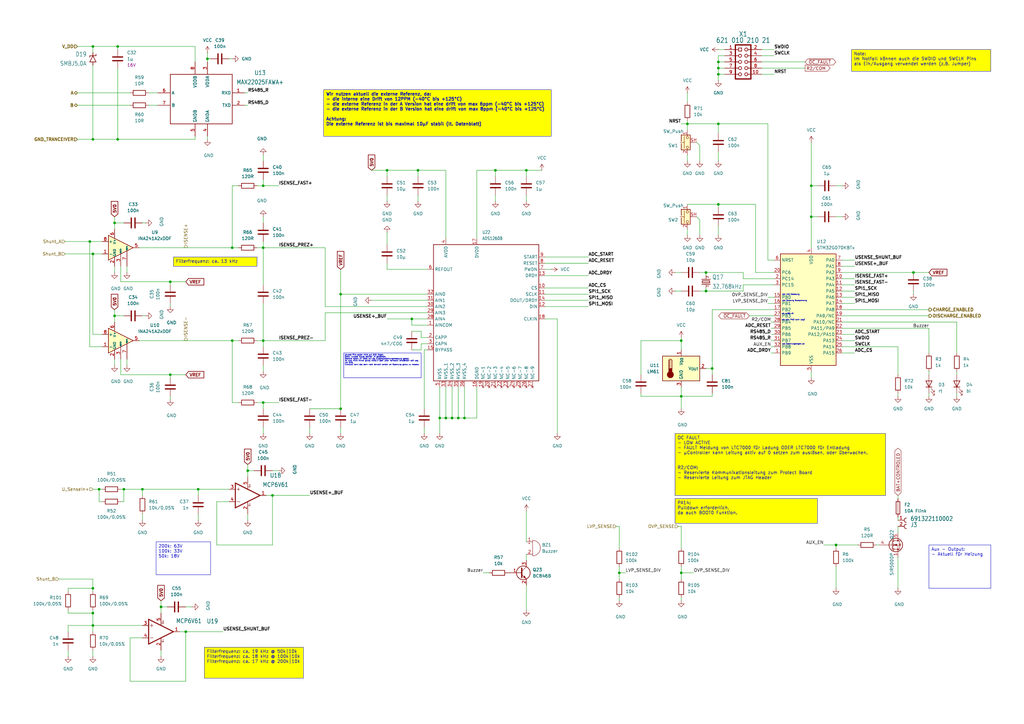
<source format=kicad_sch>
(kicad_sch
	(version 20231120)
	(generator "eeschema")
	(generator_version "8.0")
	(uuid "5f8b4aef-32eb-44a5-ac07-33765c2ecb50")
	(paper "A3")
	(lib_symbols
		(symbol "Amplifier_Current:INA241A2xDDF"
			(pin_names
				(offset 0.127)
			)
			(exclude_from_sim no)
			(in_bom yes)
			(on_board yes)
			(property "Reference" "U"
				(at 3.81 3.81 0)
				(effects
					(font
						(size 1.27 1.27)
					)
					(justify left)
				)
			)
			(property "Value" "INA241A2xDDF"
				(at 3.81 -2.54 0)
				(effects
					(font
						(size 1.27 1.27)
					)
					(justify left)
				)
			)
			(property "Footprint" "Package_TO_SOT_SMD:SOT-23-8"
				(at 0 -16.51 0)
				(effects
					(font
						(size 1.27 1.27)
					)
					(hide yes)
				)
			)
			(property "Datasheet" "https://www.ti.com/lit/ds/symlink/ina241b.pdf"
				(at 3.81 3.81 0)
				(effects
					(font
						(size 1.27 1.27)
					)
					(hide yes)
				)
			)
			(property "Description" "High- and Low-Side, Bidirectional, Zero-Drift, Current-Sense Amplifier With Enhanced PWM Rejection, 20V/V, ±0.01% Gain Accuracy, ±10 μV Offset Voltage, SOT-23-8"
				(at 0 0 0)
				(effects
					(font
						(size 1.27 1.27)
					)
					(hide yes)
				)
			)
			(property "ki_keywords" "current monitor shunt sensor bidirectional high low"
				(at 0 0 0)
				(effects
					(font
						(size 1.27 1.27)
					)
					(hide yes)
				)
			)
			(property "ki_fp_filters" "SOT?23*"
				(at 0 0 0)
				(effects
					(font
						(size 1.27 1.27)
					)
					(hide yes)
				)
			)
			(symbol "INA241A2xDDF_0_1"
				(polyline
					(pts
						(xy 5.08 0) (xy -5.08 5.08) (xy -5.08 -5.08) (xy 5.08 0)
					)
					(stroke
						(width 0.254)
						(type default)
					)
					(fill
						(type background)
					)
				)
			)
			(symbol "INA241A2xDDF_1_1"
				(pin input line
					(at -7.62 -2.54 0)
					(length 2.54)
					(name "-"
						(effects
							(font
								(size 1.27 1.27)
							)
						)
					)
					(number "1"
						(effects
							(font
								(size 1.27 1.27)
							)
						)
					)
				)
				(pin power_in line
					(at -2.54 -7.62 90)
					(length 3.81)
					(name "GND"
						(effects
							(font
								(size 1.016 1.016)
							)
						)
					)
					(number "2"
						(effects
							(font
								(size 1.27 1.27)
							)
						)
					)
				)
				(pin passive line
					(at 0 -7.62 90)
					(length 5.08)
					(name "REF2"
						(effects
							(font
								(size 0.508 0.508)
							)
						)
					)
					(number "3"
						(effects
							(font
								(size 1.27 1.27)
							)
						)
					)
				)
				(pin passive line
					(at -2.54 -7.62 90)
					(length 3.81) hide
					(name "GND"
						(effects
							(font
								(size 1.016 1.016)
							)
						)
					)
					(number "4"
						(effects
							(font
								(size 1.27 1.27)
							)
						)
					)
				)
				(pin output line
					(at 7.62 0 180)
					(length 2.54)
					(name "~"
						(effects
							(font
								(size 1.27 1.27)
							)
						)
					)
					(number "5"
						(effects
							(font
								(size 1.27 1.27)
							)
						)
					)
				)
				(pin power_in line
					(at -2.54 7.62 270)
					(length 3.81)
					(name "V+"
						(effects
							(font
								(size 1.016 1.016)
							)
						)
					)
					(number "6"
						(effects
							(font
								(size 1.27 1.27)
							)
						)
					)
				)
				(pin passive line
					(at 2.54 -7.62 90)
					(length 6.35)
					(name "REF1"
						(effects
							(font
								(size 0.508 0.508)
							)
						)
					)
					(number "7"
						(effects
							(font
								(size 1.27 1.27)
							)
						)
					)
				)
				(pin input line
					(at -7.62 2.54 0)
					(length 2.54)
					(name "+"
						(effects
							(font
								(size 1.27 1.27)
							)
						)
					)
					(number "8"
						(effects
							(font
								(size 1.27 1.27)
							)
						)
					)
				)
			)
		)
		(symbol "Device:Buzzer"
			(pin_names
				(offset 0.0254) hide)
			(exclude_from_sim no)
			(in_bom yes)
			(on_board yes)
			(property "Reference" "BZ"
				(at 3.81 1.27 0)
				(effects
					(font
						(size 1.27 1.27)
					)
					(justify left)
				)
			)
			(property "Value" "Buzzer"
				(at 3.81 -1.27 0)
				(effects
					(font
						(size 1.27 1.27)
					)
					(justify left)
				)
			)
			(property "Footprint" ""
				(at -0.635 2.54 90)
				(effects
					(font
						(size 1.27 1.27)
					)
					(hide yes)
				)
			)
			(property "Datasheet" "~"
				(at -0.635 2.54 90)
				(effects
					(font
						(size 1.27 1.27)
					)
					(hide yes)
				)
			)
			(property "Description" "Buzzer, polarized"
				(at 0 0 0)
				(effects
					(font
						(size 1.27 1.27)
					)
					(hide yes)
				)
			)
			(property "ki_keywords" "quartz resonator ceramic"
				(at 0 0 0)
				(effects
					(font
						(size 1.27 1.27)
					)
					(hide yes)
				)
			)
			(property "ki_fp_filters" "*Buzzer*"
				(at 0 0 0)
				(effects
					(font
						(size 1.27 1.27)
					)
					(hide yes)
				)
			)
			(symbol "Buzzer_0_1"
				(arc
					(start 0 -3.175)
					(mid 3.1612 0)
					(end 0 3.175)
					(stroke
						(width 0)
						(type default)
					)
					(fill
						(type none)
					)
				)
				(polyline
					(pts
						(xy -1.651 1.905) (xy -1.143 1.905)
					)
					(stroke
						(width 0)
						(type default)
					)
					(fill
						(type none)
					)
				)
				(polyline
					(pts
						(xy -1.397 2.159) (xy -1.397 1.651)
					)
					(stroke
						(width 0)
						(type default)
					)
					(fill
						(type none)
					)
				)
				(polyline
					(pts
						(xy 0 3.175) (xy 0 -3.175)
					)
					(stroke
						(width 0)
						(type default)
					)
					(fill
						(type none)
					)
				)
			)
			(symbol "Buzzer_1_1"
				(pin passive line
					(at -2.54 2.54 0)
					(length 2.54)
					(name "+"
						(effects
							(font
								(size 1.27 1.27)
							)
						)
					)
					(number "1"
						(effects
							(font
								(size 1.27 1.27)
							)
						)
					)
				)
				(pin passive line
					(at -2.54 -2.54 0)
					(length 2.54)
					(name "-"
						(effects
							(font
								(size 1.27 1.27)
							)
						)
					)
					(number "2"
						(effects
							(font
								(size 1.27 1.27)
							)
						)
					)
				)
			)
		)
		(symbol "Device:C"
			(pin_numbers hide)
			(pin_names
				(offset 0.254)
			)
			(exclude_from_sim no)
			(in_bom yes)
			(on_board yes)
			(property "Reference" "C"
				(at 0.635 2.54 0)
				(effects
					(font
						(size 1.27 1.27)
					)
					(justify left)
				)
			)
			(property "Value" "C"
				(at 0.635 -2.54 0)
				(effects
					(font
						(size 1.27 1.27)
					)
					(justify left)
				)
			)
			(property "Footprint" ""
				(at 0.9652 -3.81 0)
				(effects
					(font
						(size 1.27 1.27)
					)
					(hide yes)
				)
			)
			(property "Datasheet" "~"
				(at 0 0 0)
				(effects
					(font
						(size 1.27 1.27)
					)
					(hide yes)
				)
			)
			(property "Description" "Unpolarized capacitor"
				(at 0 0 0)
				(effects
					(font
						(size 1.27 1.27)
					)
					(hide yes)
				)
			)
			(property "ki_keywords" "cap capacitor"
				(at 0 0 0)
				(effects
					(font
						(size 1.27 1.27)
					)
					(hide yes)
				)
			)
			(property "ki_fp_filters" "C_*"
				(at 0 0 0)
				(effects
					(font
						(size 1.27 1.27)
					)
					(hide yes)
				)
			)
			(symbol "C_0_1"
				(polyline
					(pts
						(xy -2.032 -0.762) (xy 2.032 -0.762)
					)
					(stroke
						(width 0.508)
						(type default)
					)
					(fill
						(type none)
					)
				)
				(polyline
					(pts
						(xy -2.032 0.762) (xy 2.032 0.762)
					)
					(stroke
						(width 0.508)
						(type default)
					)
					(fill
						(type none)
					)
				)
			)
			(symbol "C_1_1"
				(pin passive line
					(at 0 3.81 270)
					(length 2.794)
					(name "~"
						(effects
							(font
								(size 1.27 1.27)
							)
						)
					)
					(number "1"
						(effects
							(font
								(size 1.27 1.27)
							)
						)
					)
				)
				(pin passive line
					(at 0 -3.81 90)
					(length 2.794)
					(name "~"
						(effects
							(font
								(size 1.27 1.27)
							)
						)
					)
					(number "2"
						(effects
							(font
								(size 1.27 1.27)
							)
						)
					)
				)
			)
		)
		(symbol "Device:Fuse"
			(pin_numbers hide)
			(pin_names
				(offset 0)
			)
			(exclude_from_sim no)
			(in_bom yes)
			(on_board yes)
			(property "Reference" "F"
				(at 2.032 0 90)
				(effects
					(font
						(size 1.27 1.27)
					)
				)
			)
			(property "Value" "Fuse"
				(at -1.905 0 90)
				(effects
					(font
						(size 1.27 1.27)
					)
				)
			)
			(property "Footprint" ""
				(at -1.778 0 90)
				(effects
					(font
						(size 1.27 1.27)
					)
					(hide yes)
				)
			)
			(property "Datasheet" "~"
				(at 0 0 0)
				(effects
					(font
						(size 1.27 1.27)
					)
					(hide yes)
				)
			)
			(property "Description" "Fuse"
				(at 0 0 0)
				(effects
					(font
						(size 1.27 1.27)
					)
					(hide yes)
				)
			)
			(property "ki_keywords" "fuse"
				(at 0 0 0)
				(effects
					(font
						(size 1.27 1.27)
					)
					(hide yes)
				)
			)
			(property "ki_fp_filters" "*Fuse*"
				(at 0 0 0)
				(effects
					(font
						(size 1.27 1.27)
					)
					(hide yes)
				)
			)
			(symbol "Fuse_0_1"
				(rectangle
					(start -0.762 -2.54)
					(end 0.762 2.54)
					(stroke
						(width 0.254)
						(type default)
					)
					(fill
						(type none)
					)
				)
				(polyline
					(pts
						(xy 0 2.54) (xy 0 -2.54)
					)
					(stroke
						(width 0)
						(type default)
					)
					(fill
						(type none)
					)
				)
			)
			(symbol "Fuse_1_1"
				(pin passive line
					(at 0 3.81 270)
					(length 1.27)
					(name "~"
						(effects
							(font
								(size 1.27 1.27)
							)
						)
					)
					(number "1"
						(effects
							(font
								(size 1.27 1.27)
							)
						)
					)
				)
				(pin passive line
					(at 0 -3.81 90)
					(length 1.27)
					(name "~"
						(effects
							(font
								(size 1.27 1.27)
							)
						)
					)
					(number "2"
						(effects
							(font
								(size 1.27 1.27)
							)
						)
					)
				)
			)
		)
		(symbol "Device:LED"
			(pin_numbers hide)
			(pin_names
				(offset 1.016) hide)
			(exclude_from_sim no)
			(in_bom yes)
			(on_board yes)
			(property "Reference" "D"
				(at 0 2.54 0)
				(effects
					(font
						(size 1.27 1.27)
					)
				)
			)
			(property "Value" "LED"
				(at 0 -2.54 0)
				(effects
					(font
						(size 1.27 1.27)
					)
				)
			)
			(property "Footprint" ""
				(at 0 0 0)
				(effects
					(font
						(size 1.27 1.27)
					)
					(hide yes)
				)
			)
			(property "Datasheet" "~"
				(at 0 0 0)
				(effects
					(font
						(size 1.27 1.27)
					)
					(hide yes)
				)
			)
			(property "Description" "Light emitting diode"
				(at 0 0 0)
				(effects
					(font
						(size 1.27 1.27)
					)
					(hide yes)
				)
			)
			(property "ki_keywords" "LED diode"
				(at 0 0 0)
				(effects
					(font
						(size 1.27 1.27)
					)
					(hide yes)
				)
			)
			(property "ki_fp_filters" "LED* LED_SMD:* LED_THT:*"
				(at 0 0 0)
				(effects
					(font
						(size 1.27 1.27)
					)
					(hide yes)
				)
			)
			(symbol "LED_0_1"
				(polyline
					(pts
						(xy -1.27 -1.27) (xy -1.27 1.27)
					)
					(stroke
						(width 0.254)
						(type default)
					)
					(fill
						(type none)
					)
				)
				(polyline
					(pts
						(xy -1.27 0) (xy 1.27 0)
					)
					(stroke
						(width 0)
						(type default)
					)
					(fill
						(type none)
					)
				)
				(polyline
					(pts
						(xy 1.27 -1.27) (xy 1.27 1.27) (xy -1.27 0) (xy 1.27 -1.27)
					)
					(stroke
						(width 0.254)
						(type default)
					)
					(fill
						(type none)
					)
				)
				(polyline
					(pts
						(xy -3.048 -0.762) (xy -4.572 -2.286) (xy -3.81 -2.286) (xy -4.572 -2.286) (xy -4.572 -1.524)
					)
					(stroke
						(width 0)
						(type default)
					)
					(fill
						(type none)
					)
				)
				(polyline
					(pts
						(xy -1.778 -0.762) (xy -3.302 -2.286) (xy -2.54 -2.286) (xy -3.302 -2.286) (xy -3.302 -1.524)
					)
					(stroke
						(width 0)
						(type default)
					)
					(fill
						(type none)
					)
				)
			)
			(symbol "LED_1_1"
				(pin passive line
					(at -3.81 0 0)
					(length 2.54)
					(name "K"
						(effects
							(font
								(size 1.27 1.27)
							)
						)
					)
					(number "1"
						(effects
							(font
								(size 1.27 1.27)
							)
						)
					)
				)
				(pin passive line
					(at 3.81 0 180)
					(length 2.54)
					(name "A"
						(effects
							(font
								(size 1.27 1.27)
							)
						)
					)
					(number "2"
						(effects
							(font
								(size 1.27 1.27)
							)
						)
					)
				)
			)
		)
		(symbol "Device:Q_NPN_BEC"
			(pin_names
				(offset 0) hide)
			(exclude_from_sim no)
			(in_bom yes)
			(on_board yes)
			(property "Reference" "Q"
				(at 5.08 1.27 0)
				(effects
					(font
						(size 1.27 1.27)
					)
					(justify left)
				)
			)
			(property "Value" "Q_NPN_BEC"
				(at 5.08 -1.27 0)
				(effects
					(font
						(size 1.27 1.27)
					)
					(justify left)
				)
			)
			(property "Footprint" ""
				(at 5.08 2.54 0)
				(effects
					(font
						(size 1.27 1.27)
					)
					(hide yes)
				)
			)
			(property "Datasheet" "~"
				(at 0 0 0)
				(effects
					(font
						(size 1.27 1.27)
					)
					(hide yes)
				)
			)
			(property "Description" "NPN transistor, base/emitter/collector"
				(at 0 0 0)
				(effects
					(font
						(size 1.27 1.27)
					)
					(hide yes)
				)
			)
			(property "ki_keywords" "transistor NPN"
				(at 0 0 0)
				(effects
					(font
						(size 1.27 1.27)
					)
					(hide yes)
				)
			)
			(symbol "Q_NPN_BEC_0_1"
				(polyline
					(pts
						(xy 0.635 0.635) (xy 2.54 2.54)
					)
					(stroke
						(width 0)
						(type default)
					)
					(fill
						(type none)
					)
				)
				(polyline
					(pts
						(xy 0.635 -0.635) (xy 2.54 -2.54) (xy 2.54 -2.54)
					)
					(stroke
						(width 0)
						(type default)
					)
					(fill
						(type none)
					)
				)
				(polyline
					(pts
						(xy 0.635 1.905) (xy 0.635 -1.905) (xy 0.635 -1.905)
					)
					(stroke
						(width 0.508)
						(type default)
					)
					(fill
						(type none)
					)
				)
				(polyline
					(pts
						(xy 1.27 -1.778) (xy 1.778 -1.27) (xy 2.286 -2.286) (xy 1.27 -1.778) (xy 1.27 -1.778)
					)
					(stroke
						(width 0)
						(type default)
					)
					(fill
						(type outline)
					)
				)
				(circle
					(center 1.27 0)
					(radius 2.8194)
					(stroke
						(width 0.254)
						(type default)
					)
					(fill
						(type none)
					)
				)
			)
			(symbol "Q_NPN_BEC_1_1"
				(pin input line
					(at -5.08 0 0)
					(length 5.715)
					(name "B"
						(effects
							(font
								(size 1.27 1.27)
							)
						)
					)
					(number "1"
						(effects
							(font
								(size 1.27 1.27)
							)
						)
					)
				)
				(pin passive line
					(at 2.54 -5.08 90)
					(length 2.54)
					(name "E"
						(effects
							(font
								(size 1.27 1.27)
							)
						)
					)
					(number "2"
						(effects
							(font
								(size 1.27 1.27)
							)
						)
					)
				)
				(pin passive line
					(at 2.54 5.08 270)
					(length 2.54)
					(name "C"
						(effects
							(font
								(size 1.27 1.27)
							)
						)
					)
					(number "3"
						(effects
							(font
								(size 1.27 1.27)
							)
						)
					)
				)
			)
		)
		(symbol "Device:R"
			(pin_numbers hide)
			(pin_names
				(offset 0)
			)
			(exclude_from_sim no)
			(in_bom yes)
			(on_board yes)
			(property "Reference" "R"
				(at 2.032 0 90)
				(effects
					(font
						(size 1.27 1.27)
					)
				)
			)
			(property "Value" "R"
				(at 0 0 90)
				(effects
					(font
						(size 1.27 1.27)
					)
				)
			)
			(property "Footprint" ""
				(at -1.778 0 90)
				(effects
					(font
						(size 1.27 1.27)
					)
					(hide yes)
				)
			)
			(property "Datasheet" "~"
				(at 0 0 0)
				(effects
					(font
						(size 1.27 1.27)
					)
					(hide yes)
				)
			)
			(property "Description" "Resistor"
				(at 0 0 0)
				(effects
					(font
						(size 1.27 1.27)
					)
					(hide yes)
				)
			)
			(property "ki_keywords" "R res resistor"
				(at 0 0 0)
				(effects
					(font
						(size 1.27 1.27)
					)
					(hide yes)
				)
			)
			(property "ki_fp_filters" "R_*"
				(at 0 0 0)
				(effects
					(font
						(size 1.27 1.27)
					)
					(hide yes)
				)
			)
			(symbol "R_0_1"
				(rectangle
					(start -1.016 -2.54)
					(end 1.016 2.54)
					(stroke
						(width 0.254)
						(type default)
					)
					(fill
						(type none)
					)
				)
			)
			(symbol "R_1_1"
				(pin passive line
					(at 0 3.81 270)
					(length 1.27)
					(name "~"
						(effects
							(font
								(size 1.27 1.27)
							)
						)
					)
					(number "1"
						(effects
							(font
								(size 1.27 1.27)
							)
						)
					)
				)
				(pin passive line
					(at 0 -3.81 90)
					(length 1.27)
					(name "~"
						(effects
							(font
								(size 1.27 1.27)
							)
						)
					)
					(number "2"
						(effects
							(font
								(size 1.27 1.27)
							)
						)
					)
				)
			)
		)
		(symbol "MCU_ST_STM32G0:STM32G070KBTx"
			(exclude_from_sim no)
			(in_bom yes)
			(on_board yes)
			(property "Reference" "U"
				(at -10.16 24.13 0)
				(effects
					(font
						(size 1.27 1.27)
					)
					(justify left)
				)
			)
			(property "Value" "STM32G070KBTx"
				(at 5.08 24.13 0)
				(effects
					(font
						(size 1.27 1.27)
					)
					(justify left)
				)
			)
			(property "Footprint" "Package_QFP:LQFP-32_7x7mm_P0.8mm"
				(at -10.16 -22.86 0)
				(effects
					(font
						(size 1.27 1.27)
					)
					(justify right)
					(hide yes)
				)
			)
			(property "Datasheet" "https://www.st.com/resource/en/datasheet/stm32g070kb.pdf"
				(at 0 0 0)
				(effects
					(font
						(size 1.27 1.27)
					)
					(hide yes)
				)
			)
			(property "Description" "STMicroelectronics Arm Cortex-M0+ MCU, 128KB flash, 36KB RAM, 64 MHz, 2.0-3.6V, 29 GPIO, LQFP32"
				(at 0 0 0)
				(effects
					(font
						(size 1.27 1.27)
					)
					(hide yes)
				)
			)
			(property "ki_locked" ""
				(at 0 0 0)
				(effects
					(font
						(size 1.27 1.27)
					)
				)
			)
			(property "ki_keywords" "Arm Cortex-M0+ STM32G0 STM32G0x0 Value line"
				(at 0 0 0)
				(effects
					(font
						(size 1.27 1.27)
					)
					(hide yes)
				)
			)
			(property "ki_fp_filters" "LQFP*7x7mm*P0.8mm*"
				(at 0 0 0)
				(effects
					(font
						(size 1.27 1.27)
					)
					(hide yes)
				)
			)
			(symbol "STM32G070KBTx_0_1"
				(rectangle
					(start -10.16 -22.86)
					(end 12.7 22.86)
					(stroke
						(width 0.254)
						(type default)
					)
					(fill
						(type background)
					)
				)
			)
			(symbol "STM32G070KBTx_1_1"
				(pin bidirectional line
					(at -12.7 -17.78 0)
					(length 2.54)
					(name "PB9"
						(effects
							(font
								(size 1.27 1.27)
							)
						)
					)
					(number "1"
						(effects
							(font
								(size 1.27 1.27)
							)
						)
					)
					(alternate "I2C1_SDA" bidirectional line)
					(alternate "IR_OUT" bidirectional line)
					(alternate "SPI2_NSS" bidirectional line)
					(alternate "TIM17_CH1" bidirectional line)
					(alternate "USART3_RX" bidirectional line)
				)
				(pin bidirectional line
					(at 15.24 12.7 180)
					(length 2.54)
					(name "PA3"
						(effects
							(font
								(size 1.27 1.27)
							)
						)
					)
					(number "10"
						(effects
							(font
								(size 1.27 1.27)
							)
						)
					)
					(alternate "ADC1_IN3" bidirectional line)
					(alternate "SPI2_MISO" bidirectional line)
					(alternate "TIM15_CH2" bidirectional line)
					(alternate "USART2_RX" bidirectional line)
				)
				(pin bidirectional line
					(at 15.24 10.16 180)
					(length 2.54)
					(name "PA4"
						(effects
							(font
								(size 1.27 1.27)
							)
						)
					)
					(number "11"
						(effects
							(font
								(size 1.27 1.27)
							)
						)
					)
					(alternate "ADC1_IN4" bidirectional line)
					(alternate "I2S1_WS" bidirectional line)
					(alternate "RTC_OUT_ALARM" bidirectional line)
					(alternate "RTC_OUT_CALIB" bidirectional line)
					(alternate "RTC_TAMP_IN1" bidirectional line)
					(alternate "RTC_TS" bidirectional line)
					(alternate "SPI1_NSS" bidirectional line)
					(alternate "SPI2_MOSI" bidirectional line)
					(alternate "SYS_WKUP2" bidirectional line)
					(alternate "TIM14_CH1" bidirectional line)
				)
				(pin bidirectional line
					(at 15.24 7.62 180)
					(length 2.54)
					(name "PA5"
						(effects
							(font
								(size 1.27 1.27)
							)
						)
					)
					(number "12"
						(effects
							(font
								(size 1.27 1.27)
							)
						)
					)
					(alternate "ADC1_IN5" bidirectional line)
					(alternate "I2S1_CK" bidirectional line)
					(alternate "SPI1_SCK" bidirectional line)
					(alternate "USART3_TX" bidirectional line)
				)
				(pin bidirectional line
					(at 15.24 5.08 180)
					(length 2.54)
					(name "PA6"
						(effects
							(font
								(size 1.27 1.27)
							)
						)
					)
					(number "13"
						(effects
							(font
								(size 1.27 1.27)
							)
						)
					)
					(alternate "ADC1_IN6" bidirectional line)
					(alternate "I2S1_MCK" bidirectional line)
					(alternate "SPI1_MISO" bidirectional line)
					(alternate "TIM16_CH1" bidirectional line)
					(alternate "TIM1_BK" bidirectional line)
					(alternate "TIM3_CH1" bidirectional line)
					(alternate "USART3_CTS" bidirectional line)
					(alternate "USART3_NSS" bidirectional line)
				)
				(pin bidirectional line
					(at 15.24 2.54 180)
					(length 2.54)
					(name "PA7"
						(effects
							(font
								(size 1.27 1.27)
							)
						)
					)
					(number "14"
						(effects
							(font
								(size 1.27 1.27)
							)
						)
					)
					(alternate "ADC1_IN7" bidirectional line)
					(alternate "I2S1_SD" bidirectional line)
					(alternate "SPI1_MOSI" bidirectional line)
					(alternate "TIM14_CH1" bidirectional line)
					(alternate "TIM17_CH1" bidirectional line)
					(alternate "TIM1_CH1N" bidirectional line)
					(alternate "TIM3_CH2" bidirectional line)
				)
				(pin bidirectional line
					(at -12.7 5.08 0)
					(length 2.54)
					(name "PB0"
						(effects
							(font
								(size 1.27 1.27)
							)
						)
					)
					(number "15"
						(effects
							(font
								(size 1.27 1.27)
							)
						)
					)
					(alternate "ADC1_IN8" bidirectional line)
					(alternate "I2S1_WS" bidirectional line)
					(alternate "SPI1_NSS" bidirectional line)
					(alternate "TIM1_CH2N" bidirectional line)
					(alternate "TIM3_CH3" bidirectional line)
					(alternate "USART3_RX" bidirectional line)
				)
				(pin bidirectional line
					(at -12.7 2.54 0)
					(length 2.54)
					(name "PB1"
						(effects
							(font
								(size 1.27 1.27)
							)
						)
					)
					(number "16"
						(effects
							(font
								(size 1.27 1.27)
							)
						)
					)
					(alternate "ADC1_IN9" bidirectional line)
					(alternate "TIM14_CH1" bidirectional line)
					(alternate "TIM1_CH3N" bidirectional line)
					(alternate "TIM3_CH4" bidirectional line)
					(alternate "USART3_CK" bidirectional line)
					(alternate "USART3_DE" bidirectional line)
					(alternate "USART3_RTS" bidirectional line)
				)
				(pin bidirectional line
					(at -12.7 0 0)
					(length 2.54)
					(name "PB2"
						(effects
							(font
								(size 1.27 1.27)
							)
						)
					)
					(number "17"
						(effects
							(font
								(size 1.27 1.27)
							)
						)
					)
					(alternate "ADC1_IN10" bidirectional line)
					(alternate "SPI2_MISO" bidirectional line)
					(alternate "USART3_TX" bidirectional line)
				)
				(pin bidirectional line
					(at 15.24 0 180)
					(length 2.54)
					(name "PA8"
						(effects
							(font
								(size 1.27 1.27)
							)
						)
					)
					(number "18"
						(effects
							(font
								(size 1.27 1.27)
							)
						)
					)
					(alternate "RCC_MCO" bidirectional line)
					(alternate "SPI2_NSS" bidirectional line)
					(alternate "TIM1_CH1" bidirectional line)
				)
				(pin bidirectional line
					(at 15.24 -2.54 180)
					(length 2.54)
					(name "PA9/NC"
						(effects
							(font
								(size 1.27 1.27)
							)
						)
					)
					(number "19"
						(effects
							(font
								(size 1.27 1.27)
							)
						)
					)
					(alternate "I2C1_SCL" bidirectional line)
					(alternate "RCC_MCO" bidirectional line)
					(alternate "SPI2_MISO" bidirectional line)
					(alternate "TIM15_BK" bidirectional line)
					(alternate "TIM1_CH2" bidirectional line)
					(alternate "USART1_TX" bidirectional line)
				)
				(pin bidirectional line
					(at -12.7 12.7 0)
					(length 2.54)
					(name "PC14"
						(effects
							(font
								(size 1.27 1.27)
							)
						)
					)
					(number "2"
						(effects
							(font
								(size 1.27 1.27)
							)
						)
					)
					(alternate "RCC_OSC32_IN" bidirectional line)
					(alternate "RCC_OSC_IN" bidirectional line)
					(alternate "TIM1_BK2" bidirectional line)
				)
				(pin bidirectional line
					(at -12.7 15.24 0)
					(length 2.54)
					(name "PC6"
						(effects
							(font
								(size 1.27 1.27)
							)
						)
					)
					(number "20"
						(effects
							(font
								(size 1.27 1.27)
							)
						)
					)
					(alternate "TIM3_CH1" bidirectional line)
				)
				(pin bidirectional line
					(at 15.24 -5.08 180)
					(length 2.54)
					(name "PA10/NC"
						(effects
							(font
								(size 1.27 1.27)
							)
						)
					)
					(number "21"
						(effects
							(font
								(size 1.27 1.27)
							)
						)
					)
					(alternate "I2C1_SDA" bidirectional line)
					(alternate "SPI2_MOSI" bidirectional line)
					(alternate "TIM17_BK" bidirectional line)
					(alternate "TIM1_CH3" bidirectional line)
					(alternate "USART1_RX" bidirectional line)
				)
				(pin bidirectional line
					(at 15.24 -7.62 180)
					(length 2.54)
					(name "PA11/PA9"
						(effects
							(font
								(size 1.27 1.27)
							)
						)
					)
					(number "22"
						(effects
							(font
								(size 1.27 1.27)
							)
						)
					)
					(alternate "ADC1_EXTI11" bidirectional line)
					(alternate "I2C2_SCL" bidirectional line)
					(alternate "I2S1_MCK" bidirectional line)
					(alternate "SPI1_MISO" bidirectional line)
					(alternate "TIM1_BK2" bidirectional line)
					(alternate "TIM1_CH4" bidirectional line)
					(alternate "USART1_CTS" bidirectional line)
					(alternate "USART1_NSS" bidirectional line)
				)
				(pin bidirectional line
					(at 15.24 -10.16 180)
					(length 2.54)
					(name "PA12/PA10"
						(effects
							(font
								(size 1.27 1.27)
							)
						)
					)
					(number "23"
						(effects
							(font
								(size 1.27 1.27)
							)
						)
					)
					(alternate "I2C2_SDA" bidirectional line)
					(alternate "I2S1_SD" bidirectional line)
					(alternate "I2S_CKIN" bidirectional line)
					(alternate "SPI1_MOSI" bidirectional line)
					(alternate "TIM1_ETR" bidirectional line)
					(alternate "USART1_CK" bidirectional line)
					(alternate "USART1_DE" bidirectional line)
					(alternate "USART1_RTS" bidirectional line)
				)
				(pin bidirectional line
					(at 15.24 -12.7 180)
					(length 2.54)
					(name "PA13"
						(effects
							(font
								(size 1.27 1.27)
							)
						)
					)
					(number "24"
						(effects
							(font
								(size 1.27 1.27)
							)
						)
					)
					(alternate "IR_OUT" bidirectional line)
					(alternate "SYS_SWDIO" bidirectional line)
				)
				(pin bidirectional line
					(at 15.24 -15.24 180)
					(length 2.54)
					(name "PA14"
						(effects
							(font
								(size 1.27 1.27)
							)
						)
					)
					(number "25"
						(effects
							(font
								(size 1.27 1.27)
							)
						)
					)
					(alternate "SYS_SWCLK" bidirectional line)
					(alternate "USART2_TX" bidirectional line)
				)
				(pin bidirectional line
					(at 15.24 -17.78 180)
					(length 2.54)
					(name "PA15"
						(effects
							(font
								(size 1.27 1.27)
							)
						)
					)
					(number "26"
						(effects
							(font
								(size 1.27 1.27)
							)
						)
					)
					(alternate "I2S1_WS" bidirectional line)
					(alternate "SPI1_NSS" bidirectional line)
					(alternate "USART2_RX" bidirectional line)
					(alternate "USART3_CK" bidirectional line)
					(alternate "USART3_DE" bidirectional line)
					(alternate "USART3_RTS" bidirectional line)
					(alternate "USART4_CK" bidirectional line)
					(alternate "USART4_DE" bidirectional line)
					(alternate "USART4_RTS" bidirectional line)
				)
				(pin bidirectional line
					(at -12.7 -2.54 0)
					(length 2.54)
					(name "PB3"
						(effects
							(font
								(size 1.27 1.27)
							)
						)
					)
					(number "27"
						(effects
							(font
								(size 1.27 1.27)
							)
						)
					)
					(alternate "I2S1_CK" bidirectional line)
					(alternate "SPI1_SCK" bidirectional line)
					(alternate "TIM1_CH2" bidirectional line)
					(alternate "USART1_CK" bidirectional line)
					(alternate "USART1_DE" bidirectional line)
					(alternate "USART1_RTS" bidirectional line)
				)
				(pin bidirectional line
					(at -12.7 -5.08 0)
					(length 2.54)
					(name "PB4"
						(effects
							(font
								(size 1.27 1.27)
							)
						)
					)
					(number "28"
						(effects
							(font
								(size 1.27 1.27)
							)
						)
					)
					(alternate "I2S1_MCK" bidirectional line)
					(alternate "SPI1_MISO" bidirectional line)
					(alternate "TIM17_BK" bidirectional line)
					(alternate "TIM3_CH1" bidirectional line)
					(alternate "USART1_CTS" bidirectional line)
					(alternate "USART1_NSS" bidirectional line)
				)
				(pin bidirectional line
					(at -12.7 -7.62 0)
					(length 2.54)
					(name "PB5"
						(effects
							(font
								(size 1.27 1.27)
							)
						)
					)
					(number "29"
						(effects
							(font
								(size 1.27 1.27)
							)
						)
					)
					(alternate "I2C1_SMBA" bidirectional line)
					(alternate "I2S1_SD" bidirectional line)
					(alternate "SPI1_MOSI" bidirectional line)
					(alternate "SYS_WKUP6" bidirectional line)
					(alternate "TIM16_BK" bidirectional line)
					(alternate "TIM3_CH2" bidirectional line)
				)
				(pin bidirectional line
					(at -12.7 10.16 0)
					(length 2.54)
					(name "PC15"
						(effects
							(font
								(size 1.27 1.27)
							)
						)
					)
					(number "3"
						(effects
							(font
								(size 1.27 1.27)
							)
						)
					)
					(alternate "RCC_OSC32_EN" bidirectional line)
					(alternate "RCC_OSC32_OUT" bidirectional line)
					(alternate "RCC_OSC_EN" bidirectional line)
					(alternate "TIM15_BK" bidirectional line)
				)
				(pin bidirectional line
					(at -12.7 -10.16 0)
					(length 2.54)
					(name "PB6"
						(effects
							(font
								(size 1.27 1.27)
							)
						)
					)
					(number "30"
						(effects
							(font
								(size 1.27 1.27)
							)
						)
					)
					(alternate "I2C1_SCL" bidirectional line)
					(alternate "SPI2_MISO" bidirectional line)
					(alternate "TIM16_CH1N" bidirectional line)
					(alternate "TIM1_CH3" bidirectional line)
					(alternate "USART1_TX" bidirectional line)
				)
				(pin bidirectional line
					(at -12.7 -12.7 0)
					(length 2.54)
					(name "PB7"
						(effects
							(font
								(size 1.27 1.27)
							)
						)
					)
					(number "31"
						(effects
							(font
								(size 1.27 1.27)
							)
						)
					)
					(alternate "I2C1_SDA" bidirectional line)
					(alternate "SPI2_MOSI" bidirectional line)
					(alternate "TIM17_CH1N" bidirectional line)
					(alternate "USART1_RX" bidirectional line)
					(alternate "USART4_CTS" bidirectional line)
					(alternate "USART4_NSS" bidirectional line)
				)
				(pin bidirectional line
					(at -12.7 -15.24 0)
					(length 2.54)
					(name "PB8"
						(effects
							(font
								(size 1.27 1.27)
							)
						)
					)
					(number "32"
						(effects
							(font
								(size 1.27 1.27)
							)
						)
					)
					(alternate "I2C1_SCL" bidirectional line)
					(alternate "SPI2_SCK" bidirectional line)
					(alternate "TIM15_BK" bidirectional line)
					(alternate "TIM16_CH1" bidirectional line)
					(alternate "USART3_TX" bidirectional line)
				)
				(pin power_in line
					(at 2.54 25.4 270)
					(length 2.54)
					(name "VDD"
						(effects
							(font
								(size 1.27 1.27)
							)
						)
					)
					(number "4"
						(effects
							(font
								(size 1.27 1.27)
							)
						)
					)
				)
				(pin power_in line
					(at 2.54 -25.4 90)
					(length 2.54)
					(name "VSS"
						(effects
							(font
								(size 1.27 1.27)
							)
						)
					)
					(number "5"
						(effects
							(font
								(size 1.27 1.27)
							)
						)
					)
				)
				(pin input line
					(at -12.7 20.32 0)
					(length 2.54)
					(name "NRST"
						(effects
							(font
								(size 1.27 1.27)
							)
						)
					)
					(number "6"
						(effects
							(font
								(size 1.27 1.27)
							)
						)
					)
				)
				(pin bidirectional line
					(at 15.24 20.32 180)
					(length 2.54)
					(name "PA0"
						(effects
							(font
								(size 1.27 1.27)
							)
						)
					)
					(number "7"
						(effects
							(font
								(size 1.27 1.27)
							)
						)
					)
					(alternate "ADC1_IN0" bidirectional line)
					(alternate "RTC_TAMP_IN2" bidirectional line)
					(alternate "SPI2_SCK" bidirectional line)
					(alternate "SYS_WKUP1" bidirectional line)
					(alternate "USART2_CTS" bidirectional line)
					(alternate "USART2_NSS" bidirectional line)
					(alternate "USART4_TX" bidirectional line)
				)
				(pin bidirectional line
					(at 15.24 17.78 180)
					(length 2.54)
					(name "PA1"
						(effects
							(font
								(size 1.27 1.27)
							)
						)
					)
					(number "8"
						(effects
							(font
								(size 1.27 1.27)
							)
						)
					)
					(alternate "ADC1_IN1" bidirectional line)
					(alternate "I2C1_SMBA" bidirectional line)
					(alternate "I2S1_CK" bidirectional line)
					(alternate "SPI1_SCK" bidirectional line)
					(alternate "TIM15_CH1N" bidirectional line)
					(alternate "USART2_CK" bidirectional line)
					(alternate "USART2_DE" bidirectional line)
					(alternate "USART2_RTS" bidirectional line)
					(alternate "USART4_RX" bidirectional line)
				)
				(pin bidirectional line
					(at 15.24 15.24 180)
					(length 2.54)
					(name "PA2"
						(effects
							(font
								(size 1.27 1.27)
							)
						)
					)
					(number "9"
						(effects
							(font
								(size 1.27 1.27)
							)
						)
					)
					(alternate "ADC1_IN2" bidirectional line)
					(alternate "I2S1_SD" bidirectional line)
					(alternate "RCC_LSCO" bidirectional line)
					(alternate "SPI1_MOSI" bidirectional line)
					(alternate "SYS_WKUP4" bidirectional line)
					(alternate "TIM15_CH1" bidirectional line)
					(alternate "USART2_TX" bidirectional line)
				)
			)
		)
		(symbol "Sensor_Temperature:MCP9700x-HTT"
			(exclude_from_sim no)
			(in_bom yes)
			(on_board yes)
			(property "Reference" "U"
				(at -6.35 6.35 0)
				(effects
					(font
						(size 1.27 1.27)
					)
				)
			)
			(property "Value" "MCP9700x-HTT"
				(at 1.27 6.35 0)
				(effects
					(font
						(size 1.27 1.27)
					)
					(justify left)
				)
			)
			(property "Footprint" "Package_TO_SOT_SMD:SOT-23"
				(at 0 -10.16 0)
				(effects
					(font
						(size 1.27 1.27)
					)
					(hide yes)
				)
			)
			(property "Datasheet" "http://ww1.microchip.com/downloads/en/devicedoc/20001942g.pdf"
				(at -3.81 6.35 0)
				(effects
					(font
						(size 1.27 1.27)
					)
					(hide yes)
				)
			)
			(property "Description" "Low power, analog thermistor temperature sensor, ±4C accuracy, -40C to +150C, in SOT-23-3"
				(at 0 0 0)
				(effects
					(font
						(size 1.27 1.27)
					)
					(hide yes)
				)
			)
			(property "ki_keywords" "temperature sensor thermistor"
				(at 0 0 0)
				(effects
					(font
						(size 1.27 1.27)
					)
					(hide yes)
				)
			)
			(property "ki_fp_filters" "SOT?23*"
				(at 0 0 0)
				(effects
					(font
						(size 1.27 1.27)
					)
					(hide yes)
				)
			)
			(symbol "MCP9700x-HTT_0_1"
				(rectangle
					(start -7.62 5.08)
					(end 7.62 -5.08)
					(stroke
						(width 0.254)
						(type default)
					)
					(fill
						(type background)
					)
				)
				(circle
					(center -4.445 -2.54)
					(radius 1.27)
					(stroke
						(width 0.254)
						(type default)
					)
					(fill
						(type outline)
					)
				)
				(rectangle
					(start -3.81 -1.905)
					(end -5.08 0)
					(stroke
						(width 0.254)
						(type default)
					)
					(fill
						(type outline)
					)
				)
				(arc
					(start -3.81 3.175)
					(mid -4.445 3.8073)
					(end -5.08 3.175)
					(stroke
						(width 0.254)
						(type default)
					)
					(fill
						(type none)
					)
				)
				(polyline
					(pts
						(xy -5.08 0.635) (xy -4.445 0.635)
					)
					(stroke
						(width 0.254)
						(type default)
					)
					(fill
						(type none)
					)
				)
				(polyline
					(pts
						(xy -5.08 1.27) (xy -4.445 1.27)
					)
					(stroke
						(width 0.254)
						(type default)
					)
					(fill
						(type none)
					)
				)
				(polyline
					(pts
						(xy -5.08 1.905) (xy -4.445 1.905)
					)
					(stroke
						(width 0.254)
						(type default)
					)
					(fill
						(type none)
					)
				)
				(polyline
					(pts
						(xy -5.08 2.54) (xy -4.445 2.54)
					)
					(stroke
						(width 0.254)
						(type default)
					)
					(fill
						(type none)
					)
				)
				(polyline
					(pts
						(xy -5.08 3.175) (xy -5.08 0)
					)
					(stroke
						(width 0.254)
						(type default)
					)
					(fill
						(type none)
					)
				)
				(polyline
					(pts
						(xy -5.08 3.175) (xy -4.445 3.175)
					)
					(stroke
						(width 0.254)
						(type default)
					)
					(fill
						(type none)
					)
				)
				(polyline
					(pts
						(xy -3.81 3.175) (xy -3.81 0)
					)
					(stroke
						(width 0.254)
						(type default)
					)
					(fill
						(type none)
					)
				)
			)
			(symbol "MCP9700x-HTT_1_1"
				(pin power_in line
					(at 0 7.62 270)
					(length 2.54)
					(name "V_{DD}"
						(effects
							(font
								(size 1.27 1.27)
							)
						)
					)
					(number "1"
						(effects
							(font
								(size 1.27 1.27)
							)
						)
					)
				)
				(pin output line
					(at 10.16 0 180)
					(length 2.54)
					(name "V_{OUT}"
						(effects
							(font
								(size 1.27 1.27)
							)
						)
					)
					(number "2"
						(effects
							(font
								(size 1.27 1.27)
							)
						)
					)
				)
				(pin power_in line
					(at 0 -7.62 90)
					(length 2.54)
					(name "GND"
						(effects
							(font
								(size 1.27 1.27)
							)
						)
					)
					(number "3"
						(effects
							(font
								(size 1.27 1.27)
							)
						)
					)
				)
			)
		)
		(symbol "Switch:SW_Push_Shielded"
			(pin_names
				(offset 1.016) hide)
			(exclude_from_sim no)
			(in_bom yes)
			(on_board yes)
			(property "Reference" "SW"
				(at 4.318 2.032 0)
				(effects
					(font
						(size 1.27 1.27)
					)
					(justify left)
				)
			)
			(property "Value" "SW_Push_Shielded"
				(at 0 4.572 0)
				(effects
					(font
						(size 1.27 1.27)
					)
				)
			)
			(property "Footprint" ""
				(at 0 5.08 0)
				(effects
					(font
						(size 1.27 1.27)
					)
					(hide yes)
				)
			)
			(property "Datasheet" "~"
				(at 0 5.08 0)
				(effects
					(font
						(size 1.27 1.27)
					)
					(hide yes)
				)
			)
			(property "Description" "Generic push-button switch, two contact pins and shield pin(s)"
				(at 0 0 0)
				(effects
					(font
						(size 1.27 1.27)
					)
					(hide yes)
				)
			)
			(property "ki_keywords" "switch normally-open pushbutton momentary"
				(at 0 0 0)
				(effects
					(font
						(size 1.27 1.27)
					)
					(hide yes)
				)
			)
			(symbol "SW_Push_Shielded_0_1"
				(circle
					(center -2.032 0)
					(radius 0.508)
					(stroke
						(width 0)
						(type default)
					)
					(fill
						(type none)
					)
				)
				(polyline
					(pts
						(xy 0 1.27) (xy 0 3.048)
					)
					(stroke
						(width 0)
						(type default)
					)
					(fill
						(type none)
					)
				)
				(polyline
					(pts
						(xy 2.54 1.27) (xy -2.54 1.27)
					)
					(stroke
						(width 0)
						(type default)
					)
					(fill
						(type none)
					)
				)
				(polyline
					(pts
						(xy 0.508 2.54) (xy 3.048 2.54) (xy 3.048 -1.143) (xy -3.048 -1.143) (xy -3.048 2.54) (xy -0.508 2.54)
					)
					(stroke
						(width -0.0254)
						(type default)
					)
					(fill
						(type none)
					)
				)
				(polyline
					(pts
						(xy 0.508 2.54) (xy 3.048 2.54) (xy 3.048 -1.143) (xy -3.048 -1.143) (xy -3.048 2.54) (xy -0.508 2.54)
					)
					(stroke
						(width 0.254)
						(type default)
					)
					(fill
						(type none)
					)
				)
				(circle
					(center 2.032 0)
					(radius 0.508)
					(stroke
						(width 0)
						(type default)
					)
					(fill
						(type none)
					)
				)
				(pin passive line
					(at -5.08 0 0)
					(length 2.54)
					(name "1"
						(effects
							(font
								(size 1.27 1.27)
							)
						)
					)
					(number "1"
						(effects
							(font
								(size 1.27 1.27)
							)
						)
					)
				)
				(pin passive line
					(at 5.08 0 180)
					(length 2.54)
					(name "2"
						(effects
							(font
								(size 1.27 1.27)
							)
						)
					)
					(number "2"
						(effects
							(font
								(size 1.27 1.27)
							)
						)
					)
				)
			)
			(symbol "SW_Push_Shielded_1_1"
				(rectangle
					(start -3.048 2.54)
					(end 3.048 -1.27)
					(stroke
						(width -0.0254)
						(type default)
					)
					(fill
						(type background)
					)
				)
				(pin passive line
					(at 0 -3.81 90)
					(length 2.54)
					(name "B"
						(effects
							(font
								(size 1.27 1.27)
							)
						)
					)
					(number "SH"
						(effects
							(font
								(size 1.27 1.27)
							)
						)
					)
				)
			)
		)
		(symbol "Transistor_FET:SiR696DP"
			(pin_names hide)
			(exclude_from_sim no)
			(in_bom yes)
			(on_board yes)
			(property "Reference" "Q"
				(at 5.08 1.905 0)
				(effects
					(font
						(size 1.27 1.27)
					)
					(justify left)
				)
			)
			(property "Value" "SiR696DP"
				(at 5.08 0 0)
				(effects
					(font
						(size 1.27 1.27)
					)
					(justify left)
				)
			)
			(property "Footprint" "Package_SO:PowerPAK_SO-8_Single"
				(at 5.08 -1.905 0)
				(effects
					(font
						(size 1.27 1.27)
						(italic yes)
					)
					(justify left)
					(hide yes)
				)
			)
			(property "Datasheet" "https://www.vishay.com/docs/65689/sir696dp.pdf"
				(at 5.08 -3.81 0)
				(effects
					(font
						(size 1.27 1.27)
					)
					(justify left)
					(hide yes)
				)
			)
			(property "Description" "60A Id, 125V Vds N-Channel MOSFET, 9.6mOhm Ron, 19.4 nC Qg(typ), PowerPAK-8"
				(at 0 0 0)
				(effects
					(font
						(size 1.27 1.27)
					)
					(hide yes)
				)
			)
			(property "ki_keywords" "NMOS NFET Vishay"
				(at 0 0 0)
				(effects
					(font
						(size 1.27 1.27)
					)
					(hide yes)
				)
			)
			(property "ki_fp_filters" "PowerPAK*SO*Single*"
				(at 0 0 0)
				(effects
					(font
						(size 1.27 1.27)
					)
					(hide yes)
				)
			)
			(symbol "SiR696DP_0_1"
				(polyline
					(pts
						(xy 0.254 0) (xy -2.54 0)
					)
					(stroke
						(width 0)
						(type default)
					)
					(fill
						(type none)
					)
				)
				(polyline
					(pts
						(xy 0.254 1.905) (xy 0.254 -1.905)
					)
					(stroke
						(width 0.254)
						(type default)
					)
					(fill
						(type none)
					)
				)
				(polyline
					(pts
						(xy 0.762 -1.27) (xy 0.762 -2.286)
					)
					(stroke
						(width 0.254)
						(type default)
					)
					(fill
						(type none)
					)
				)
				(polyline
					(pts
						(xy 0.762 0.508) (xy 0.762 -0.508)
					)
					(stroke
						(width 0.254)
						(type default)
					)
					(fill
						(type none)
					)
				)
				(polyline
					(pts
						(xy 0.762 2.286) (xy 0.762 1.27)
					)
					(stroke
						(width 0.254)
						(type default)
					)
					(fill
						(type none)
					)
				)
				(polyline
					(pts
						(xy 2.54 2.54) (xy 2.54 1.778)
					)
					(stroke
						(width 0)
						(type default)
					)
					(fill
						(type none)
					)
				)
				(polyline
					(pts
						(xy 2.54 -2.54) (xy 2.54 0) (xy 0.762 0)
					)
					(stroke
						(width 0)
						(type default)
					)
					(fill
						(type none)
					)
				)
				(polyline
					(pts
						(xy 0.762 -1.778) (xy 3.302 -1.778) (xy 3.302 1.778) (xy 0.762 1.778)
					)
					(stroke
						(width 0)
						(type default)
					)
					(fill
						(type none)
					)
				)
				(polyline
					(pts
						(xy 1.016 0) (xy 2.032 0.381) (xy 2.032 -0.381) (xy 1.016 0)
					)
					(stroke
						(width 0)
						(type default)
					)
					(fill
						(type outline)
					)
				)
				(polyline
					(pts
						(xy 2.794 0.508) (xy 2.921 0.381) (xy 3.683 0.381) (xy 3.81 0.254)
					)
					(stroke
						(width 0)
						(type default)
					)
					(fill
						(type none)
					)
				)
				(polyline
					(pts
						(xy 3.302 0.381) (xy 2.921 -0.254) (xy 3.683 -0.254) (xy 3.302 0.381)
					)
					(stroke
						(width 0)
						(type default)
					)
					(fill
						(type none)
					)
				)
				(circle
					(center 1.651 0)
					(radius 2.794)
					(stroke
						(width 0.254)
						(type default)
					)
					(fill
						(type none)
					)
				)
				(circle
					(center 2.54 -1.778)
					(radius 0.254)
					(stroke
						(width 0)
						(type default)
					)
					(fill
						(type outline)
					)
				)
				(circle
					(center 2.54 1.778)
					(radius 0.254)
					(stroke
						(width 0)
						(type default)
					)
					(fill
						(type outline)
					)
				)
			)
			(symbol "SiR696DP_1_1"
				(pin passive line
					(at 2.54 -5.08 90)
					(length 2.54)
					(name "S"
						(effects
							(font
								(size 1.27 1.27)
							)
						)
					)
					(number "1"
						(effects
							(font
								(size 1.27 1.27)
							)
						)
					)
				)
				(pin passive line
					(at 2.54 -5.08 90)
					(length 2.54) hide
					(name "S"
						(effects
							(font
								(size 1.27 1.27)
							)
						)
					)
					(number "2"
						(effects
							(font
								(size 1.27 1.27)
							)
						)
					)
				)
				(pin passive line
					(at 2.54 -5.08 90)
					(length 2.54) hide
					(name "S"
						(effects
							(font
								(size 1.27 1.27)
							)
						)
					)
					(number "3"
						(effects
							(font
								(size 1.27 1.27)
							)
						)
					)
				)
				(pin input line
					(at -5.08 0 0)
					(length 2.54)
					(name "G"
						(effects
							(font
								(size 1.27 1.27)
							)
						)
					)
					(number "4"
						(effects
							(font
								(size 1.27 1.27)
							)
						)
					)
				)
				(pin passive line
					(at 2.54 5.08 270)
					(length 2.54)
					(name "D"
						(effects
							(font
								(size 1.27 1.27)
							)
						)
					)
					(number "5"
						(effects
							(font
								(size 1.27 1.27)
							)
						)
					)
				)
			)
		)
		(symbol "myGreenMeterLibInport:691321100002_EAGLE_WR-TBL_REV19A_691322110002"
			(exclude_from_sim no)
			(in_bom yes)
			(on_board yes)
			(property "Reference" "J"
				(at 1.27 0.238 0)
				(effects
					(font
						(size 1.778 1.5113)
					)
					(justify left bottom)
				)
			)
			(property "Value" ""
				(at 1.27 -2.54 0)
				(effects
					(font
						(size 1.778 1.5113)
					)
					(justify left bottom)
				)
			)
			(property "Footprint" "greenMeter_v3:691321100002_EAGLE_WR-TBL_REV19A_691322110002"
				(at 0 0 0)
				(effects
					(font
						(size 1.27 1.27)
					)
					(hide yes)
				)
			)
			(property "Datasheet" ""
				(at 0 0 0)
				(effects
					(font
						(size 1.27 1.27)
					)
					(hide yes)
				)
			)
			(property "Description" "WR-TBL Serie 3221 - 3.50mm Horizontal PCB Header, 2 Pins=>Code : Con_TBL_Pluggable_3.50_PCB_H_691322110002\n\nhttp://katalog.we-online.de/media/images/eican/Con_TBL_Pluggable_3.50_PCB_H_6913221100xx_pf2.jpg\n\nDetails see: http://katalog.we-online.de/en/em/TBL_3_50_3221_HORIZONTAL_PCB_HEADER_69132211000X http://katalog.we-online.de/en/em/TBL_3_50_3221_HORIZONTAL_PCB_HEADER_69132211000X\n\nCreated 2014-06-18, Karrer Zheng\n2014 (C) Würth Elektronik"
				(at 0 0 0)
				(effects
					(font
						(size 1.27 1.27)
					)
					(hide yes)
				)
			)
			(property "ki_locked" ""
				(at 0 0 0)
				(effects
					(font
						(size 1.27 1.27)
					)
				)
			)
			(symbol "691321100002_EAGLE_WR-TBL_REV19A_691322110002_1_0"
				(arc
					(start -1.651 -1.651)
					(mid -2.54 -2.54)
					(end -1.651 -3.429)
					(stroke
						(width 0.254)
						(type solid)
					)
					(fill
						(type none)
					)
				)
				(arc
					(start -1.651 0.889)
					(mid -2.54 0)
					(end -1.651 -0.889)
					(stroke
						(width 0.254)
						(type solid)
					)
					(fill
						(type none)
					)
				)
				(pin passive line
					(at -5.08 -2.54 0)
					(length 2.54)
					(name "2"
						(effects
							(font
								(size 0 0)
							)
						)
					)
					(number "1"
						(effects
							(font
								(size 1.27 1.27)
							)
						)
					)
				)
				(pin passive line
					(at -5.08 0 0)
					(length 2.54)
					(name "1"
						(effects
							(font
								(size 0 0)
							)
						)
					)
					(number "2"
						(effects
							(font
								(size 1.27 1.27)
							)
						)
					)
				)
			)
		)
		(symbol "myGreenMeterLibInport:ABS07W_ABS07-32.768KHZ-D-2-T"
			(exclude_from_sim no)
			(in_bom yes)
			(on_board yes)
			(property "Reference" "Q"
				(at 2.54 1.016 0)
				(effects
					(font
						(size 1.778 1.5113)
					)
					(justify left bottom)
				)
			)
			(property "Value" ""
				(at 2.54 -2.54 0)
				(effects
					(font
						(size 1.778 1.5113)
					)
					(justify left bottom)
				)
			)
			(property "Footprint" "greenMeter_v3:ABS07W_ABS07W"
				(at 0 0 0)
				(effects
					(font
						(size 1.27 1.27)
					)
					(hide yes)
				)
			)
			(property "Datasheet" ""
				(at 0 0 0)
				(effects
					(font
						(size 1.27 1.27)
					)
					(hide yes)
				)
			)
			(property "Description" "32.768KHZ IoT OPTIMIZED SMD CRYSTAL"
				(at 0 0 0)
				(effects
					(font
						(size 1.27 1.27)
					)
					(hide yes)
				)
			)
			(property "ki_locked" ""
				(at 0 0 0)
				(effects
					(font
						(size 1.27 1.27)
					)
				)
			)
			(symbol "ABS07W_ABS07-32.768KHZ-D-2-T_1_0"
				(polyline
					(pts
						(xy -2.54 0) (xy -1.016 0)
					)
					(stroke
						(width 0.1524)
						(type solid)
					)
					(fill
						(type none)
					)
				)
				(polyline
					(pts
						(xy -1.016 1.778) (xy -1.016 -1.778)
					)
					(stroke
						(width 0.254)
						(type solid)
					)
					(fill
						(type none)
					)
				)
				(polyline
					(pts
						(xy -0.381 -1.524) (xy 0.381 -1.524)
					)
					(stroke
						(width 0.254)
						(type solid)
					)
					(fill
						(type none)
					)
				)
				(polyline
					(pts
						(xy -0.381 1.524) (xy -0.381 -1.524)
					)
					(stroke
						(width 0.254)
						(type solid)
					)
					(fill
						(type none)
					)
				)
				(polyline
					(pts
						(xy 0.381 -1.524) (xy 0.381 1.524)
					)
					(stroke
						(width 0.254)
						(type solid)
					)
					(fill
						(type none)
					)
				)
				(polyline
					(pts
						(xy 0.381 1.524) (xy -0.381 1.524)
					)
					(stroke
						(width 0.254)
						(type solid)
					)
					(fill
						(type none)
					)
				)
				(polyline
					(pts
						(xy 1.016 0) (xy 2.54 0)
					)
					(stroke
						(width 0.1524)
						(type solid)
					)
					(fill
						(type none)
					)
				)
				(polyline
					(pts
						(xy 1.016 1.778) (xy 1.016 -1.778)
					)
					(stroke
						(width 0.254)
						(type solid)
					)
					(fill
						(type none)
					)
				)
				(text "1"
					(at -2.159 -1.143 0)
					(effects
						(font
							(size 0.8636 0.734)
						)
						(justify left bottom)
					)
				)
				(text "2"
					(at 1.524 -1.143 0)
					(effects
						(font
							(size 0.8636 0.734)
						)
						(justify left bottom)
					)
				)
				(pin passive line
					(at -2.54 0 0)
					(length 0)
					(name "1"
						(effects
							(font
								(size 0 0)
							)
						)
					)
					(number "1"
						(effects
							(font
								(size 0 0)
							)
						)
					)
				)
				(pin passive line
					(at 2.54 0 180)
					(length 0)
					(name "2"
						(effects
							(font
								(size 0 0)
							)
						)
					)
					(number "2"
						(effects
							(font
								(size 0 0)
							)
						)
					)
				)
			)
		)
		(symbol "myGreenMeterLibInport:ADS1260_ADS1260"
			(exclude_from_sim no)
			(in_bom yes)
			(on_board yes)
			(property "Reference" "IC"
				(at 33.02 -35.56 90)
				(effects
					(font
						(size 1.27 1.0795)
					)
					(justify left bottom)
				)
			)
			(property "Value" ""
				(at -15.24 15.24 90)
				(effects
					(font
						(size 1.27 1.0795)
					)
					(justify left bottom)
				)
			)
			(property "Footprint" "greenMeter_v3:ADS1260_VQFN-32"
				(at 0 0 0)
				(effects
					(font
						(size 1.27 1.27)
					)
					(hide yes)
				)
			)
			(property "Datasheet" ""
				(at 0 0 0)
				(effects
					(font
						(size 1.27 1.27)
					)
					(hide yes)
				)
			)
			(property "Description" "ADS126x Precision, 5-channel and 10-channel, 40-kSPS, 24-bit, delta-sigma ADCs with PGA and monitors"
				(at 0 0 0)
				(effects
					(font
						(size 1.27 1.27)
					)
					(hide yes)
				)
			)
			(property "ki_locked" ""
				(at 0 0 0)
				(effects
					(font
						(size 1.27 1.27)
					)
				)
			)
			(symbol "ADS1260_ADS1260_1_0"
				(polyline
					(pts
						(xy -12.7 -35.56) (xy 30.48 -35.56)
					)
					(stroke
						(width 0.254)
						(type solid)
					)
					(fill
						(type none)
					)
				)
				(polyline
					(pts
						(xy -12.7 20.32) (xy -12.7 -35.56)
					)
					(stroke
						(width 0.254)
						(type solid)
					)
					(fill
						(type none)
					)
				)
				(polyline
					(pts
						(xy 30.48 -35.56) (xy 30.48 20.32)
					)
					(stroke
						(width 0.254)
						(type solid)
					)
					(fill
						(type none)
					)
				)
				(polyline
					(pts
						(xy 30.48 20.32) (xy -12.7 20.32)
					)
					(stroke
						(width 0.254)
						(type solid)
					)
					(fill
						(type none)
					)
				)
				(pin input line
					(at -15.24 -12.7 0)
					(length 2.54)
					(name "AINCOM"
						(effects
							(font
								(size 1.27 1.27)
							)
						)
					)
					(number "1"
						(effects
							(font
								(size 1.27 1.27)
							)
						)
					)
				)
				(pin input line
					(at 33.02 2.54 180)
					(length 2.54)
					(name "CS"
						(effects
							(font
								(size 1.27 1.27)
							)
						)
					)
					(number "10"
						(effects
							(font
								(size 1.27 1.27)
							)
						)
					)
				)
				(pin input line
					(at 33.02 0 180)
					(length 2.54)
					(name "SCLK"
						(effects
							(font
								(size 1.27 1.27)
							)
						)
					)
					(number "11"
						(effects
							(font
								(size 1.27 1.27)
							)
						)
					)
				)
				(pin input line
					(at 33.02 -5.08 180)
					(length 2.54)
					(name "DIN"
						(effects
							(font
								(size 1.27 1.27)
							)
						)
					)
					(number "12"
						(effects
							(font
								(size 1.27 1.27)
							)
						)
					)
				)
				(pin output line
					(at 33.02 7.62 180)
					(length 2.54)
					(name "DRDY"
						(effects
							(font
								(size 1.27 1.27)
							)
						)
					)
					(number "13"
						(effects
							(font
								(size 1.27 1.27)
							)
						)
					)
				)
				(pin output line
					(at 33.02 -2.54 180)
					(length 2.54)
					(name "DOUT/DRDY"
						(effects
							(font
								(size 1.27 1.27)
							)
						)
					)
					(number "14"
						(effects
							(font
								(size 1.27 1.27)
							)
						)
					)
				)
				(pin output line
					(at -15.24 -22.86 0)
					(length 2.54)
					(name "BYPASS"
						(effects
							(font
								(size 1.27 1.27)
							)
						)
					)
					(number "15"
						(effects
							(font
								(size 1.27 1.27)
							)
						)
					)
				)
				(pin power_in line
					(at 5.08 -38.1 90)
					(length 2.54)
					(name "DGND"
						(effects
							(font
								(size 1.27 1.27)
							)
						)
					)
					(number "16"
						(effects
							(font
								(size 1.27 1.27)
							)
						)
					)
				)
				(pin power_in line
					(at 5.08 22.86 270)
					(length 2.54)
					(name "DVDD"
						(effects
							(font
								(size 1.27 1.27)
							)
						)
					)
					(number "17"
						(effects
							(font
								(size 1.27 1.27)
							)
						)
					)
				)
				(pin input line
					(at 33.02 -10.16 180)
					(length 2.54)
					(name "CLKIN"
						(effects
							(font
								(size 1.27 1.27)
							)
						)
					)
					(number "18"
						(effects
							(font
								(size 1.27 1.27)
							)
						)
					)
				)
				(pin no_connect line
					(at 7.62 -38.1 90)
					(length 2.54)
					(name "NC-1"
						(effects
							(font
								(size 1.27 1.27)
							)
						)
					)
					(number "19"
						(effects
							(font
								(size 1.27 1.27)
							)
						)
					)
				)
				(pin passive line
					(at -15.24 -17.78 0)
					(length 2.54)
					(name "CAPP"
						(effects
							(font
								(size 1.27 1.27)
							)
						)
					)
					(number "2"
						(effects
							(font
								(size 1.27 1.27)
							)
						)
					)
				)
				(pin no_connect line
					(at 10.16 -38.1 90)
					(length 2.54)
					(name "NC-2"
						(effects
							(font
								(size 1.27 1.27)
							)
						)
					)
					(number "20"
						(effects
							(font
								(size 1.27 1.27)
							)
						)
					)
				)
				(pin no_connect line
					(at 12.7 -38.1 90)
					(length 2.54)
					(name "NC-3"
						(effects
							(font
								(size 1.27 1.27)
							)
						)
					)
					(number "21"
						(effects
							(font
								(size 1.27 1.27)
							)
						)
					)
				)
				(pin no_connect line
					(at 15.24 -38.1 90)
					(length 2.54)
					(name "NC-4"
						(effects
							(font
								(size 1.27 1.27)
							)
						)
					)
					(number "22"
						(effects
							(font
								(size 1.27 1.27)
							)
						)
					)
				)
				(pin no_connect line
					(at 17.78 -38.1 90)
					(length 2.54)
					(name "NC-5"
						(effects
							(font
								(size 1.27 1.27)
							)
						)
					)
					(number "23"
						(effects
							(font
								(size 1.27 1.27)
							)
						)
					)
				)
				(pin no_connect line
					(at 20.32 -38.1 90)
					(length 2.54)
					(name "NC-6"
						(effects
							(font
								(size 1.27 1.27)
							)
						)
					)
					(number "24"
						(effects
							(font
								(size 1.27 1.27)
							)
						)
					)
				)
				(pin no_connect line
					(at 22.86 -38.1 90)
					(length 2.54)
					(name "NC-7"
						(effects
							(font
								(size 1.27 1.27)
							)
						)
					)
					(number "25"
						(effects
							(font
								(size 1.27 1.27)
							)
						)
					)
				)
				(pin no_connect line
					(at 25.4 -38.1 90)
					(length 2.54)
					(name "NC-8"
						(effects
							(font
								(size 1.27 1.27)
							)
						)
					)
					(number "26"
						(effects
							(font
								(size 1.27 1.27)
							)
						)
					)
				)
				(pin no_connect line
					(at 27.94 -38.1 90)
					(length 2.54)
					(name "NC-9"
						(effects
							(font
								(size 1.27 1.27)
							)
						)
					)
					(number "27"
						(effects
							(font
								(size 1.27 1.27)
							)
						)
					)
				)
				(pin input line
					(at -15.24 -10.16 0)
					(length 2.54)
					(name "AIN4"
						(effects
							(font
								(size 1.27 1.27)
							)
						)
					)
					(number "28"
						(effects
							(font
								(size 1.27 1.27)
							)
						)
					)
				)
				(pin input line
					(at -15.24 -7.62 0)
					(length 2.54)
					(name "AIN3"
						(effects
							(font
								(size 1.27 1.27)
							)
						)
					)
					(number "29"
						(effects
							(font
								(size 1.27 1.27)
							)
						)
					)
				)
				(pin passive line
					(at -15.24 -20.32 0)
					(length 2.54)
					(name "CAPN"
						(effects
							(font
								(size 1.27 1.27)
							)
						)
					)
					(number "3"
						(effects
							(font
								(size 1.27 1.27)
							)
						)
					)
				)
				(pin input line
					(at -15.24 -5.08 0)
					(length 2.54)
					(name "AIN2"
						(effects
							(font
								(size 1.27 1.27)
							)
						)
					)
					(number "30"
						(effects
							(font
								(size 1.27 1.27)
							)
						)
					)
				)
				(pin input line
					(at -15.24 -2.54 0)
					(length 2.54)
					(name "AIN1"
						(effects
							(font
								(size 1.27 1.27)
							)
						)
					)
					(number "31"
						(effects
							(font
								(size 1.27 1.27)
							)
						)
					)
				)
				(pin input line
					(at -15.24 0 0)
					(length 2.54)
					(name "AIN0"
						(effects
							(font
								(size 1.27 1.27)
							)
						)
					)
					(number "32"
						(effects
							(font
								(size 1.27 1.27)
							)
						)
					)
				)
				(pin power_in line
					(at -7.62 -38.1 90)
					(length 2.54)
					(name "AVSS_1"
						(effects
							(font
								(size 1.27 1.27)
							)
						)
					)
					(number "33"
						(effects
							(font
								(size 1.27 1.27)
							)
						)
					)
				)
				(pin power_in line
					(at -5.08 -38.1 90)
					(length 2.54)
					(name "AVSS_2"
						(effects
							(font
								(size 1.27 1.27)
							)
						)
					)
					(number "34"
						(effects
							(font
								(size 1.27 1.27)
							)
						)
					)
				)
				(pin power_in line
					(at -2.54 -38.1 90)
					(length 2.54)
					(name "AVSS_3"
						(effects
							(font
								(size 1.27 1.27)
							)
						)
					)
					(number "35"
						(effects
							(font
								(size 1.27 1.27)
							)
						)
					)
				)
				(pin power_in line
					(at 0 -38.1 90)
					(length 2.54)
					(name "AVSS_4"
						(effects
							(font
								(size 1.27 1.27)
							)
						)
					)
					(number "36"
						(effects
							(font
								(size 1.27 1.27)
							)
						)
					)
				)
				(pin power_in line
					(at -7.62 22.86 270)
					(length 2.54)
					(name "AVDD"
						(effects
							(font
								(size 1.27 1.27)
							)
						)
					)
					(number "4"
						(effects
							(font
								(size 1.27 1.27)
							)
						)
					)
				)
				(pin power_in line
					(at -10.16 -38.1 90)
					(length 2.54)
					(name "AVSS"
						(effects
							(font
								(size 1.27 1.27)
							)
						)
					)
					(number "5"
						(effects
							(font
								(size 1.27 1.27)
							)
						)
					)
				)
				(pin power_out line
					(at -15.24 10.16 0)
					(length 2.54)
					(name "REFOUT"
						(effects
							(font
								(size 1.27 1.27)
							)
						)
					)
					(number "6"
						(effects
							(font
								(size 1.27 1.27)
							)
						)
					)
				)
				(pin input line
					(at 33.02 10.16 180)
					(length 2.54)
					(name "PWDN"
						(effects
							(font
								(size 1.27 1.27)
							)
						)
					)
					(number "7"
						(effects
							(font
								(size 1.27 1.27)
							)
						)
					)
				)
				(pin input line
					(at 33.02 12.7 180)
					(length 2.54)
					(name "RESET"
						(effects
							(font
								(size 1.27 1.27)
							)
						)
					)
					(number "8"
						(effects
							(font
								(size 1.27 1.27)
							)
						)
					)
				)
				(pin input line
					(at 33.02 15.24 180)
					(length 2.54)
					(name "START"
						(effects
							(font
								(size 1.27 1.27)
							)
						)
					)
					(number "9"
						(effects
							(font
								(size 1.27 1.27)
							)
						)
					)
				)
			)
		)
		(symbol "myGreenMeterLibInport:A_CONN_PF2X5SMD1.27MM"
			(exclude_from_sim no)
			(in_bom yes)
			(on_board yes)
			(property "Reference" "X"
				(at -2.54 8.255 0)
				(effects
					(font
						(size 2.032 1.7272)
					)
					(justify left bottom)
				)
			)
			(property "Value" ""
				(at -3.175 -10.16 0)
				(effects
					(font
						(size 2.032 1.7272)
					)
					(justify left bottom)
				)
			)
			(property "Footprint" "greenMeter_v3:A_CONN_PF2X5SMD50MIL"
				(at 0 0 0)
				(effects
					(font
						(size 1.27 1.27)
					)
					(hide yes)
				)
			)
			(property "Datasheet" ""
				(at 0 0 0)
				(effects
					(font
						(size 1.27 1.27)
					)
					(hide yes)
				)
			)
			(property "Description" ""
				(at 0 0 0)
				(effects
					(font
						(size 1.27 1.27)
					)
					(hide yes)
				)
			)
			(property "ki_locked" ""
				(at 0 0 0)
				(effects
					(font
						(size 1.27 1.27)
					)
				)
			)
			(symbol "A_CONN_PF2X5SMD1.27MM_1_0"
				(circle
					(center -1.27 -5.08)
					(radius 0.635)
					(stroke
						(width 0.254)
						(type solid)
					)
					(fill
						(type none)
					)
				)
				(circle
					(center -1.27 -2.54)
					(radius 0.635)
					(stroke
						(width 0.254)
						(type solid)
					)
					(fill
						(type none)
					)
				)
				(circle
					(center -1.27 0)
					(radius 0.635)
					(stroke
						(width 0.254)
						(type solid)
					)
					(fill
						(type none)
					)
				)
				(circle
					(center -1.27 2.54)
					(radius 0.635)
					(stroke
						(width 0.254)
						(type solid)
					)
					(fill
						(type none)
					)
				)
				(polyline
					(pts
						(xy -3.175 -6.985) (xy -3.175 6.985)
					)
					(stroke
						(width 0.508)
						(type solid)
					)
					(fill
						(type none)
					)
				)
				(polyline
					(pts
						(xy -3.175 6.985) (xy 3.175 6.985)
					)
					(stroke
						(width 0.508)
						(type solid)
					)
					(fill
						(type none)
					)
				)
				(polyline
					(pts
						(xy -2.54 -5.08) (xy -1.905 -5.08)
					)
					(stroke
						(width 0.254)
						(type solid)
					)
					(fill
						(type none)
					)
				)
				(polyline
					(pts
						(xy -2.54 -2.54) (xy -1.905 -2.54)
					)
					(stroke
						(width 0.254)
						(type solid)
					)
					(fill
						(type none)
					)
				)
				(polyline
					(pts
						(xy -2.54 0) (xy -1.905 0)
					)
					(stroke
						(width 0.254)
						(type solid)
					)
					(fill
						(type none)
					)
				)
				(polyline
					(pts
						(xy -2.54 2.54) (xy -1.905 2.54)
					)
					(stroke
						(width 0.254)
						(type solid)
					)
					(fill
						(type none)
					)
				)
				(polyline
					(pts
						(xy -2.54 5.08) (xy -1.905 5.08)
					)
					(stroke
						(width 0.254)
						(type solid)
					)
					(fill
						(type none)
					)
				)
				(polyline
					(pts
						(xy -1.905 4.445) (xy -1.905 5.715)
					)
					(stroke
						(width 0.254)
						(type solid)
					)
					(fill
						(type none)
					)
				)
				(polyline
					(pts
						(xy -1.905 5.715) (xy -0.635 5.715)
					)
					(stroke
						(width 0.254)
						(type solid)
					)
					(fill
						(type none)
					)
				)
				(polyline
					(pts
						(xy -0.635 4.445) (xy -1.905 4.445)
					)
					(stroke
						(width 0.254)
						(type solid)
					)
					(fill
						(type none)
					)
				)
				(polyline
					(pts
						(xy -0.635 5.715) (xy -0.635 4.445)
					)
					(stroke
						(width 0.254)
						(type solid)
					)
					(fill
						(type none)
					)
				)
				(polyline
					(pts
						(xy 1.905 -5.08) (xy 2.54 -5.08)
					)
					(stroke
						(width 0.254)
						(type solid)
					)
					(fill
						(type none)
					)
				)
				(polyline
					(pts
						(xy 1.905 -2.54) (xy 2.54 -2.54)
					)
					(stroke
						(width 0.254)
						(type solid)
					)
					(fill
						(type none)
					)
				)
				(polyline
					(pts
						(xy 1.905 0) (xy 2.54 0)
					)
					(stroke
						(width 0.254)
						(type solid)
					)
					(fill
						(type none)
					)
				)
				(polyline
					(pts
						(xy 1.905 2.54) (xy 2.54 2.54)
					)
					(stroke
						(width 0.254)
						(type solid)
					)
					(fill
						(type none)
					)
				)
				(polyline
					(pts
						(xy 1.905 5.08) (xy 2.54 5.08)
					)
					(stroke
						(width 0.254)
						(type solid)
					)
					(fill
						(type none)
					)
				)
				(polyline
					(pts
						(xy 3.175 -6.985) (xy -3.175 -6.985)
					)
					(stroke
						(width 0.508)
						(type solid)
					)
					(fill
						(type none)
					)
				)
				(polyline
					(pts
						(xy 3.175 6.985) (xy 3.175 -6.985)
					)
					(stroke
						(width 0.508)
						(type solid)
					)
					(fill
						(type none)
					)
				)
				(circle
					(center 1.27 -5.08)
					(radius 0.635)
					(stroke
						(width 0.254)
						(type solid)
					)
					(fill
						(type none)
					)
				)
				(circle
					(center 1.27 -2.54)
					(radius 0.635)
					(stroke
						(width 0.254)
						(type solid)
					)
					(fill
						(type none)
					)
				)
				(circle
					(center 1.27 0)
					(radius 0.635)
					(stroke
						(width 0.254)
						(type solid)
					)
					(fill
						(type none)
					)
				)
				(circle
					(center 1.27 2.54)
					(radius 0.635)
					(stroke
						(width 0.254)
						(type solid)
					)
					(fill
						(type none)
					)
				)
				(circle
					(center 1.27 5.08)
					(radius 0.635)
					(stroke
						(width 0.254)
						(type solid)
					)
					(fill
						(type none)
					)
				)
				(pin passive line
					(at -7.62 5.08 0)
					(length 5.08)
					(name "1"
						(effects
							(font
								(size 0 0)
							)
						)
					)
					(number "1"
						(effects
							(font
								(size 1.27 1.27)
							)
						)
					)
				)
				(pin passive line
					(at 7.62 -5.08 180)
					(length 5.08)
					(name "10"
						(effects
							(font
								(size 0 0)
							)
						)
					)
					(number "10"
						(effects
							(font
								(size 1.27 1.27)
							)
						)
					)
				)
				(pin passive line
					(at 7.62 5.08 180)
					(length 5.08)
					(name "2"
						(effects
							(font
								(size 0 0)
							)
						)
					)
					(number "2"
						(effects
							(font
								(size 1.27 1.27)
							)
						)
					)
				)
				(pin passive line
					(at -7.62 2.54 0)
					(length 5.08)
					(name "3"
						(effects
							(font
								(size 0 0)
							)
						)
					)
					(number "3"
						(effects
							(font
								(size 1.27 1.27)
							)
						)
					)
				)
				(pin passive line
					(at 7.62 2.54 180)
					(length 5.08)
					(name "4"
						(effects
							(font
								(size 0 0)
							)
						)
					)
					(number "4"
						(effects
							(font
								(size 1.27 1.27)
							)
						)
					)
				)
				(pin passive line
					(at -7.62 0 0)
					(length 5.08)
					(name "5"
						(effects
							(font
								(size 0 0)
							)
						)
					)
					(number "5"
						(effects
							(font
								(size 1.27 1.27)
							)
						)
					)
				)
				(pin passive line
					(at 7.62 0 180)
					(length 5.08)
					(name "6"
						(effects
							(font
								(size 0 0)
							)
						)
					)
					(number "6"
						(effects
							(font
								(size 1.27 1.27)
							)
						)
					)
				)
				(pin passive line
					(at -7.62 -2.54 0)
					(length 5.08)
					(name "7"
						(effects
							(font
								(size 0 0)
							)
						)
					)
					(number "7"
						(effects
							(font
								(size 1.27 1.27)
							)
						)
					)
				)
				(pin passive line
					(at 7.62 -2.54 180)
					(length 5.08)
					(name "8"
						(effects
							(font
								(size 0 0)
							)
						)
					)
					(number "8"
						(effects
							(font
								(size 1.27 1.27)
							)
						)
					)
				)
				(pin passive line
					(at -7.62 -5.08 0)
					(length 5.08)
					(name "9"
						(effects
							(font
								(size 0 0)
							)
						)
					)
					(number "9"
						(effects
							(font
								(size 1.27 1.27)
							)
						)
					)
				)
			)
		)
		(symbol "myGreenMeterLibInport:DIODE_SUPPRESSOR-SMBJ"
			(exclude_from_sim no)
			(in_bom yes)
			(on_board yes)
			(property "Reference" "D"
				(at 2.794 1.905 0)
				(effects
					(font
						(size 1.778 1.5113)
					)
					(justify left bottom)
				)
			)
			(property "Value" ""
				(at 2.794 -0.889 0)
				(effects
					(font
						(size 1.778 1.5113)
					)
					(justify left bottom)
				)
			)
			(property "Footprint" "greenMeter_v3:DIODE_SMBJ"
				(at 0 0 0)
				(effects
					(font
						(size 1.27 1.27)
					)
					(hide yes)
				)
			)
			(property "Datasheet" ""
				(at 0 0 0)
				(effects
					(font
						(size 1.27 1.27)
					)
					(hide yes)
				)
			)
			(property "Description" "Suppressor diode"
				(at 0 0 0)
				(effects
					(font
						(size 1.27 1.27)
					)
					(hide yes)
				)
			)
			(property "ki_locked" ""
				(at 0 0 0)
				(effects
					(font
						(size 1.27 1.27)
					)
				)
			)
			(symbol "DIODE_SUPPRESSOR-SMBJ_1_0"
				(polyline
					(pts
						(xy -1.27 -1.27) (xy 0 -1.27)
					)
					(stroke
						(width 0.254)
						(type solid)
					)
					(fill
						(type none)
					)
				)
				(polyline
					(pts
						(xy -1.27 1.27) (xy -1.27 0.635)
					)
					(stroke
						(width 0.254)
						(type solid)
					)
					(fill
						(type none)
					)
				)
				(polyline
					(pts
						(xy 0 -2.54) (xy 0 -1.27)
					)
					(stroke
						(width 0.254)
						(type solid)
					)
					(fill
						(type none)
					)
				)
				(polyline
					(pts
						(xy 0 -1.27) (xy 1.27 -1.27)
					)
					(stroke
						(width 0.254)
						(type solid)
					)
					(fill
						(type none)
					)
				)
				(polyline
					(pts
						(xy 0 1.27) (xy -1.27 -1.27)
					)
					(stroke
						(width 0.254)
						(type solid)
					)
					(fill
						(type none)
					)
				)
				(polyline
					(pts
						(xy 0 1.27) (xy -1.27 1.27)
					)
					(stroke
						(width 0.254)
						(type solid)
					)
					(fill
						(type none)
					)
				)
				(polyline
					(pts
						(xy 0 2.54) (xy 0 1.27)
					)
					(stroke
						(width 0.254)
						(type solid)
					)
					(fill
						(type none)
					)
				)
				(polyline
					(pts
						(xy 1.27 -1.27) (xy 0 1.27)
					)
					(stroke
						(width 0.254)
						(type solid)
					)
					(fill
						(type none)
					)
				)
				(polyline
					(pts
						(xy 1.27 1.27) (xy 0 1.27)
					)
					(stroke
						(width 0.254)
						(type solid)
					)
					(fill
						(type none)
					)
				)
				(polyline
					(pts
						(xy 1.27 1.905) (xy 1.27 1.27)
					)
					(stroke
						(width 0.254)
						(type solid)
					)
					(fill
						(type none)
					)
				)
				(pin passive line
					(at 0 -2.54 90)
					(length 0)
					(name "A"
						(effects
							(font
								(size 0 0)
							)
						)
					)
					(number "A"
						(effects
							(font
								(size 0 0)
							)
						)
					)
				)
				(pin passive line
					(at 0 2.54 270)
					(length 0)
					(name "C"
						(effects
							(font
								(size 0 0)
							)
						)
					)
					(number "C"
						(effects
							(font
								(size 0 0)
							)
						)
					)
				)
			)
		)
		(symbol "myGreenMeterLibInport:MAXIM_MAX22025"
			(exclude_from_sim no)
			(in_bom yes)
			(on_board yes)
			(property "Reference" "IC"
				(at 7.62 15.24 0)
				(effects
					(font
						(size 1.778 1.5113)
					)
					(justify left bottom)
				)
			)
			(property "Value" ""
				(at 7.62 12.7 0)
				(effects
					(font
						(size 1.778 1.5113)
					)
					(justify left bottom)
				)
			)
			(property "Footprint" "greenMeter_v3:MAXIM_SO08-208"
				(at 0 0 0)
				(effects
					(font
						(size 1.27 1.27)
					)
					(hide yes)
				)
			)
			(property "Datasheet" ""
				(at 0 0 0)
				(effects
					(font
						(size 1.27 1.27)
					)
					(hide yes)
				)
			)
			(property "Description" "Compact, Isolated, Half-Duplex RS-485/RS-422 Transceivers with AutoDirection Control"
				(at 0 0 0)
				(effects
					(font
						(size 1.27 1.27)
					)
					(hide yes)
				)
			)
			(property "ki_locked" ""
				(at 0 0 0)
				(effects
					(font
						(size 1.27 1.27)
					)
				)
			)
			(symbol "MAXIM_MAX22025_1_0"
				(polyline
					(pts
						(xy -12.7 -10.16) (xy -12.7 10.16)
					)
					(stroke
						(width 0.254)
						(type solid)
					)
					(fill
						(type none)
					)
				)
				(polyline
					(pts
						(xy -12.7 10.16) (xy 12.7 10.16)
					)
					(stroke
						(width 0.254)
						(type solid)
					)
					(fill
						(type none)
					)
				)
				(polyline
					(pts
						(xy 12.7 -10.16) (xy -12.7 -10.16)
					)
					(stroke
						(width 0.254)
						(type solid)
					)
					(fill
						(type none)
					)
				)
				(polyline
					(pts
						(xy 12.7 10.16) (xy 12.7 -10.16)
					)
					(stroke
						(width 0.254)
						(type solid)
					)
					(fill
						(type none)
					)
				)
				(pin output line
					(at -17.78 2.54 0)
					(length 5.08)
					(name "RXD"
						(effects
							(font
								(size 1.27 1.27)
							)
						)
					)
					(number "1"
						(effects
							(font
								(size 1.27 1.27)
							)
						)
					)
				)
				(pin input line
					(at -17.78 -2.54 0)
					(length 5.08)
					(name "TXD"
						(effects
							(font
								(size 1.27 1.27)
							)
						)
					)
					(number "2"
						(effects
							(font
								(size 1.27 1.27)
							)
						)
					)
				)
				(pin power_in line
					(at -2.54 15.24 270)
					(length 5.08)
					(name "VDDA"
						(effects
							(font
								(size 1.27 1.27)
							)
						)
					)
					(number "3"
						(effects
							(font
								(size 1.27 1.27)
							)
						)
					)
				)
				(pin power_in line
					(at -2.54 -15.24 90)
					(length 5.08)
					(name "GNDA"
						(effects
							(font
								(size 1.27 1.27)
							)
						)
					)
					(number "4"
						(effects
							(font
								(size 1.27 1.27)
							)
						)
					)
				)
				(pin power_in line
					(at 2.54 -15.24 90)
					(length 5.08)
					(name "GNDB"
						(effects
							(font
								(size 1.27 1.27)
							)
						)
					)
					(number "5"
						(effects
							(font
								(size 1.27 1.27)
							)
						)
					)
				)
				(pin bidirectional line
					(at 17.78 2.54 180)
					(length 5.08)
					(name "A"
						(effects
							(font
								(size 1.27 1.27)
							)
						)
					)
					(number "6"
						(effects
							(font
								(size 1.27 1.27)
							)
						)
					)
				)
				(pin bidirectional line
					(at 17.78 -2.54 180)
					(length 5.08)
					(name "B"
						(effects
							(font
								(size 1.27 1.27)
							)
						)
					)
					(number "7"
						(effects
							(font
								(size 1.27 1.27)
							)
						)
					)
				)
				(pin power_in line
					(at 2.54 15.24 270)
					(length 5.08)
					(name "VDDB"
						(effects
							(font
								(size 1.27 1.27)
							)
						)
					)
					(number "8"
						(effects
							(font
								(size 1.27 1.27)
							)
						)
					)
				)
			)
		)
		(symbol "myGreenMeterLibInport:S08_MCP601OT"
			(exclude_from_sim no)
			(in_bom yes)
			(on_board yes)
			(property "Reference" "IC"
				(at 2.54 3.175 0)
				(effects
					(font
						(size 1.778 1.5113)
					)
					(justify left bottom)
				)
			)
			(property "Value" ""
				(at 2.54 -5.08 0)
				(effects
					(font
						(size 1.778 1.5113)
					)
					(justify left bottom)
				)
			)
			(property "Footprint" "greenMeter_v3:S08_SOT23-5"
				(at 0 0 0)
				(effects
					(font
						(size 1.27 1.27)
					)
					(hide yes)
				)
			)
			(property "Datasheet" ""
				(at 0 0 0)
				(effects
					(font
						(size 1.27 1.27)
					)
					(hide yes)
				)
			)
			(property "Description" "Single Op Amp 2.7V to 6.0V Single Supply CMOS\n\nSource: http://ww1.microchip.com/downloads/en/DeviceDoc/21314g.pdf"
				(at 0 0 0)
				(effects
					(font
						(size 1.27 1.27)
					)
					(hide yes)
				)
			)
			(property "ki_locked" ""
				(at 0 0 0)
				(effects
					(font
						(size 1.27 1.27)
					)
				)
			)
			(symbol "S08_MCP601OT_1_0"
				(polyline
					(pts
						(xy -5.08 -5.08) (xy 5.08 0)
					)
					(stroke
						(width 0.4064)
						(type solid)
					)
					(fill
						(type none)
					)
				)
				(polyline
					(pts
						(xy -5.08 5.08) (xy -5.08 -5.08)
					)
					(stroke
						(width 0.4064)
						(type solid)
					)
					(fill
						(type none)
					)
				)
				(polyline
					(pts
						(xy -4.445 -2.54) (xy -3.175 -2.54)
					)
					(stroke
						(width 0.1524)
						(type solid)
					)
					(fill
						(type none)
					)
				)
				(polyline
					(pts
						(xy -4.445 2.54) (xy -3.175 2.54)
					)
					(stroke
						(width 0.1524)
						(type solid)
					)
					(fill
						(type none)
					)
				)
				(polyline
					(pts
						(xy -3.81 3.175) (xy -3.81 1.905)
					)
					(stroke
						(width 0.1524)
						(type solid)
					)
					(fill
						(type none)
					)
				)
				(polyline
					(pts
						(xy 5.08 0) (xy -5.08 5.08)
					)
					(stroke
						(width 0.4064)
						(type solid)
					)
					(fill
						(type none)
					)
				)
				(text "V+"
					(at 1.27 3.175 900)
					(effects
						(font
							(size 0.8128 0.6908)
						)
						(justify left bottom)
					)
				)
				(text "V-"
					(at 1.27 -4.445 900)
					(effects
						(font
							(size 0.8128 0.6908)
						)
						(justify left bottom)
					)
				)
				(pin output line
					(at 7.62 0 180)
					(length 2.54)
					(name "OUT"
						(effects
							(font
								(size 0 0)
							)
						)
					)
					(number "1"
						(effects
							(font
								(size 1.27 1.27)
							)
						)
					)
				)
				(pin power_in line
					(at 0 -7.62 90)
					(length 5.08)
					(name "V-"
						(effects
							(font
								(size 0 0)
							)
						)
					)
					(number "2"
						(effects
							(font
								(size 1.27 1.27)
							)
						)
					)
				)
				(pin input line
					(at -7.62 2.54 0)
					(length 2.54)
					(name "+IN"
						(effects
							(font
								(size 0 0)
							)
						)
					)
					(number "3"
						(effects
							(font
								(size 1.27 1.27)
							)
						)
					)
				)
				(pin input line
					(at -7.62 -2.54 0)
					(length 2.54)
					(name "-IN"
						(effects
							(font
								(size 0 0)
							)
						)
					)
					(number "4"
						(effects
							(font
								(size 1.27 1.27)
							)
						)
					)
				)
				(pin power_in line
					(at 0 7.62 270)
					(length 5.08)
					(name "V+"
						(effects
							(font
								(size 0 0)
							)
						)
					)
					(number "5"
						(effects
							(font
								(size 1.27 1.27)
							)
						)
					)
				)
			)
		)
		(symbol "power:GND"
			(power)
			(pin_numbers hide)
			(pin_names
				(offset 0) hide)
			(exclude_from_sim no)
			(in_bom yes)
			(on_board yes)
			(property "Reference" "#PWR"
				(at 0 -6.35 0)
				(effects
					(font
						(size 1.27 1.27)
					)
					(hide yes)
				)
			)
			(property "Value" "GND"
				(at 0 -3.81 0)
				(effects
					(font
						(size 1.27 1.27)
					)
				)
			)
			(property "Footprint" ""
				(at 0 0 0)
				(effects
					(font
						(size 1.27 1.27)
					)
					(hide yes)
				)
			)
			(property "Datasheet" ""
				(at 0 0 0)
				(effects
					(font
						(size 1.27 1.27)
					)
					(hide yes)
				)
			)
			(property "Description" "Power symbol creates a global label with name \"GND\" , ground"
				(at 0 0 0)
				(effects
					(font
						(size 1.27 1.27)
					)
					(hide yes)
				)
			)
			(property "ki_keywords" "global power"
				(at 0 0 0)
				(effects
					(font
						(size 1.27 1.27)
					)
					(hide yes)
				)
			)
			(symbol "GND_0_1"
				(polyline
					(pts
						(xy 0 0) (xy 0 -1.27) (xy 1.27 -1.27) (xy 0 -2.54) (xy -1.27 -1.27) (xy 0 -1.27)
					)
					(stroke
						(width 0)
						(type default)
					)
					(fill
						(type none)
					)
				)
			)
			(symbol "GND_1_1"
				(pin power_in line
					(at 0 0 270)
					(length 0)
					(name "~"
						(effects
							(font
								(size 1.27 1.27)
							)
						)
					)
					(number "1"
						(effects
							(font
								(size 1.27 1.27)
							)
						)
					)
				)
			)
		)
		(symbol "power:VCC"
			(power)
			(pin_numbers hide)
			(pin_names
				(offset 0) hide)
			(exclude_from_sim no)
			(in_bom yes)
			(on_board yes)
			(property "Reference" "#PWR"
				(at 0 -3.81 0)
				(effects
					(font
						(size 1.27 1.27)
					)
					(hide yes)
				)
			)
			(property "Value" "VCC"
				(at 0 3.556 0)
				(effects
					(font
						(size 1.27 1.27)
					)
				)
			)
			(property "Footprint" ""
				(at 0 0 0)
				(effects
					(font
						(size 1.27 1.27)
					)
					(hide yes)
				)
			)
			(property "Datasheet" ""
				(at 0 0 0)
				(effects
					(font
						(size 1.27 1.27)
					)
					(hide yes)
				)
			)
			(property "Description" "Power symbol creates a global label with name \"VCC\""
				(at 0 0 0)
				(effects
					(font
						(size 1.27 1.27)
					)
					(hide yes)
				)
			)
			(property "ki_keywords" "global power"
				(at 0 0 0)
				(effects
					(font
						(size 1.27 1.27)
					)
					(hide yes)
				)
			)
			(symbol "VCC_0_1"
				(polyline
					(pts
						(xy -0.762 1.27) (xy 0 2.54)
					)
					(stroke
						(width 0)
						(type default)
					)
					(fill
						(type none)
					)
				)
				(polyline
					(pts
						(xy 0 0) (xy 0 2.54)
					)
					(stroke
						(width 0)
						(type default)
					)
					(fill
						(type none)
					)
				)
				(polyline
					(pts
						(xy 0 2.54) (xy 0.762 1.27)
					)
					(stroke
						(width 0)
						(type default)
					)
					(fill
						(type none)
					)
				)
			)
			(symbol "VCC_1_1"
				(pin power_in line
					(at 0 0 90)
					(length 0)
					(name "~"
						(effects
							(font
								(size 1.27 1.27)
							)
						)
					)
					(number "1"
						(effects
							(font
								(size 1.27 1.27)
							)
						)
					)
				)
			)
		)
	)
	(junction
		(at 292.1 151.13)
		(diameter 0)
		(color 0 0 0 0)
		(uuid "0141fa5a-4d9d-455c-8e3c-5f6f0e75dd02")
	)
	(junction
		(at 215.9 69.85)
		(diameter 0)
		(color 0 0 0 0)
		(uuid "06493a85-45c1-4afa-a764-380188a4a623")
	)
	(junction
		(at 294.64 25.4)
		(diameter 0)
		(color 0 0 0 0)
		(uuid "0a6ab167-ce11-49d7-b3ac-d1c6ae6215ad")
	)
	(junction
		(at 279.4 162.56)
		(diameter 0)
		(color 0 0 0 0)
		(uuid "14c7c91d-b2f5-4cd5-a4f4-e1583e36775d")
	)
	(junction
		(at 36.83 99.06)
		(diameter 0)
		(color 0 0 0 0)
		(uuid "198212c6-364a-4a92-b64f-e0e6c93a07e6")
	)
	(junction
		(at 185.42 171.45)
		(diameter 0)
		(color 0 0 0 0)
		(uuid "1a85895b-8b43-4d62-8c97-639311303cbd")
	)
	(junction
		(at 180.34 171.45)
		(diameter 0)
		(color 0 0 0 0)
		(uuid "1d6fcd1d-ad84-4b57-97df-36099cdf419b")
	)
	(junction
		(at 254 234.95)
		(diameter 0)
		(color 0 0 0 0)
		(uuid "1de5a4b8-cb71-48e6-82a8-cdf4ed71b08f")
	)
	(junction
		(at 40.64 200.66)
		(diameter 0)
		(color 0 0 0 0)
		(uuid "208d45bb-c6ea-474c-a7b3-0458f579b30d")
	)
	(junction
		(at 95.25 139.7)
		(diameter 0)
		(color 0 0 0 0)
		(uuid "223349d8-fb32-4a42-8d3b-4ad897251c4e")
	)
	(junction
		(at 81.28 200.66)
		(diameter 0)
		(color 0 0 0 0)
		(uuid "28f3f1dc-d674-411b-bcc3-73a7e335387f")
	)
	(junction
		(at 38.1 57.15)
		(diameter 0)
		(color 0 0 0 0)
		(uuid "30f496ef-7bc5-4d2c-b7b3-b695d131fc10")
	)
	(junction
		(at 332.74 76.2)
		(diameter 0)
		(color 0 0 0 0)
		(uuid "3e73f2a3-5cc9-4452-a9e2-308484b36f34")
	)
	(junction
		(at 294.64 30.48)
		(diameter 0)
		(color 0 0 0 0)
		(uuid "44999461-867c-413c-a2d4-ab80a7971c04")
	)
	(junction
		(at 107.95 101.6)
		(diameter 0)
		(color 0 0 0 0)
		(uuid "467a74ca-80d1-40c4-bdf3-5bc07fb3676e")
	)
	(junction
		(at 182.88 171.45)
		(diameter 0)
		(color 0 0 0 0)
		(uuid "4960ae4b-d1c9-44ee-9e07-2a9046df9aa2")
	)
	(junction
		(at 107.95 165.1)
		(diameter 0)
		(color 0 0 0 0)
		(uuid "4c31585d-2360-465f-9b8d-bbe2129e4d0a")
	)
	(junction
		(at 58.42 200.66)
		(diameter 0)
		(color 0 0 0 0)
		(uuid "56e7f568-7440-450d-9d82-11dbc48e1f59")
	)
	(junction
		(at 111.76 203.2)
		(diameter 0)
		(color 0 0 0 0)
		(uuid "58c86668-e784-4bb2-a81e-0e91b68dbb09")
	)
	(junction
		(at 38.1 104.14)
		(diameter 0)
		(color 0 0 0 0)
		(uuid "61700dde-7caf-4766-9228-9038035e9206")
	)
	(junction
		(at 38.1 19.05)
		(diameter 0)
		(color 0 0 0 0)
		(uuid "62dc78c3-1eca-483d-92c0-a64ffaf8f8e2")
	)
	(junction
		(at 203.2 69.85)
		(diameter 0)
		(color 0 0 0 0)
		(uuid "649c44ca-3af9-4951-ba43-fb412f222a64")
	)
	(junction
		(at 69.85 115.57)
		(diameter 0)
		(color 0 0 0 0)
		(uuid "6718a875-0335-45de-b6e8-68bde15f9ebe")
	)
	(junction
		(at 101.6 193.04)
		(diameter 0)
		(color 0 0 0 0)
		(uuid "6cb38d43-0955-4717-9698-ea83c90f6f62")
	)
	(junction
		(at 38.1 251.46)
		(diameter 0)
		(color 0 0 0 0)
		(uuid "702e030a-9014-4e42-8b53-0c970d35e774")
	)
	(junction
		(at 289.56 111.76)
		(diameter 0)
		(color 0 0 0 0)
		(uuid "733fdf81-18fa-4143-a9d0-a12e175213d5")
	)
	(junction
		(at 85.09 24.13)
		(diameter 0)
		(color 0 0 0 0)
		(uuid "78aa97a4-7e03-4135-93aa-d9ec30701063")
	)
	(junction
		(at 139.7 167.64)
		(diameter 0)
		(color 0 0 0 0)
		(uuid "7e5a2dc4-1035-47a9-b553-14a94cf170b7")
	)
	(junction
		(at 48.26 19.05)
		(diameter 0)
		(color 0 0 0 0)
		(uuid "8adce716-8dcd-4a40-b683-020168b33db6")
	)
	(junction
		(at 332.74 88.9)
		(diameter 0)
		(color 0 0 0 0)
		(uuid "8e260c89-8f08-4c84-a9b7-36f5d15e8d26")
	)
	(junction
		(at 294.64 27.94)
		(diameter 0)
		(color 0 0 0 0)
		(uuid "97edc120-4010-4d1c-a244-d9e5f81a8850")
	)
	(junction
		(at 38.1 256.54)
		(diameter 0)
		(color 0 0 0 0)
		(uuid "9ce07d18-9eb0-495e-8a09-06790ce192bd")
	)
	(junction
		(at 289.56 119.38)
		(diameter 0)
		(color 0 0 0 0)
		(uuid "a01cd704-8269-4f0e-b256-0dc8d740adb2")
	)
	(junction
		(at 107.95 139.7)
		(diameter 0)
		(color 0 0 0 0)
		(uuid "a2a477d7-d500-478d-bd92-dbe1ded7610e")
	)
	(junction
		(at 48.26 57.15)
		(diameter 0)
		(color 0 0 0 0)
		(uuid "a50f3989-38bd-4660-8c9e-1629ef971c14")
	)
	(junction
		(at 374.65 111.76)
		(diameter 0)
		(color 0 0 0 0)
		(uuid "a85cb35a-a72e-40b0-9f37-7da786331653")
	)
	(junction
		(at 168.91 130.81)
		(diameter 0)
		(color 0 0 0 0)
		(uuid "b1482e92-8387-463c-81f6-d6255e8caf1e")
	)
	(junction
		(at 46.99 129.54)
		(diameter 0)
		(color 0 0 0 0)
		(uuid "b577b76f-28bf-41b9-b509-425e144c5f21")
	)
	(junction
		(at 279.4 139.7)
		(diameter 0)
		(color 0 0 0 0)
		(uuid "b83752a8-b18f-45af-8e1c-42b471e8df8d")
	)
	(junction
		(at 95.25 101.6)
		(diameter 0)
		(color 0 0 0 0)
		(uuid "b8f08c7e-80c6-47a3-afb2-39323c02afe6")
	)
	(junction
		(at 69.85 153.67)
		(diameter 0)
		(color 0 0 0 0)
		(uuid "ba5b7ff5-5a50-42e1-9175-b09139c9754a")
	)
	(junction
		(at 281.94 50.8)
		(diameter 0)
		(color 0 0 0 0)
		(uuid "baaaa768-6e6b-458b-baa3-3207183d9301")
	)
	(junction
		(at 171.45 69.85)
		(diameter 0)
		(color 0 0 0 0)
		(uuid "c017cff5-9933-4269-9f8f-6f7cd4f62627")
	)
	(junction
		(at 76.2 259.08)
		(diameter 0)
		(color 0 0 0 0)
		(uuid "c23ff039-3881-45f8-a3c7-6ea7700d8627")
	)
	(junction
		(at 50.8 200.66)
		(diameter 0)
		(color 0 0 0 0)
		(uuid "c31a1fd5-ba1b-4674-97e3-ea9e0415845c")
	)
	(junction
		(at 158.75 69.85)
		(diameter 0)
		(color 0 0 0 0)
		(uuid "cbed7b61-5f71-4fa1-a0a0-031824d48348")
	)
	(junction
		(at 294.64 83.82)
		(diameter 0)
		(color 0 0 0 0)
		(uuid "cd11c8f9-8439-49b6-8c22-127fd468f782")
	)
	(junction
		(at 342.9 223.52)
		(diameter 0)
		(color 0 0 0 0)
		(uuid "d00bbf30-1b09-4834-8d18-dffc4f55b839")
	)
	(junction
		(at 38.1 241.3)
		(diameter 0)
		(color 0 0 0 0)
		(uuid "d0541f0c-0826-4d30-b086-ba260f7dda29")
	)
	(junction
		(at 107.95 76.2)
		(diameter 0)
		(color 0 0 0 0)
		(uuid "d5ddfa6a-1979-407e-8421-a4cc7ca89795")
	)
	(junction
		(at 46.99 91.44)
		(diameter 0)
		(color 0 0 0 0)
		(uuid "dd28b4bb-4205-4ade-9967-19f48e7fbd96")
	)
	(junction
		(at 294.64 50.8)
		(diameter 0)
		(color 0 0 0 0)
		(uuid "e82eefcc-aeae-463f-9a0b-82cb388efaa1")
	)
	(junction
		(at 279.4 234.95)
		(diameter 0)
		(color 0 0 0 0)
		(uuid "e8598206-e8d3-4651-a5b8-999129ffeffb")
	)
	(junction
		(at 139.7 120.65)
		(diameter 0)
		(color 0 0 0 0)
		(uuid "eb15a046-5d27-49a2-af01-8b4702a481ca")
	)
	(junction
		(at 66.04 248.92)
		(diameter 0)
		(color 0 0 0 0)
		(uuid "f0b845a2-2740-4db7-85da-7dc5488f3740")
	)
	(junction
		(at 187.96 171.45)
		(diameter 0)
		(color 0 0 0 0)
		(uuid "f331d7cf-761c-4f13-a53d-d23063622ab1")
	)
	(junction
		(at 190.5 171.45)
		(diameter 0)
		(color 0 0 0 0)
		(uuid "f683121e-f094-4ffa-b328-cfcff103201b")
	)
	(wire
		(pts
			(xy 107.95 99.06) (xy 107.95 101.6)
		)
		(stroke
			(width 0)
			(type default)
		)
		(uuid "0154077b-f2af-4f75-bfc9-f426d2f485db")
	)
	(wire
		(pts
			(xy 254 234.95) (xy 254 237.49)
		)
		(stroke
			(width 0)
			(type default)
		)
		(uuid "05b7976b-5792-4a63-83a7-55ae5feced52")
	)
	(wire
		(pts
			(xy 190.5 158.75) (xy 190.5 171.45)
		)
		(stroke
			(width 0)
			(type default)
		)
		(uuid "05e89d3d-04e3-4686-a173-8ab69b6c6524")
	)
	(wire
		(pts
			(xy 279.4 162.56) (xy 292.1 162.56)
		)
		(stroke
			(width 0)
			(type default)
		)
		(uuid "06204578-1ebe-4de2-8198-02c5288526e5")
	)
	(wire
		(pts
			(xy 304.8 114.3) (xy 304.8 111.76)
		)
		(stroke
			(width 0)
			(type default)
		)
		(uuid "06b2f663-1b30-459e-8bcc-c8c6c87a8315")
	)
	(wire
		(pts
			(xy 81.28 210.82) (xy 81.28 213.36)
		)
		(stroke
			(width 0)
			(type default)
		)
		(uuid "07e7479a-38b5-44a2-9b40-1b15983d8752")
	)
	(wire
		(pts
			(xy 38.1 256.54) (xy 58.42 256.54)
		)
		(stroke
			(width 0)
			(type default)
		)
		(uuid "0964c950-d82d-4fae-bace-7414dc75f1f0")
	)
	(wire
		(pts
			(xy 171.45 69.85) (xy 171.45 72.39)
		)
		(stroke
			(width 0)
			(type default)
		)
		(uuid "09fd2f95-c9ca-4074-98ff-da82fae50511")
	)
	(wire
		(pts
			(xy 345.44 144.78) (xy 350.52 144.78)
		)
		(stroke
			(width 0)
			(type default)
		)
		(uuid "0cd7cbe8-d5eb-4927-8799-c9f26ce9dc06")
	)
	(wire
		(pts
			(xy 262.89 162.56) (xy 279.4 162.56)
		)
		(stroke
			(width 0)
			(type default)
		)
		(uuid "0d451ca6-c8a3-4596-b71c-53cc5c4c5c37")
	)
	(wire
		(pts
			(xy 36.83 142.24) (xy 41.91 142.24)
		)
		(stroke
			(width 0)
			(type default)
		)
		(uuid "0fb4a833-ded6-4782-8e2b-19edf786bbe1")
	)
	(wire
		(pts
			(xy 101.6 193.04) (xy 101.6 195.58)
		)
		(stroke
			(width 0)
			(type default)
		)
		(uuid "0ff050eb-0354-4c7d-8aae-e251adb65994")
	)
	(wire
		(pts
			(xy 281.94 50.8) (xy 281.94 53.34)
		)
		(stroke
			(width 0)
			(type default)
		)
		(uuid "10092342-6ccd-4f9a-8da3-57f50cfd66c7")
	)
	(wire
		(pts
			(xy 182.88 158.75) (xy 182.88 171.45)
		)
		(stroke
			(width 0)
			(type default)
		)
		(uuid "104f328a-05be-41c3-be31-8186b0eb1ebc")
	)
	(wire
		(pts
			(xy 48.26 57.15) (xy 80.01 57.15)
		)
		(stroke
			(width 0)
			(type default)
		)
		(uuid "10aabad7-6557-44a4-bbe5-0aef3edc38d1")
	)
	(wire
		(pts
			(xy 262.89 161.29) (xy 262.89 162.56)
		)
		(stroke
			(width 0)
			(type default)
		)
		(uuid "1122cbeb-0606-405e-8b70-84c4fd3b0023")
	)
	(wire
		(pts
			(xy 48.26 19.05) (xy 48.26 20.32)
		)
		(stroke
			(width 0)
			(type default)
		)
		(uuid "11420d62-7722-45f1-b950-cd31f44990c2")
	)
	(wire
		(pts
			(xy 200.66 234.95) (xy 198.12 234.95)
		)
		(stroke
			(width 0)
			(type default)
		)
		(uuid "1391fff0-0963-4a93-b21d-da3fb140ecb8")
	)
	(wire
		(pts
			(xy 127 175.26) (xy 127 177.8)
		)
		(stroke
			(width 0)
			(type default)
		)
		(uuid "13f61d63-40fc-439e-9f4d-1c7106dcb8c1")
	)
	(wire
		(pts
			(xy 38.1 137.16) (xy 41.91 137.16)
		)
		(stroke
			(width 0)
			(type default)
		)
		(uuid "13f69aa1-7b4e-4b8f-9d5b-236e966b3837")
	)
	(wire
		(pts
			(xy 172.72 140.97) (xy 175.26 140.97)
		)
		(stroke
			(width 0)
			(type default)
		)
		(uuid "143c5181-18d3-4124-9f70-3fb0cfe0ed96")
	)
	(wire
		(pts
			(xy 215.9 69.85) (xy 215.9 72.39)
		)
		(stroke
			(width 0)
			(type default)
		)
		(uuid "174e1d75-4661-497e-ad9c-ffff72e35fe1")
	)
	(wire
		(pts
			(xy 332.74 58.42) (xy 332.74 76.2)
		)
		(stroke
			(width 0)
			(type default)
		)
		(uuid "177b1b9f-e9cb-43e9-98ae-9a55328fc4dc")
	)
	(wire
		(pts
			(xy 57.15 101.6) (xy 95.25 101.6)
		)
		(stroke
			(width 0)
			(type default)
		)
		(uuid "18b4aa3d-30e5-41be-ae3e-1962c42f3c0d")
	)
	(wire
		(pts
			(xy 368.3 215.9) (xy 368.3 218.44)
		)
		(stroke
			(width 0)
			(type default)
		)
		(uuid "190ee8d0-390e-4cb5-a04a-06eef73d4ce3")
	)
	(wire
		(pts
			(xy 69.85 162.56) (xy 69.85 163.83)
		)
		(stroke
			(width 0)
			(type default)
		)
		(uuid "1a75c86e-0bfc-4449-ada7-3e512cb7a9d5")
	)
	(wire
		(pts
			(xy 276.86 119.38) (xy 279.4 119.38)
		)
		(stroke
			(width 0)
			(type default)
		)
		(uuid "1c85cbb1-4204-48ad-a3f9-a59cf84b9919")
	)
	(wire
		(pts
			(xy 203.2 69.85) (xy 215.9 69.85)
		)
		(stroke
			(width 0)
			(type default)
		)
		(uuid "1c8708d5-a0cf-4536-98d3-2027a5929986")
	)
	(wire
		(pts
			(xy 158.75 72.39) (xy 158.75 69.85)
		)
		(stroke
			(width 0)
			(type default)
		)
		(uuid "1c974779-dafe-46ca-b055-2f302afdcf24")
	)
	(wire
		(pts
			(xy 345.44 109.22) (xy 350.52 109.22)
		)
		(stroke
			(width 0)
			(type default)
		)
		(uuid "1d2e9a35-fe85-4990-a72c-3df2407773fc")
	)
	(wire
		(pts
			(xy 185.42 158.75) (xy 185.42 171.45)
		)
		(stroke
			(width 0)
			(type default)
		)
		(uuid "1ee3c049-16ce-41d1-a555-569162aa8165")
	)
	(wire
		(pts
			(xy 105.41 165.1) (xy 107.95 165.1)
		)
		(stroke
			(width 0)
			(type default)
		)
		(uuid "1f3a66a4-f037-4e86-b7bf-28761f7c7298")
	)
	(wire
		(pts
			(xy 381 134.62) (xy 381 144.78)
		)
		(stroke
			(width 0)
			(type default)
		)
		(uuid "20aaa543-b489-43d3-9a69-86b58d6c453f")
	)
	(wire
		(pts
			(xy 49.53 205.74) (xy 50.8 205.74)
		)
		(stroke
			(width 0)
			(type default)
		)
		(uuid "21fa7033-d7d9-4ab4-b6de-48e21cd69aba")
	)
	(wire
		(pts
			(xy 100.33 43.18) (xy 101.6 43.18)
		)
		(stroke
			(width 0)
			(type default)
		)
		(uuid "22020b9b-7d12-4841-ad42-3a16ef3fe922")
	)
	(wire
		(pts
			(xy 332.74 152.4) (xy 332.74 154.94)
		)
		(stroke
			(width 0)
			(type default)
		)
		(uuid "2244f72a-5df1-415b-a633-3efc0b4c8781")
	)
	(wire
		(pts
			(xy 182.88 69.85) (xy 182.88 97.79)
		)
		(stroke
			(width 0)
			(type default)
		)
		(uuid "234636ba-bf7e-422a-aa10-b2c0ea9cbbc3")
	)
	(wire
		(pts
			(xy 223.52 113.03) (xy 241.3 113.03)
		)
		(stroke
			(width 0)
			(type default)
		)
		(uuid "23efa952-b676-489e-87cf-8b17fc6ea19c")
	)
	(wire
		(pts
			(xy 107.95 165.1) (xy 114.3 165.1)
		)
		(stroke
			(width 0)
			(type default)
		)
		(uuid "24ebde4e-78a9-4461-a538-bbce584f7e18")
	)
	(wire
		(pts
			(xy 49.53 153.67) (xy 69.85 153.67)
		)
		(stroke
			(width 0)
			(type default)
		)
		(uuid "26b1b28a-9c38-4c7c-82c8-87d8ff0eb67d")
	)
	(wire
		(pts
			(xy 287.02 111.76) (xy 289.56 111.76)
		)
		(stroke
			(width 0)
			(type default)
		)
		(uuid "279ecb04-bc37-4e25-a3f1-23518ef7f8c3")
	)
	(wire
		(pts
			(xy 294.64 83.82) (xy 309.88 83.82)
		)
		(stroke
			(width 0)
			(type default)
		)
		(uuid "27fdd323-da88-4494-9367-f01bdd8bdefc")
	)
	(wire
		(pts
			(xy 314.96 106.68) (xy 314.96 50.8)
		)
		(stroke
			(width 0)
			(type default)
		)
		(uuid "2814b649-c9dc-41ea-ad27-e3ff9c1db018")
	)
	(wire
		(pts
			(xy 203.2 80.01) (xy 203.2 82.55)
		)
		(stroke
			(width 0)
			(type default)
		)
		(uuid "282bfb7f-6b36-40d1-bafa-9308b236eb26")
	)
	(wire
		(pts
			(xy 279.4 245.11) (xy 279.4 246.38)
		)
		(stroke
			(width 0)
			(type default)
		)
		(uuid "29291dbc-56c5-4915-93c4-d16b032531b4")
	)
	(wire
		(pts
			(xy 38.1 250.19) (xy 38.1 251.46)
		)
		(stroke
			(width 0)
			(type default)
		)
		(uuid "292c570b-434f-49ef-9f00-6e1add093ef2")
	)
	(wire
		(pts
			(xy 368.3 203.2) (xy 368.3 204.47)
		)
		(stroke
			(width 0)
			(type default)
		)
		(uuid "2a4052bc-868f-47c2-a034-9129071599ec")
	)
	(wire
		(pts
			(xy 27.94 241.3) (xy 38.1 241.3)
		)
		(stroke
			(width 0)
			(type default)
		)
		(uuid "2ba1b0a7-20b3-42fb-9b8e-dd833ab5221b")
	)
	(wire
		(pts
			(xy 190.5 171.45) (xy 187.96 171.45)
		)
		(stroke
			(width 0)
			(type default)
		)
		(uuid "2d488174-daf4-4c4b-9ceb-a74bd9b27b92")
	)
	(wire
		(pts
			(xy 168.91 143.51) (xy 172.72 143.51)
		)
		(stroke
			(width 0)
			(type default)
		)
		(uuid "2e79987f-f2ba-4b2d-bca9-b002bc80191f")
	)
	(wire
		(pts
			(xy 38.1 266.7) (xy 38.1 269.24)
		)
		(stroke
			(width 0)
			(type default)
		)
		(uuid "2e95ff50-c1e5-45c9-a93b-d3870479f849")
	)
	(wire
		(pts
			(xy 111.76 203.2) (xy 127 203.2)
		)
		(stroke
			(width 0)
			(type default)
		)
		(uuid "2f6fdec9-d2f1-44cf-b151-36aa1715a0cf")
	)
	(wire
		(pts
			(xy 381 161.29) (xy 381 162.56)
		)
		(stroke
			(width 0)
			(type default)
		)
		(uuid "30b9e168-0369-4ec9-a8a2-9d68760327c8")
	)
	(wire
		(pts
			(xy 342.9 88.9) (xy 345.44 88.9)
		)
		(stroke
			(width 0)
			(type default)
		)
		(uuid "312c6f79-cbe3-4d7e-b8a0-b58a6e2abb8c")
	)
	(wire
		(pts
			(xy 107.95 73.66) (xy 107.95 76.2)
		)
		(stroke
			(width 0)
			(type default)
		)
		(uuid "3175d539-cf69-4045-8e07-f177bb31d389")
	)
	(wire
		(pts
			(xy 69.85 124.46) (xy 69.85 125.73)
		)
		(stroke
			(width 0)
			(type default)
		)
		(uuid "31845fd2-df12-445b-9dd4-fa85dcd7dfba")
	)
	(wire
		(pts
			(xy 46.99 91.44) (xy 50.8 91.44)
		)
		(stroke
			(width 0)
			(type default)
		)
		(uuid "32455aa8-451c-4903-9695-a5500506af1d")
	)
	(wire
		(pts
			(xy 26.67 99.06) (xy 36.83 99.06)
		)
		(stroke
			(width 0)
			(type default)
		)
		(uuid "328d90a3-a624-4f09-8004-b842d3d05e59")
	)
	(wire
		(pts
			(xy 38.1 19.05) (xy 38.1 21.59)
		)
		(stroke
			(width 0)
			(type default)
		)
		(uuid "32d76616-9704-4445-a59e-043e4b14b9aa")
	)
	(wire
		(pts
			(xy 105.41 101.6) (xy 107.95 101.6)
		)
		(stroke
			(width 0)
			(type default)
		)
		(uuid "32f9d3c0-d0cf-4405-afe9-101e1d277db8")
	)
	(wire
		(pts
			(xy 215.9 69.85) (xy 222.25 69.85)
		)
		(stroke
			(width 0)
			(type default)
		)
		(uuid "333c0e72-5b01-4374-bc6c-83fc811702aa")
	)
	(wire
		(pts
			(xy 368.3 228.6) (xy 368.3 241.3)
		)
		(stroke
			(width 0)
			(type default)
		)
		(uuid "34893ae5-95af-4ac3-9c0f-dfe43cd32f9a")
	)
	(wire
		(pts
			(xy 294.64 30.48) (xy 297.18 30.48)
		)
		(stroke
			(width 0)
			(type default)
		)
		(uuid "34cca5bb-b948-4de7-8a0a-8b8226b6b0d3")
	)
	(wire
		(pts
			(xy 46.99 109.22) (xy 46.99 111.76)
		)
		(stroke
			(width 0)
			(type default)
		)
		(uuid "352f8348-1ada-43c4-9915-5d1fb3db49fa")
	)
	(wire
		(pts
			(xy 195.58 69.85) (xy 203.2 69.85)
		)
		(stroke
			(width 0)
			(type default)
		)
		(uuid "35cade15-5972-4f85-a578-1bf5eea627a7")
	)
	(wire
		(pts
			(xy 139.7 120.65) (xy 175.26 120.65)
		)
		(stroke
			(width 0)
			(type default)
		)
		(uuid "373bf6bc-ddb8-4a39-a3af-f951bf0d30c7")
	)
	(wire
		(pts
			(xy 289.56 111.76) (xy 289.56 113.03)
		)
		(stroke
			(width 0)
			(type default)
		)
		(uuid "37f57d31-a345-476f-a07b-b052c0822dd8")
	)
	(wire
		(pts
			(xy 107.95 63.5) (xy 107.95 66.04)
		)
		(stroke
			(width 0)
			(type default)
		)
		(uuid "3cd1b7af-8ab7-4df3-a17d-9bdf73dd6244")
	)
	(wire
		(pts
			(xy 50.8 205.74) (xy 50.8 200.66)
		)
		(stroke
			(width 0)
			(type default)
		)
		(uuid "3cded14f-2878-4239-b085-6d2219013a47")
	)
	(wire
		(pts
			(xy 107.95 139.7) (xy 107.95 142.24)
		)
		(stroke
			(width 0)
			(type default)
		)
		(uuid "3d94b066-5058-4965-9215-7d02ec68f4af")
	)
	(wire
		(pts
			(xy 279.4 232.41) (xy 279.4 234.95)
		)
		(stroke
			(width 0)
			(type default)
		)
		(uuid "3e7b1f10-fb8c-4572-82da-64f3c373081e")
	)
	(wire
		(pts
			(xy 345.44 139.7) (xy 350.52 139.7)
		)
		(stroke
			(width 0)
			(type default)
		)
		(uuid "3ee7fe8e-d4aa-4712-a41e-348e73cf9f18")
	)
	(wire
		(pts
			(xy 172.72 143.51) (xy 172.72 140.97)
		)
		(stroke
			(width 0)
			(type default)
		)
		(uuid "3fdccae0-9691-4659-b7fa-e381788e22ad")
	)
	(wire
		(pts
			(xy 279.4 50.8) (xy 281.94 50.8)
		)
		(stroke
			(width 0)
			(type default)
		)
		(uuid "3fe7b452-ae8d-4836-ad05-4ca77fa64f84")
	)
	(wire
		(pts
			(xy 173.99 175.26) (xy 173.99 177.8)
		)
		(stroke
			(width 0)
			(type default)
		)
		(uuid "4027cb60-2f2b-41a8-9ff7-60f269da3fcc")
	)
	(wire
		(pts
			(xy 317.5 111.76) (xy 309.88 111.76)
		)
		(stroke
			(width 0)
			(type default)
		)
		(uuid "40d4584f-e19b-4ae8-930c-0ccc2939c5e4")
	)
	(wire
		(pts
			(xy 168.91 135.89) (xy 172.72 135.89)
		)
		(stroke
			(width 0)
			(type default)
		)
		(uuid "4249d812-fe23-42ca-aea9-0fe9687a1d70")
	)
	(wire
		(pts
			(xy 76.2 259.08) (xy 91.44 259.08)
		)
		(stroke
			(width 0)
			(type default)
		)
		(uuid "43939b15-443e-4beb-b3e2-5ea54c541a52")
	)
	(wire
		(pts
			(xy 345.44 106.68) (xy 350.52 106.68)
		)
		(stroke
			(width 0)
			(type default)
		)
		(uuid "43ef9be0-e441-4908-8082-2ca257c6bee4")
	)
	(wire
		(pts
			(xy 40.64 205.74) (xy 40.64 200.66)
		)
		(stroke
			(width 0)
			(type default)
		)
		(uuid "440d9101-8726-47f0-a110-131cfae2a222")
	)
	(wire
		(pts
			(xy 215.9 227.33) (xy 215.9 229.87)
		)
		(stroke
			(width 0)
			(type default)
		)
		(uuid "44119a89-1c45-469d-975f-18c72e21ced0")
	)
	(wire
		(pts
			(xy 95.25 101.6) (xy 97.79 101.6)
		)
		(stroke
			(width 0)
			(type default)
		)
		(uuid "455490a4-abda-43fb-acb2-28e880f23f78")
	)
	(wire
		(pts
			(xy 312.42 30.48) (xy 317.5 30.48)
		)
		(stroke
			(width 0)
			(type default)
		)
		(uuid "45b7a38b-3e92-48d9-9597-936f1fa9f185")
	)
	(wire
		(pts
			(xy 171.45 69.85) (xy 182.88 69.85)
		)
		(stroke
			(width 0)
			(type default)
		)
		(uuid "461eec94-8dd7-47df-bf8e-f064f5516b78")
	)
	(wire
		(pts
			(xy 180.34 158.75) (xy 180.34 171.45)
		)
		(stroke
			(width 0)
			(type default)
		)
		(uuid "4649eda0-a334-47ef-85d1-15b897a96a3e")
	)
	(wire
		(pts
			(xy 27.94 250.19) (xy 27.94 251.46)
		)
		(stroke
			(width 0)
			(type default)
		)
		(uuid "48275783-91cc-415d-bde4-4351815d9483")
	)
	(wire
		(pts
			(xy 133.35 128.27) (xy 133.35 139.7)
		)
		(stroke
			(width 0)
			(type default)
		)
		(uuid "4885f6f3-c272-431f-9e71-285c19fb36e1")
	)
	(wire
		(pts
			(xy 294.64 22.86) (xy 294.64 25.4)
		)
		(stroke
			(width 0)
			(type default)
		)
		(uuid "49e92356-4c11-429e-96b8-22dd393d27e1")
	)
	(wire
		(pts
			(xy 281.94 49.53) (xy 281.94 50.8)
		)
		(stroke
			(width 0)
			(type default)
		)
		(uuid "4ae3e08c-7ca3-4aa9-8b76-ff62df334253")
	)
	(wire
		(pts
			(xy 38.1 57.15) (xy 48.26 57.15)
		)
		(stroke
			(width 0)
			(type default)
		)
		(uuid "4b8de967-f3cc-430d-b7ef-034cc64d8d7c")
	)
	(wire
		(pts
			(xy 342.9 223.52) (xy 351.79 223.52)
		)
		(stroke
			(width 0)
			(type default)
		)
		(uuid "4bc6e220-a5e6-487e-9870-0f6e8cd12395")
	)
	(wire
		(pts
			(xy 312.42 20.32) (xy 317.5 20.32)
		)
		(stroke
			(width 0)
			(type default)
		)
		(uuid "4be975bb-2261-437b-8741-ae1bb986049a")
	)
	(wire
		(pts
			(xy 332.74 88.9) (xy 332.74 101.6)
		)
		(stroke
			(width 0)
			(type default)
		)
		(uuid "4cca9285-9bc1-4ad3-ae01-28176a3c269c")
	)
	(wire
		(pts
			(xy 41.91 205.74) (xy 40.64 205.74)
		)
		(stroke
			(width 0)
			(type default)
		)
		(uuid "4cdee2ad-ebab-4fc3-bf07-03b91d325bca")
	)
	(wire
		(pts
			(xy 69.85 115.57) (xy 76.2 115.57)
		)
		(stroke
			(width 0)
			(type default)
		)
		(uuid "4eda6f8c-f808-44b3-bfd1-a72b79fb78b0")
	)
	(wire
		(pts
			(xy 172.72 138.43) (xy 175.26 138.43)
		)
		(stroke
			(width 0)
			(type default)
		)
		(uuid "5061f076-a6fc-42de-8647-44cbd6d42736")
	)
	(wire
		(pts
			(xy 345.44 134.62) (xy 381 134.62)
		)
		(stroke
			(width 0)
			(type default)
		)
		(uuid "506e4c11-cb03-41ca-929c-b72c8a0f5b2d")
	)
	(wire
		(pts
			(xy 88.9 205.74) (xy 88.9 223.52)
		)
		(stroke
			(width 0)
			(type default)
		)
		(uuid "5197c034-eed3-454e-b7ab-ee7275a4d051")
	)
	(wire
		(pts
			(xy 289.56 151.13) (xy 292.1 151.13)
		)
		(stroke
			(width 0)
			(type default)
		)
		(uuid "52232a11-3595-4760-a1bb-6941e822c0f5")
	)
	(wire
		(pts
			(xy 281.94 38.1) (xy 281.94 41.91)
		)
		(stroke
			(width 0)
			(type default)
		)
		(uuid "529057e1-710c-4cb7-a76f-c30a29bebc24")
	)
	(wire
		(pts
			(xy 175.26 125.73) (xy 133.35 125.73)
		)
		(stroke
			(width 0)
			(type default)
		)
		(uuid "564ed716-c352-451e-bedd-908510524bf9")
	)
	(wire
		(pts
			(xy 52.07 109.22) (xy 52.07 111.76)
		)
		(stroke
			(width 0)
			(type default)
		)
		(uuid "57a0be3d-e7e9-438f-82e6-cace4937d89e")
	)
	(wire
		(pts
			(xy 36.83 99.06) (xy 41.91 99.06)
		)
		(stroke
			(width 0)
			(type default)
		)
		(uuid "57c31841-3b63-4f72-b9b2-a021433add6a")
	)
	(wire
		(pts
			(xy 195.58 97.79) (xy 195.58 69.85)
		)
		(stroke
			(width 0)
			(type default)
		)
		(uuid "57d731ac-3cb8-434f-a221-e99775476299")
	)
	(wire
		(pts
			(xy 95.25 76.2) (xy 95.25 101.6)
		)
		(stroke
			(width 0)
			(type default)
		)
		(uuid "595316ef-0e1f-4261-8808-76aaac669234")
	)
	(wire
		(pts
			(xy 223.52 105.41) (xy 241.3 105.41)
		)
		(stroke
			(width 0)
			(type default)
		)
		(uuid "5a3bb54d-a6a8-4e15-8505-855863fec42d")
	)
	(wire
		(pts
			(xy 345.44 121.92) (xy 350.52 121.92)
		)
		(stroke
			(width 0)
			(type default)
		)
		(uuid "5a408287-67d1-47dc-82f4-d28d80f97514")
	)
	(wire
		(pts
			(xy 139.7 120.65) (xy 139.7 167.64)
		)
		(stroke
			(width 0)
			(type default)
		)
		(uuid "5c7396cd-d521-4af3-9e87-77f09fcb8434")
	)
	(wire
		(pts
			(xy 49.53 147.32) (xy 49.53 153.67)
		)
		(stroke
			(width 0)
			(type default)
		)
		(uuid "5d41b64c-0e1f-4cf2-9235-f887f44c16ad")
	)
	(wire
		(pts
			(xy 289.56 119.38) (xy 289.56 118.11)
		)
		(stroke
			(width 0)
			(type default)
		)
		(uuid "5d98d5c1-4eed-4e5a-bb9f-ceddbcc7de1c")
	)
	(wire
		(pts
			(xy 316.23 134.62) (xy 317.5 134.62)
		)
		(stroke
			(width 0)
			(type default)
		)
		(uuid "5e5dae50-81b2-4799-8ef7-639263095398")
	)
	(wire
		(pts
			(xy 95.25 165.1) (xy 95.25 139.7)
		)
		(stroke
			(width 0)
			(type default)
		)
		(uuid "5ed238c6-8ebc-445e-a1f7-d44f33a03155")
	)
	(wire
		(pts
			(xy 345.44 114.3) (xy 350.52 114.3)
		)
		(stroke
			(width 0)
			(type default)
		)
		(uuid "5f785cbf-1341-4c88-9a18-b62925cde8b4")
	)
	(wire
		(pts
			(xy 281.94 83.82) (xy 294.64 83.82)
		)
		(stroke
			(width 0)
			(type default)
		)
		(uuid "5fe38772-31a6-45c6-abce-531f7dd67795")
	)
	(wire
		(pts
			(xy 93.98 205.74) (xy 88.9 205.74)
		)
		(stroke
			(width 0)
			(type default)
		)
		(uuid "60416f25-ba8c-429d-8691-6e3cb0029e3b")
	)
	(wire
		(pts
			(xy 111.76 193.04) (xy 114.3 193.04)
		)
		(stroke
			(width 0)
			(type default)
		)
		(uuid "60a8a09d-b174-4a68-9fa5-372d7260b749")
	)
	(wire
		(pts
			(xy 374.65 111.76) (xy 381 111.76)
		)
		(stroke
			(width 0)
			(type default)
		)
		(uuid "60e6b869-124e-4abf-a2be-2d2cf79338cb")
	)
	(wire
		(pts
			(xy 27.94 241.3) (xy 27.94 242.57)
		)
		(stroke
			(width 0)
			(type default)
		)
		(uuid "610dc4c7-9c20-4784-b7dc-a9168b63fdb8")
	)
	(wire
		(pts
			(xy 31.75 38.1) (xy 53.34 38.1)
		)
		(stroke
			(width 0)
			(type default)
		)
		(uuid "62a30c77-a8b0-4579-b2bb-a13fb080f819")
	)
	(wire
		(pts
			(xy 342.9 223.52) (xy 342.9 224.79)
		)
		(stroke
			(width 0)
			(type default)
		)
		(uuid "640c1953-7a90-4756-8452-5ef22bd3139f")
	)
	(wire
		(pts
			(xy 316.23 132.08) (xy 317.5 132.08)
		)
		(stroke
			(width 0)
			(type default)
		)
		(uuid "644cee58-5770-4ac0-a189-1d4e8419996f")
	)
	(wire
		(pts
			(xy 312.42 27.94) (xy 330.2 27.94)
		)
		(stroke
			(width 0)
			(type default)
		)
		(uuid "648cca90-56cf-4b8c-9b9b-6ed7ea615033")
	)
	(wire
		(pts
			(xy 294.64 20.32) (xy 297.18 20.32)
		)
		(stroke
			(width 0)
			(type default)
		)
		(uuid "6529d514-1606-43e9-9d38-ff423e41f32e")
	)
	(wire
		(pts
			(xy 381 152.4) (xy 381 153.67)
		)
		(stroke
			(width 0)
			(type default)
		)
		(uuid "6535be50-4fea-4528-bb27-c20ea9dd86a8")
	)
	(wire
		(pts
			(xy 57.15 139.7) (xy 95.25 139.7)
		)
		(stroke
			(width 0)
			(type default)
		)
		(uuid "655111a7-b774-41fa-a63d-473eb2a190f7")
	)
	(wire
		(pts
			(xy 105.41 76.2) (xy 107.95 76.2)
		)
		(stroke
			(width 0)
			(type default)
		)
		(uuid "65c8ba84-8a48-4420-bb02-68b7fba22d4a")
	)
	(wire
		(pts
			(xy 279.4 234.95) (xy 279.4 237.49)
		)
		(stroke
			(width 0)
			(type default)
		)
		(uuid "65d34ea6-8e1a-4847-ba2a-373c94794ed5")
	)
	(wire
		(pts
			(xy 38.1 200.66) (xy 40.64 200.66)
		)
		(stroke
			(width 0)
			(type default)
		)
		(uuid "66981c2f-2879-49d3-a1c5-3766d3bde650")
	)
	(wire
		(pts
			(xy 294.64 62.23) (xy 294.64 66.04)
		)
		(stroke
			(width 0)
			(type default)
		)
		(uuid "66c58994-5701-464f-9e97-d20b7f56bb72")
	)
	(wire
		(pts
			(xy 53.34 261.62) (xy 53.34 279.4)
		)
		(stroke
			(width 0)
			(type default)
		)
		(uuid "676035e5-dc67-465a-8e59-c1d4a1832bf8")
	)
	(wire
		(pts
			(xy 31.75 43.18) (xy 53.34 43.18)
		)
		(stroke
			(width 0)
			(type default)
		)
		(uuid "677417c2-77f5-42de-a373-e86f3eb12f5c")
	)
	(wire
		(pts
			(xy 27.94 266.7) (xy 27.94 269.24)
		)
		(stroke
			(width 0)
			(type default)
		)
		(uuid "678b2317-b673-46d6-94d6-c0a5f49155ba")
	)
	(wire
		(pts
			(xy 278.13 215.9) (xy 279.4 215.9)
		)
		(stroke
			(width 0)
			(type default)
		)
		(uuid "699cc158-9fe3-4047-80c2-8e837bfc6bd2")
	)
	(wire
		(pts
			(xy 107.95 88.9) (xy 107.95 91.44)
		)
		(stroke
			(width 0)
			(type default)
		)
		(uuid "6a2aa5b7-8409-408f-ae93-e7546f92b668")
	)
	(wire
		(pts
			(xy 168.91 130.81) (xy 175.26 130.81)
		)
		(stroke
			(width 0)
			(type default)
		)
		(uuid "6a5e0bec-ce8e-4611-be33-d29efa3f9afb")
	)
	(wire
		(pts
			(xy 281.94 63.5) (xy 281.94 66.04)
		)
		(stroke
			(width 0)
			(type default)
		)
		(uuid "6b5e6bcb-b243-4af0-ad29-994f3aa70c98")
	)
	(wire
		(pts
			(xy 58.42 200.66) (xy 58.42 203.2)
		)
		(stroke
			(width 0)
			(type default)
		)
		(uuid "6b6a582e-df2c-4e0d-9e67-2d96f5108620")
	)
	(wire
		(pts
			(xy 294.64 50.8) (xy 294.64 54.61)
		)
		(stroke
			(width 0)
			(type default)
		)
		(uuid "6e1e93e7-e130-429e-bf25-a35e9a0836a5")
	)
	(wire
		(pts
			(xy 294.64 30.48) (xy 294.64 27.94)
		)
		(stroke
			(width 0)
			(type default)
		)
		(uuid "6e87415b-63e7-49ba-a475-588688d820b2")
	)
	(wire
		(pts
			(xy 48.26 27.94) (xy 48.26 57.15)
		)
		(stroke
			(width 0)
			(type default)
		)
		(uuid "6ec359cb-3bef-4b4c-82cb-485e2cc2442a")
	)
	(wire
		(pts
			(xy 195.58 158.75) (xy 195.58 171.45)
		)
		(stroke
			(width 0)
			(type default)
		)
		(uuid "6f4f87a3-5b83-492b-a853-2f4353a40721")
	)
	(wire
		(pts
			(xy 223.52 110.49) (xy 226.06 110.49)
		)
		(stroke
			(width 0)
			(type default)
		)
		(uuid "6f88fff6-24e3-4759-a78b-8fd57bcc3c19")
	)
	(wire
		(pts
			(xy 368.3 142.24) (xy 368.3 153.67)
		)
		(stroke
			(width 0)
			(type default)
		)
		(uuid "6fbf074b-a5bb-4c06-af40-310718da5186")
	)
	(wire
		(pts
			(xy 317.5 106.68) (xy 314.96 106.68)
		)
		(stroke
			(width 0)
			(type default)
		)
		(uuid "6fd69749-1a89-4b79-b0a9-e080bbde7404")
	)
	(wire
		(pts
			(xy 317.5 114.3) (xy 304.8 114.3)
		)
		(stroke
			(width 0)
			(type default)
		)
		(uuid "6fdb308e-5244-48cc-8b09-feb6b6fa5909")
	)
	(wire
		(pts
			(xy 262.89 153.67) (xy 262.89 139.7)
		)
		(stroke
			(width 0)
			(type default)
		)
		(uuid "70346c06-a4d5-457d-a264-2bea7f112409")
	)
	(wire
		(pts
			(xy 58.42 129.54) (xy 59.69 129.54)
		)
		(stroke
			(width 0)
			(type default)
		)
		(uuid "70aaf8bb-e07d-47b6-8e1f-eccb319580ad")
	)
	(wire
		(pts
			(xy 215.9 209.55) (xy 215.9 222.25)
		)
		(stroke
			(width 0)
			(type default)
		)
		(uuid "7258daea-7bb6-4841-8245-bb0da97311c0")
	)
	(wire
		(pts
			(xy 215.9 240.03) (xy 215.9 250.19)
		)
		(stroke
			(width 0)
			(type default)
		)
		(uuid "72e16921-df24-4960-8d80-d0353bd0ad34")
	)
	(wire
		(pts
			(xy 38.1 256.54) (xy 38.1 259.08)
		)
		(stroke
			(width 0)
			(type default)
		)
		(uuid "732c6666-92de-48ba-8d6f-1f93731781eb")
	)
	(wire
		(pts
			(xy 100.33 38.1) (xy 101.6 38.1)
		)
		(stroke
			(width 0)
			(type default)
		)
		(uuid "75a0195e-5211-4aae-b6e7-d1038929d0ac")
	)
	(wire
		(pts
			(xy 292.1 151.13) (xy 292.1 127)
		)
		(stroke
			(width 0)
			(type default)
		)
		(uuid "75d80edd-46d9-471f-a74d-6ab6bf4db0fd")
	)
	(wire
		(pts
			(xy 314.96 50.8) (xy 294.64 50.8)
		)
		(stroke
			(width 0)
			(type default)
		)
		(uuid "761be8ea-ef6a-4ae6-9901-d597abbc5c55")
	)
	(wire
		(pts
			(xy 139.7 110.49) (xy 139.7 120.65)
		)
		(stroke
			(width 0)
			(type default)
		)
		(uuid "76b10ec8-4704-4fbc-9d96-3070172e56bf")
	)
	(wire
		(pts
			(xy 88.9 223.52) (xy 111.76 223.52)
		)
		(stroke
			(width 0)
			(type default)
		)
		(uuid "783b0be3-9ec3-43ba-8a8e-0538c1549284")
	)
	(wire
		(pts
			(xy 287.02 96.52) (xy 287.02 90.17)
		)
		(stroke
			(width 0)
			(type default)
		)
		(uuid "788b1484-30e3-4baa-b060-7eb8b1e9628b")
	)
	(wire
		(pts
			(xy 107.95 139.7) (xy 133.35 139.7)
		)
		(stroke
			(width 0)
			(type default)
		)
		(uuid "7895605c-1541-413b-b6fb-53ad15b7e617")
	)
	(wire
		(pts
			(xy 317.5 116.84) (xy 304.8 116.84)
		)
		(stroke
			(width 0)
			(type default)
		)
		(uuid "78e5bc76-48d3-4f17-9bb7-a29df6bf86f7")
	)
	(wire
		(pts
			(xy 68.58 248.92) (xy 66.04 248.92)
		)
		(stroke
			(width 0)
			(type default)
		)
		(uuid "79e534d3-ff8d-4d47-97fe-a40785d20357")
	)
	(wire
		(pts
			(xy 101.6 193.04) (xy 104.14 193.04)
		)
		(stroke
			(width 0)
			(type default)
		)
		(uuid "7a75708f-c153-45b0-aa6a-d41e54e8e9e3")
	)
	(wire
		(pts
			(xy 316.23 137.16) (xy 317.5 137.16)
		)
		(stroke
			(width 0)
			(type default)
		)
		(uuid "7b41af39-b847-40af-9744-df332a3aae31")
	)
	(wire
		(pts
			(xy 203.2 69.85) (xy 203.2 72.39)
		)
		(stroke
			(width 0)
			(type default)
		)
		(uuid "7c8dd1c2-a6a1-4ab6-af30-1a6c571cc081")
	)
	(wire
		(pts
			(xy 60.96 38.1) (xy 64.77 38.1)
		)
		(stroke
			(width 0)
			(type default)
		)
		(uuid "7d9829de-0c69-470c-93f7-51a570e8c1b4")
	)
	(wire
		(pts
			(xy 345.44 119.38) (xy 350.52 119.38)
		)
		(stroke
			(width 0)
			(type default)
		)
		(uuid "7dcaef26-f904-4bb7-a523-36df6a493ac4")
	)
	(wire
		(pts
			(xy 69.85 153.67) (xy 76.2 153.67)
		)
		(stroke
			(width 0)
			(type default)
		)
		(uuid "7e7959e9-4482-41db-b1c2-3133dfbc7581")
	)
	(wire
		(pts
			(xy 279.4 139.7) (xy 279.4 143.51)
		)
		(stroke
			(width 0)
			(type default)
		)
		(uuid "7eb0a1e0-bc3a-4539-b16f-402edb30c018")
	)
	(wire
		(pts
			(xy 345.44 137.16) (xy 350.52 137.16)
		)
		(stroke
			(width 0)
			(type default)
		)
		(uuid "7eb668c8-60a1-4012-a56b-c812a8d129a0")
	)
	(wire
		(pts
			(xy 312.42 25.4) (xy 330.2 25.4)
		)
		(stroke
			(width 0)
			(type default)
		)
		(uuid "7f06c05e-26d5-44de-99fd-88ce55500c72")
	)
	(wire
		(pts
			(xy 180.34 171.45) (xy 180.34 177.8)
		)
		(stroke
			(width 0)
			(type default)
		)
		(uuid "7ff06618-569b-4a56-ad92-25892ac576f1")
	)
	(wire
		(pts
			(xy 105.41 139.7) (xy 107.95 139.7)
		)
		(stroke
			(width 0)
			(type default)
		)
		(uuid "800f235c-1032-4e7a-be61-ca7b7bb16a3a")
	)
	(wire
		(pts
			(xy 40.64 200.66) (xy 41.91 200.66)
		)
		(stroke
			(width 0)
			(type default)
		)
		(uuid "80b12a7c-178e-437c-bddd-ac94ca80c9bf")
	)
	(wire
		(pts
			(xy 107.95 165.1) (xy 107.95 167.64)
		)
		(stroke
			(width 0)
			(type default)
		)
		(uuid "81fc967e-d56c-4db8-bb72-78b3190d0dc4")
	)
	(wire
		(pts
			(xy 279.4 215.9) (xy 279.4 224.79)
		)
		(stroke
			(width 0)
			(type default)
		)
		(uuid "82231261-4712-4bd4-94c5-fd86b75ed87b")
	)
	(wire
		(pts
			(xy 76.2 259.08) (xy 73.66 259.08)
		)
		(stroke
			(width 0)
			(type default)
		)
		(uuid "824ee7f8-a428-4e3b-81e5-52539d7a01b0")
	)
	(wire
		(pts
			(xy 58.42 91.44) (xy 59.69 91.44)
		)
		(stroke
			(width 0)
			(type default)
		)
		(uuid "834ce4ca-09d7-47fd-9922-e4e2859ca92b")
	)
	(wire
		(pts
			(xy 80.01 25.4) (xy 80.01 19.05)
		)
		(stroke
			(width 0)
			(type default)
		)
		(uuid "83b4e65b-6a9e-4e87-90e2-adf992d8e6e4")
	)
	(wire
		(pts
			(xy 97.79 76.2) (xy 95.25 76.2)
		)
		(stroke
			(width 0)
			(type default)
		)
		(uuid "846f615d-248e-43c4-91cd-bc0d3899808a")
	)
	(wire
		(pts
			(xy 187.96 158.75) (xy 187.96 171.45)
		)
		(stroke
			(width 0)
			(type default)
		)
		(uuid "8511e977-7719-4de1-bae6-c78ee9a12631")
	)
	(wire
		(pts
			(xy 368.3 212.09) (xy 368.3 213.36)
		)
		(stroke
			(width 0)
			(type default)
		)
		(uuid "854111f1-3f91-4b2c-8de0-5893a5e23082")
	)
	(wire
		(pts
			(xy 342.9 76.2) (xy 345.44 76.2)
		)
		(stroke
			(width 0)
			(type default)
		)
		(uuid "856ab9cb-67a2-4904-9b7f-819bc5884229")
	)
	(wire
		(pts
			(xy 316.23 142.24) (xy 317.5 142.24)
		)
		(stroke
			(width 0)
			(type default)
		)
		(uuid "8673dc61-f283-4a7a-88c9-aa03e61da4c8")
	)
	(wire
		(pts
			(xy 101.6 210.82) (xy 101.6 213.36)
		)
		(stroke
			(width 0)
			(type default)
		)
		(uuid "867c43ef-9d25-4f41-8783-e3d4c55e8650")
	)
	(wire
		(pts
			(xy 58.42 200.66) (xy 81.28 200.66)
		)
		(stroke
			(width 0)
			(type default)
		)
		(uuid "86893e1d-c2e3-4654-83f1-53832d5b556a")
	)
	(wire
		(pts
			(xy 223.52 130.81) (xy 228.6 130.81)
		)
		(stroke
			(width 0)
			(type default)
		)
		(uuid "8721d89e-0850-4331-9250-c90b9da191a5")
	)
	(wire
		(pts
			(xy 46.99 129.54) (xy 50.8 129.54)
		)
		(stroke
			(width 0)
			(type default)
		)
		(uuid "8a69bbb9-6aa1-4e7b-bd93-8948042ebb1c")
	)
	(wire
		(pts
			(xy 279.4 234.95) (xy 284.48 234.95)
		)
		(stroke
			(width 0)
			(type default)
		)
		(uuid "8a98edd6-8272-43fa-b911-ade91ad759f0")
	)
	(wire
		(pts
			(xy 80.01 55.88) (xy 80.01 57.15)
		)
		(stroke
			(width 0)
			(type default)
		)
		(uuid "8aad4cc9-fe7a-4828-9f58-68dc17ba0f23")
	)
	(wire
		(pts
			(xy 287.02 119.38) (xy 289.56 119.38)
		)
		(stroke
			(width 0)
			(type default)
		)
		(uuid "8b42dda1-33ef-4a9e-8835-5780940efd9a")
	)
	(wire
		(pts
			(xy 175.26 123.19) (xy 152.4 123.19)
		)
		(stroke
			(width 0)
			(type default)
		)
		(uuid "8bfd5bdc-a8cc-4562-8369-34c970dc0a39")
	)
	(wire
		(pts
			(xy 38.1 104.14) (xy 38.1 137.16)
		)
		(stroke
			(width 0)
			(type default)
		)
		(uuid "8c9682d5-125e-499e-9d39-5685aa46d0ba")
	)
	(wire
		(pts
			(xy 48.26 19.05) (xy 80.01 19.05)
		)
		(stroke
			(width 0)
			(type default)
		)
		(uuid "8e06f6bb-93b0-430c-be28-59c83a2cc5cd")
	)
	(wire
		(pts
			(xy 46.99 129.54) (xy 46.99 132.08)
		)
		(stroke
			(width 0)
			(type default)
		)
		(uuid "8fc01de9-1d45-4961-ba2c-885d3dc4b15b")
	)
	(wire
		(pts
			(xy 76.2 279.4) (xy 76.2 259.08)
		)
		(stroke
			(width 0)
			(type default)
		)
		(uuid "9075e164-9993-4fed-b18a-5455f3a708a4")
	)
	(wire
		(pts
			(xy 252.73 215.9) (xy 254 215.9)
		)
		(stroke
			(width 0)
			(type default)
		)
		(uuid "90fff63b-1d0d-4d72-a827-fa642775de3f")
	)
	(wire
		(pts
			(xy 152.4 69.85) (xy 158.75 69.85)
		)
		(stroke
			(width 0)
			(type default)
		)
		(uuid "948f9934-f0fe-4a8e-9049-4c496ddb8895")
	)
	(wire
		(pts
			(xy 223.52 120.65) (xy 241.3 120.65)
		)
		(stroke
			(width 0)
			(type default)
		)
		(uuid "94a177ec-0c26-4107-9321-7113b191b677")
	)
	(wire
		(pts
			(xy 304.8 116.84) (xy 304.8 119.38)
		)
		(stroke
			(width 0)
			(type default)
		)
		(uuid "95a87de2-52bd-45f8-bd25-f1643d563bb9")
	)
	(wire
		(pts
			(xy 107.95 101.6) (xy 133.35 101.6)
		)
		(stroke
			(width 0)
			(type default)
		)
		(uuid "95cb5306-1b60-488f-9d5a-16f4a6fb437b")
	)
	(wire
		(pts
			(xy 139.7 167.64) (xy 127 167.64)
		)
		(stroke
			(width 0)
			(type default)
		)
		(uuid "95ec877d-2d2c-4537-934f-7dd68c37d09c")
	)
	(wire
		(pts
			(xy 342.9 232.41) (xy 342.9 241.3)
		)
		(stroke
			(width 0)
			(type default)
		)
		(uuid "96a6b53a-3f34-49c0-96e4-8fb6defe8860")
	)
	(wire
		(pts
			(xy 27.94 259.08) (xy 27.94 256.54)
		)
		(stroke
			(width 0)
			(type default)
		)
		(uuid "96af2534-df46-4ff3-9da3-db2ded5fb3c6")
	)
	(wire
		(pts
			(xy 316.23 144.78) (xy 317.5 144.78)
		)
		(stroke
			(width 0)
			(type default)
		)
		(uuid "976d5c2e-fd55-4803-83ee-8924b05a514d")
	)
	(wire
		(pts
			(xy 368.3 161.29) (xy 368.3 162.56)
		)
		(stroke
			(width 0)
			(type default)
		)
		(uuid "982c1332-cf32-471c-8aee-e9139ee57af2")
	)
	(wire
		(pts
			(xy 66.04 266.7) (xy 66.04 269.24)
		)
		(stroke
			(width 0)
			(type default)
		)
		(uuid "99e67778-5233-4a2b-af66-7bec93845b0e")
	)
	(wire
		(pts
			(xy 392.43 132.08) (xy 392.43 144.78)
		)
		(stroke
			(width 0)
			(type default)
		)
		(uuid "9b31ab61-6007-4029-b4dc-cd023846999c")
	)
	(wire
		(pts
			(xy 24.13 237.49) (xy 38.1 237.49)
		)
		(stroke
			(width 0)
			(type default)
		)
		(uuid "9b89c58e-0639-4266-9a4d-59cffe05277f")
	)
	(wire
		(pts
			(xy 345.44 127) (xy 381 127)
		)
		(stroke
			(width 0)
			(type default)
		)
		(uuid "9bf34426-f3e4-4fa9-b72d-2d759b5ef3d1")
	)
	(wire
		(pts
			(xy 158.75 69.85) (xy 171.45 69.85)
		)
		(stroke
			(width 0)
			(type default)
		)
		(uuid "9c880919-50f6-4f49-8056-74926df11692")
	)
	(wire
		(pts
			(xy 279.4 162.56) (xy 279.4 167.64)
		)
		(stroke
			(width 0)
			(type default)
		)
		(uuid "9d346047-9197-4cd8-9f79-ae7c71e806e8")
	)
	(wire
		(pts
			(xy 168.91 130.81) (xy 168.91 133.35)
		)
		(stroke
			(width 0)
			(type default)
		)
		(uuid "9eb98639-557d-49c1-b13d-878667f2c415")
	)
	(wire
		(pts
			(xy 158.75 95.25) (xy 158.75 100.33)
		)
		(stroke
			(width 0)
			(type default)
		)
		(uuid "9ecec135-4b70-4f59-ba88-4cebfea8cecf")
	)
	(wire
		(pts
			(xy 314.96 121.92) (xy 317.5 121.92)
		)
		(stroke
			(width 0)
			(type default)
		)
		(uuid "a0cfe683-4a8b-4b62-944c-d6e3e1040113")
	)
	(wire
		(pts
			(xy 50.8 200.66) (xy 58.42 200.66)
		)
		(stroke
			(width 0)
			(type default)
		)
		(uuid "a18a0ac4-301d-44b1-93d7-dba085960597")
	)
	(wire
		(pts
			(xy 38.1 104.14) (xy 41.91 104.14)
		)
		(stroke
			(width 0)
			(type default)
		)
		(uuid "a2b320da-496d-4e62-903a-1f1859c9a86f")
	)
	(wire
		(pts
			(xy 332.74 88.9) (xy 335.28 88.9)
		)
		(stroke
			(width 0)
			(type default)
		)
		(uuid "a2cb0485-bcfe-4685-969b-708c68c87f1d")
	)
	(wire
		(pts
			(xy 304.8 111.76) (xy 289.56 111.76)
		)
		(stroke
			(width 0)
			(type default)
		)
		(uuid "a36db153-e119-4629-bd24-c1223a77f4aa")
	)
	(wire
		(pts
			(xy 332.74 76.2) (xy 335.28 76.2)
		)
		(stroke
			(width 0)
			(type default)
		)
		(uuid "a3b5f705-ebd4-4099-bea6-886cc326d90c")
	)
	(wire
		(pts
			(xy 97.79 165.1) (xy 95.25 165.1)
		)
		(stroke
			(width 0)
			(type default)
		)
		(uuid "a3d39812-b4fa-4724-99cd-dc79e1e601ba")
	)
	(wire
		(pts
			(xy 314.96 124.46) (xy 317.5 124.46)
		)
		(stroke
			(width 0)
			(type default)
		)
		(uuid "a549d8c7-542d-4261-8c9e-5f247ec74bb0")
	)
	(wire
		(pts
			(xy 101.6 190.5) (xy 101.6 193.04)
		)
		(stroke
			(width 0)
			(type default)
		)
		(uuid "a6c5317e-9550-41c4-9c63-abbfccf10c5d")
	)
	(wire
		(pts
			(xy 31.75 19.05) (xy 38.1 19.05)
		)
		(stroke
			(width 0)
			(type default)
		)
		(uuid "a6ca01cd-2773-4078-b2ca-50e81558c5a3")
	)
	(wire
		(pts
			(xy 85.09 25.4) (xy 85.09 24.13)
		)
		(stroke
			(width 0)
			(type default)
		)
		(uuid "a793bca0-8e69-47eb-8214-653a1254df38")
	)
	(wire
		(pts
			(xy 133.35 125.73) (xy 133.35 101.6)
		)
		(stroke
			(width 0)
			(type default)
		)
		(uuid "a7e64edf-52a9-4efc-9e3f-9f45a63f869d")
	)
	(wire
		(pts
			(xy 85.09 21.59) (xy 85.09 24.13)
		)
		(stroke
			(width 0)
			(type default)
		)
		(uuid "a8783a00-c1a4-4376-9287-3f643e76be69")
	)
	(wire
		(pts
			(xy 38.1 251.46) (xy 38.1 256.54)
		)
		(stroke
			(width 0)
			(type default)
		)
		(uuid "a89da82f-0373-4c02-acc1-8684e0eddb45")
	)
	(wire
		(pts
			(xy 297.18 22.86) (xy 294.64 22.86)
		)
		(stroke
			(width 0)
			(type default)
		)
		(uuid "a9717ace-a3f4-4d35-98cc-35c974a4c678")
	)
	(wire
		(pts
			(xy 58.42 210.82) (xy 58.42 213.36)
		)
		(stroke
			(width 0)
			(type default)
		)
		(uuid "a980b574-4279-4ef7-9d98-45d7dd22bc14")
	)
	(wire
		(pts
			(xy 345.44 129.54) (xy 381 129.54)
		)
		(stroke
			(width 0)
			(type default)
		)
		(uuid "a9df7915-5bbb-4d27-b7e1-a54c2301712b")
	)
	(wire
		(pts
			(xy 158.75 107.95) (xy 158.75 110.49)
		)
		(stroke
			(width 0)
			(type default)
		)
		(uuid "aaeccaf8-bf05-4bf5-a467-6caba1ede520")
	)
	(wire
		(pts
			(xy 223.52 125.73) (xy 241.3 125.73)
		)
		(stroke
			(width 0)
			(type default)
		)
		(uuid "ab71cd2c-9e51-4fac-ad40-46a2775cff9a")
	)
	(wire
		(pts
			(xy 93.98 24.13) (xy 95.25 24.13)
		)
		(stroke
			(width 0)
			(type default)
		)
		(uuid "abe228a8-8f35-4dc3-8c71-a40245a117c5")
	)
	(wire
		(pts
			(xy 158.75 80.01) (xy 158.75 82.55)
		)
		(stroke
			(width 0)
			(type default)
		)
		(uuid "abf56244-142e-4e23-a0f5-a5a8030f0424")
	)
	(wire
		(pts
			(xy 345.44 142.24) (xy 368.3 142.24)
		)
		(stroke
			(width 0)
			(type default)
		)
		(uuid "ae726156-1ed6-4646-aa9e-3d671cb769fa")
	)
	(wire
		(pts
			(xy 49.53 109.22) (xy 49.53 115.57)
		)
		(stroke
			(width 0)
			(type default)
		)
		(uuid "aee60c9a-4386-4de9-a43d-57ae6f52b0ec")
	)
	(wire
		(pts
			(xy 107.95 175.26) (xy 107.95 177.8)
		)
		(stroke
			(width 0)
			(type default)
		)
		(uuid "b155c159-7975-49db-9163-af313822cd54")
	)
	(wire
		(pts
			(xy 292.1 161.29) (xy 292.1 162.56)
		)
		(stroke
			(width 0)
			(type default)
		)
		(uuid "b1bdf1d4-5ff3-46d3-b2d6-bd34c2b5e244")
	)
	(wire
		(pts
			(xy 312.42 22.86) (xy 317.5 22.86)
		)
		(stroke
			(width 0)
			(type default)
		)
		(uuid "b2788d16-3222-4e41-9b32-da1d8619cd99")
	)
	(wire
		(pts
			(xy 46.99 147.32) (xy 46.99 149.86)
		)
		(stroke
			(width 0)
			(type default)
		)
		(uuid "b2ec67e7-d766-4307-a805-be934033a139")
	)
	(wire
		(pts
			(xy 345.44 111.76) (xy 374.65 111.76)
		)
		(stroke
			(width 0)
			(type default)
		)
		(uuid "b3e9cf7e-0813-418d-99bc-fd4901a155eb")
	)
	(wire
		(pts
			(xy 66.04 246.38) (xy 66.04 248.92)
		)
		(stroke
			(width 0)
			(type default)
		)
		(uuid "b46b256f-92b4-40dc-8cbb-c3395e2bc506")
	)
	(wire
		(pts
			(xy 175.26 143.51) (xy 173.99 143.51)
		)
		(stroke
			(width 0)
			(type default)
		)
		(uuid "b46f915a-c108-40c6-affd-a1adb32c7ad5")
	)
	(wire
		(pts
			(xy 287.02 59.69) (xy 285.75 58.42)
		)
		(stroke
			(width 0)
			(type default)
		)
		(uuid "b503cab1-233e-4e56-8b92-6f698f7f17f8")
	)
	(wire
		(pts
			(xy 95.25 139.7) (xy 97.79 139.7)
		)
		(stroke
			(width 0)
			(type default)
		)
		(uuid "b53f06cf-87fa-40a6-a0f0-340ef82cfb4c")
	)
	(wire
		(pts
			(xy 66.04 248.92) (xy 66.04 251.46)
		)
		(stroke
			(width 0)
			(type default)
		)
		(uuid "b5a1def1-6aca-4991-b263-a95cf3d38168")
	)
	(wire
		(pts
			(xy 86.36 24.13) (xy 85.09 24.13)
		)
		(stroke
			(width 0)
			(type default)
		)
		(uuid "b5a5a3bc-eeee-4e65-811a-23a31bd20e49")
	)
	(wire
		(pts
			(xy 58.42 261.62) (xy 53.34 261.62)
		)
		(stroke
			(width 0)
			(type default)
		)
		(uuid "b5b05f06-f036-44eb-90b4-8335facea453")
	)
	(wire
		(pts
			(xy 316.23 139.7) (xy 317.5 139.7)
		)
		(stroke
			(width 0)
			(type default)
		)
		(uuid "b78f4718-4e9e-4872-a31d-af861c494a5d")
	)
	(wire
		(pts
			(xy 279.4 138.43) (xy 279.4 139.7)
		)
		(stroke
			(width 0)
			(type default)
		)
		(uuid "b7c71885-363b-4824-a4e0-50fed6928097")
	)
	(wire
		(pts
			(xy 38.1 19.05) (xy 48.26 19.05)
		)
		(stroke
			(width 0)
			(type default)
		)
		(uuid "b7e1b749-b090-4c5c-b446-4ac5a4b2f60a")
	)
	(wire
		(pts
			(xy 187.96 171.45) (xy 185.42 171.45)
		)
		(stroke
			(width 0)
			(type default)
		)
		(uuid "babc0f99-c31f-45c8-affd-f429c4b48472")
	)
	(wire
		(pts
			(xy 254 215.9) (xy 254 224.79)
		)
		(stroke
			(width 0)
			(type default)
		)
		(uuid "bdc118f7-d764-4b43-8d66-211e59d85b70")
	)
	(wire
		(pts
			(xy 107.95 124.46) (xy 107.95 139.7)
		)
		(stroke
			(width 0)
			(type default)
		)
		(uuid "c09dd0c7-48a5-4162-9244-32a42a6e53ba")
	)
	(wire
		(pts
			(xy 294.64 50.8) (xy 281.94 50.8)
		)
		(stroke
			(width 0)
			(type default)
		)
		(uuid "c0d2f0d5-bcd5-4396-921a-fbfdaec1c111")
	)
	(wire
		(pts
			(xy 158.75 130.81) (xy 168.91 130.81)
		)
		(stroke
			(width 0)
			(type default)
		)
		(uuid "c171e22f-c392-4a24-bb38-d63b7b8dce7b")
	)
	(wire
		(pts
			(xy 172.72 135.89) (xy 172.72 138.43)
		)
		(stroke
			(width 0)
			(type default)
		)
		(uuid "c18b8eb9-9423-46d9-8132-2cf0339748ef")
	)
	(wire
		(pts
			(xy 69.85 115.57) (xy 69.85 116.84)
		)
		(stroke
			(width 0)
			(type default)
		)
		(uuid "c1e853aa-ad59-4f2e-9fd2-e9689039bfa1")
	)
	(wire
		(pts
			(xy 46.99 91.44) (xy 46.99 93.98)
		)
		(stroke
			(width 0)
			(type default)
		)
		(uuid "c1ee0fe5-e175-41d2-a86c-80fcd4595c90")
	)
	(wire
		(pts
			(xy 111.76 203.2) (xy 109.22 203.2)
		)
		(stroke
			(width 0)
			(type default)
		)
		(uuid "c2387ca8-b9d3-4a03-bdb9-1134931c385a")
	)
	(wire
		(pts
			(xy 254 232.41) (xy 254 234.95)
		)
		(stroke
			(width 0)
			(type default)
		)
		(uuid "c5506d2f-a0d6-4608-9710-6815c1f46cc9")
	)
	(wire
		(pts
			(xy 374.65 119.38) (xy 374.65 120.65)
		)
		(stroke
			(width 0)
			(type default)
		)
		(uuid "c56fafcf-b730-4dff-af91-a91a4c5c9841")
	)
	(wire
		(pts
			(xy 223.52 107.95) (xy 241.3 107.95)
		)
		(stroke
			(width 0)
			(type default)
		)
		(uuid "c5bbdbdd-3ef7-4ec0-a3b7-ba083302ab5c")
	)
	(wire
		(pts
			(xy 27.94 251.46) (xy 38.1 251.46)
		)
		(stroke
			(width 0)
			(type default)
		)
		(uuid "c5c893f8-da0e-4bbc-aa9a-16d03ce8d0f5")
	)
	(wire
		(pts
			(xy 359.41 223.52) (xy 360.68 223.52)
		)
		(stroke
			(width 0)
			(type default)
		)
		(uuid "c684df8e-ff10-43b4-9db7-4a2b8f5d0e2b")
	)
	(wire
		(pts
			(xy 304.8 119.38) (xy 289.56 119.38)
		)
		(stroke
			(width 0)
			(type default)
		)
		(uuid "c73d2e57-2de9-4f69-ae66-a2c147855445")
	)
	(wire
		(pts
			(xy 345.44 132.08) (xy 392.43 132.08)
		)
		(stroke
			(width 0)
			(type default)
		)
		(uuid "c789811b-8b44-427a-b850-30f2f87ff820")
	)
	(wire
		(pts
			(xy 46.99 88.9) (xy 46.99 91.44)
		)
		(stroke
			(width 0)
			(type default)
		)
		(uuid "c8699eb1-bad8-444b-9890-5cb763a4a761")
	)
	(wire
		(pts
			(xy 345.44 116.84) (xy 350.52 116.84)
		)
		(stroke
			(width 0)
			(type default)
		)
		(uuid "c86bb376-046b-4ac4-a4a4-ba7f5dde6577")
	)
	(wire
		(pts
			(xy 38.1 237.49) (xy 38.1 241.3)
		)
		(stroke
			(width 0)
			(type default)
		)
		(uuid "cb7c798e-d703-4470-88af-48fddcb059d6")
	)
	(wire
		(pts
			(xy 173.99 143.51) (xy 173.99 167.64)
		)
		(stroke
			(width 0)
			(type default)
		)
		(uuid "ccc8f380-bca0-40db-a6ef-a07b209bf88a")
	)
	(wire
		(pts
			(xy 294.64 83.82) (xy 294.64 85.09)
		)
		(stroke
			(width 0)
			(type default)
		)
		(uuid "cd38aed2-7053-4715-bcb4-86996cc57dc3")
	)
	(wire
		(pts
			(xy 76.2 248.92) (xy 78.74 248.92)
		)
		(stroke
			(width 0)
			(type default)
		)
		(uuid "ce160ae2-d1c2-4b11-8836-1ab7f31e5f5f")
	)
	(wire
		(pts
			(xy 139.7 175.26) (xy 139.7 177.8)
		)
		(stroke
			(width 0)
			(type default)
		)
		(uuid "ce3dca9c-30c2-4a4e-93e0-a2d06d874122")
	)
	(wire
		(pts
			(xy 175.26 128.27) (xy 133.35 128.27)
		)
		(stroke
			(width 0)
			(type default)
		)
		(uuid "ce919623-cc8a-4beb-b796-160bb98dbf2f")
	)
	(wire
		(pts
			(xy 215.9 80.01) (xy 215.9 82.55)
		)
		(stroke
			(width 0)
			(type default)
		)
		(uuid "cfbda89a-1f00-4a07-9057-cf22d492cf31")
	)
	(wire
		(pts
			(xy 309.88 83.82) (xy 309.88 111.76)
		)
		(stroke
			(width 0)
			(type default)
		)
		(uuid "d061a28e-1334-4cfa-bb2c-7d1040edd904")
	)
	(wire
		(pts
			(xy 52.07 147.32) (xy 52.07 149.86)
		)
		(stroke
			(width 0)
			(type default)
		)
		(uuid "d32f5a43-7628-48a8-8b48-039365ae3080")
	)
	(wire
		(pts
			(xy 180.34 171.45) (xy 182.88 171.45)
		)
		(stroke
			(width 0)
			(type default)
		)
		(uuid "d3338916-76a9-4590-ab9c-375ecac62dda")
	)
	(wire
		(pts
			(xy 228.6 130.81) (xy 228.6 177.8)
		)
		(stroke
			(width 0)
			(type default)
		)
		(uuid "d50b6e39-6052-49e3-a968-4d014b84ea90")
	)
	(wire
		(pts
			(xy 294.64 25.4) (xy 294.64 27.94)
		)
		(stroke
			(width 0)
			(type default)
		)
		(uuid "d6312047-c21a-4184-a644-00f6f521f3ce")
	)
	(wire
		(pts
			(xy 49.53 200.66) (xy 50.8 200.66)
		)
		(stroke
			(width 0)
			(type default)
		)
		(uuid "d68d1ea1-e500-4a97-8bf6-45a0a834ea8a")
	)
	(wire
		(pts
			(xy 81.28 200.66) (xy 81.28 203.2)
		)
		(stroke
			(width 0)
			(type default)
		)
		(uuid "d6d7b6ff-7802-4ef8-9855-f41c30fb3dda")
	)
	(wire
		(pts
			(xy 168.91 133.35) (xy 175.26 133.35)
		)
		(stroke
			(width 0)
			(type default)
		)
		(uuid "d6eb5ef7-698a-4c5c-82cd-478b3e221cc6")
	)
	(wire
		(pts
			(xy 281.94 93.98) (xy 281.94 96.52)
		)
		(stroke
			(width 0)
			(type default)
		)
		(uuid "d6f3cd6c-12ec-46a9-bd6c-98cc6d5c58df")
	)
	(wire
		(pts
			(xy 107.95 149.86) (xy 107.95 152.4)
		)
		(stroke
			(width 0)
			(type default)
		)
		(uuid "d71d945e-495c-4ee9-b851-5486ee001070")
	)
	(wire
		(pts
			(xy 26.67 104.14) (xy 38.1 104.14)
		)
		(stroke
			(width 0)
			(type default)
		)
		(uuid "d7579a77-52c1-423a-8eaa-5930329e4256")
	)
	(wire
		(pts
			(xy 111.76 223.52) (xy 111.76 203.2)
		)
		(stroke
			(width 0)
			(type default)
		)
		(uuid "d7bc3cd1-ed03-47d7-b37c-d2b05ad5c270")
	)
	(wire
		(pts
			(xy 276.86 111.76) (xy 279.4 111.76)
		)
		(stroke
			(width 0)
			(type default)
		)
		(uuid "d80f1161-8bcd-4ace-bfc1-ad7963d9cc39")
	)
	(wire
		(pts
			(xy 49.53 115.57) (xy 69.85 115.57)
		)
		(stroke
			(width 0)
			(type default)
		)
		(uuid "d8694ed6-25e4-43ac-8567-ed77f5f7cfd2")
	)
	(wire
		(pts
			(xy 307.34 129.54) (xy 317.5 129.54)
		)
		(stroke
			(width 0)
			(type default)
		)
		(uuid "d8f5a0e7-81d6-4880-983e-4ce74623911d")
	)
	(wire
		(pts
			(xy 279.4 162.56) (xy 279.4 158.75)
		)
		(stroke
			(width 0)
			(type default)
		)
		(uuid "da394665-4eba-47e7-bb3a-406bfbc88622")
	)
	(wire
		(pts
			(xy 36.83 99.06) (xy 36.83 142.24)
		)
		(stroke
			(width 0)
			(type default)
		)
		(uuid "dac65257-b3cd-4094-ab6a-6793b4a8919f")
	)
	(wire
		(pts
			(xy 294.64 27.94) (xy 297.18 27.94)
		)
		(stroke
			(width 0)
			(type default)
		)
		(uuid "db9c71b0-e7f4-4082-a68d-62ad820c37f2")
	)
	(wire
		(pts
			(xy 69.85 154.94) (xy 69.85 153.67)
		)
		(stroke
			(width 0)
			(type default)
		)
		(uuid "df0dc244-ef7f-4ffd-99e9-b9d4e1b70837")
	)
	(wire
		(pts
			(xy 81.28 200.66) (xy 93.98 200.66)
		)
		(stroke
			(width 0)
			(type default)
		)
		(uuid "df24cc05-37ef-4946-8f64-63d5cfb4d74d")
	)
	(wire
		(pts
			(xy 85.09 55.88) (xy 85.09 57.15)
		)
		(stroke
			(width 0)
			(type default)
		)
		(uuid "df71c57e-c38b-4388-9c2e-4a2ffe9790b2")
	)
	(wire
		(pts
			(xy 332.74 76.2) (xy 332.74 88.9)
		)
		(stroke
			(width 0)
			(type default)
		)
		(uuid "e10a161a-90a1-4ff4-9016-8766dc006044")
	)
	(wire
		(pts
			(xy 223.52 123.19) (xy 241.3 123.19)
		)
		(stroke
			(width 0)
			(type default)
		)
		(uuid "e25d7d35-189a-40cf-b5aa-69633bd7f00f")
	)
	(wire
		(pts
			(xy 337.82 223.52) (xy 342.9 223.52)
		)
		(stroke
			(width 0)
			(type default)
		)
		(uuid "e28d7c44-7d2a-4e84-b189-e8c5367143b2")
	)
	(wire
		(pts
			(xy 53.34 279.4) (xy 76.2 279.4)
		)
		(stroke
			(width 0)
			(type default)
		)
		(uuid "e3438940-33ca-44f4-8641-f0bbc7f6858e")
	)
	(wire
		(pts
			(xy 175.26 110.49) (xy 158.75 110.49)
		)
		(stroke
			(width 0)
			(type default)
		)
		(uuid "e346499b-24e4-4220-acde-44e5e2c482a1")
	)
	(wire
		(pts
			(xy 292.1 151.13) (xy 292.1 153.67)
		)
		(stroke
			(width 0)
			(type default)
		)
		(uuid "e4006cef-c8a8-4229-9b02-c0a15f163e9f")
	)
	(wire
		(pts
			(xy 38.1 241.3) (xy 38.1 242.57)
		)
		(stroke
			(width 0)
			(type default)
		)
		(uuid "e4bf4118-1e8c-4e81-9162-bd18755b17fb")
	)
	(wire
		(pts
			(xy 185.42 171.45) (xy 182.88 171.45)
		)
		(stroke
			(width 0)
			(type default)
		)
		(uuid "e4c72dbd-dfb2-4e6e-a3a2-d327b2a94870")
	)
	(wire
		(pts
			(xy 107.95 76.2) (xy 114.3 76.2)
		)
		(stroke
			(width 0)
			(type default)
		)
		(uuid "e5846557-1c34-4a28-8ca7-8da666f94634")
	)
	(wire
		(pts
			(xy 27.94 256.54) (xy 38.1 256.54)
		)
		(stroke
			(width 0)
			(type default)
		)
		(uuid "e5b974c5-9689-4c8f-ab1c-07ded5a9b1f0")
	)
	(wire
		(pts
			(xy 345.44 124.46) (xy 350.52 124.46)
		)
		(stroke
			(width 0)
			(type default)
		)
		(uuid "e5c23f12-c47f-4bae-a90f-c57d64787c65")
	)
	(wire
		(pts
			(xy 287.02 66.04) (xy 287.02 59.69)
		)
		(stroke
			(width 0)
			(type default)
		)
		(uuid "e6209949-a0b2-4c4b-88e8-39ae9dfcd511")
	)
	(wire
		(pts
			(xy 195.58 171.45) (xy 190.5 171.45)
		)
		(stroke
			(width 0)
			(type default)
		)
		(uuid "e69a4112-9f73-4b54-abf7-383626a1b29e")
	)
	(wire
		(pts
			(xy 46.99 127) (xy 46.99 129.54)
		)
		(stroke
			(width 0)
			(type default)
		)
		(uuid "e6d4b483-12f5-41ed-a41c-5271b3740006")
	)
	(wire
		(pts
			(xy 254 245.11) (xy 254 246.38)
		)
		(stroke
			(width 0)
			(type default)
		)
		(uuid "e735f1cc-a0db-43e2-8778-e0628845f99b")
	)
	(wire
		(pts
			(xy 223.52 118.11) (xy 241.3 118.11)
		)
		(stroke
			(width 0)
			(type default)
		)
		(uuid "e76bd674-40b0-4aa6-8cff-1fcccbc411fd")
	)
	(wire
		(pts
			(xy 294.64 33.02) (xy 294.64 30.48)
		)
		(stroke
			(width 0)
			(type default)
		)
		(uuid "ea16a891-de11-4362-8cc5-f422fa095c1b")
	)
	(wire
		(pts
			(xy 292.1 127) (xy 317.5 127)
		)
		(stroke
			(width 0)
			(type default)
		)
		(uuid "ea966641-bef4-4d9c-aac9-3d77806115db")
	)
	(wire
		(pts
			(xy 297.18 25.4) (xy 294.64 25.4)
		)
		(stroke
			(width 0)
			(type default)
		)
		(uuid "ef8a925a-de4a-4e3f-be9b-24e4d4d20bee")
	)
	(wire
		(pts
			(xy 107.95 101.6) (xy 107.95 116.84)
		)
		(stroke
			(width 0)
			(type default)
		)
		(uuid "f03f3d6d-cfed-4a4c-bb38-4baeb92c5424")
	)
	(wire
		(pts
			(xy 38.1 26.67) (xy 38.1 57.15)
		)
		(stroke
			(width 0)
			(type default)
		)
		(uuid "f03f810f-4759-4e3c-bb9f-a2127ef9ad54")
	)
	(wire
		(pts
			(xy 31.75 57.15) (xy 38.1 57.15)
		)
		(stroke
			(width 0)
			(type default)
		)
		(uuid "f04b6268-9d91-429e-a9fa-6b2bba4b438f")
	)
	(wire
		(pts
			(xy 171.45 80.01) (xy 171.45 82.55)
		)
		(stroke
			(width 0)
			(type default)
		)
		(uuid "f37e8e82-9758-4859-9a03-574a9c8322f9")
	)
	(wire
		(pts
			(xy 294.64 92.71) (xy 294.64 96.52)
		)
		(stroke
			(width 0)
			(type default)
		)
		(uuid "f398c893-d386-492d-84b0-d7b262274200")
	)
	(wire
		(pts
			(xy 287.02 90.17) (xy 285.75 88.9)
		)
		(stroke
			(width 0)
			(type default)
		)
		(uuid "f66d95ef-402b-42cf-b751-7235aa8b99c4")
	)
	(wire
		(pts
			(xy 392.43 152.4) (xy 392.43 153.67)
		)
		(stroke
			(width 0)
			(type default)
		)
		(uuid "f8b3a484-30a9-4baf-9538-99a65c454f8f")
	)
	(wire
		(pts
			(xy 392.43 161.29) (xy 392.43 162.56)
		)
		(stroke
			(width 0)
			(type default)
		)
		(uuid "fb21113e-0608-40a1-991e-963157e7e9de")
	)
	(wire
		(pts
			(xy 254 234.95) (xy 256.54 234.95)
		)
		(stroke
			(width 0)
			(type default)
		)
		(uuid "fd616cfe-9286-4558-8eca-238c52a571c5")
	)
	(wire
		(pts
			(xy 60.96 43.18) (xy 64.77 43.18)
		)
		(stroke
			(width 0)
			(type default)
		)
		(uuid "fef09ab5-75ce-4ead-95a2-b836522d7cdd")
	)
	(wire
		(pts
			(xy 262.89 139.7) (xy 279.4 139.7)
		)
		(stroke
			(width 0)
			(type default)
		)
		(uuid "ff7f4edf-5f8b-46dc-b888-16e619f78647")
	)
	(text_box "OC FAULT\n- LOW ACTIVE\n- FAULT Meldung von LTC7000 für Ladung ODER LTC7000 für Entladung\n- µController kann Leitung aktiv auf 0 setzen zum auslösen, oder überwachen.\n\n\nR2/COM:\n- Reservierte Kommunikationsleitung zum Protect Board\n- Reservierte Leitung zum JTAG Header"
		(exclude_from_sim no)
		(at 276.86 177.8 0)
		(size 86.36 25.4)
		(stroke
			(width 0)
			(type default)
		)
		(fill
			(type color)
			(color 255 255 0 1)
		)
		(effects
			(font
				(size 1.27 1.27)
			)
			(justify left top)
		)
		(uuid "03c50df0-7d71-4bcf-87e2-bfcc82480a73")
	)
	(text_box "PA14:\nPulldown erforderlich,\nda auch BOOT0 Funktion."
		(exclude_from_sim no)
		(at 276.86 204.47 0)
		(size 58.42 10.16)
		(stroke
			(width 0)
			(type default)
		)
		(fill
			(type color)
			(color 255 255 0 1)
		)
		(effects
			(font
				(size 1.27 1.27)
			)
			(justify left top)
		)
		(uuid "0458b51a-6cdf-4165-be64-5bf800bb1d06")
	)
	(text_box "Note:\nIm Notfall können auch die SWDIO und SWCLK Pins\nals Ein/Ausgang verwendet werden (z.B. Jumper)"
		(exclude_from_sim no)
		(at 349.25 20.32 0)
		(size 57.15 8.89)
		(stroke
			(width 0)
			(type default)
		)
		(fill
			(type color)
			(color 255 255 0 1)
		)
		(effects
			(font
				(size 1.27 1.27)
			)
			(justify left top)
		)
		(uuid "361f39d2-157c-4352-94ee-632225d27de7")
	)
	(text_box "Unused Pins sollen nicht auf GND liegen.\nSiehe \"unused inputs section\" in datasheet.\nDeshalb haben wir diese auf die Eingangsspannungsmessung gelegt.\nIst zwar nicht immer genau AVDD/2 aber unter normalen Umständen weit weg von GND.\nEventuell kann das dann noch benutzt werden um Spannung genau zu messen."
		(exclude_from_sim no)
		(at 140.97 144.78 0)
		(size 31.75 10.16)
		(stroke
			(width 0)
			(type default)
		)
		(fill
			(type none)
		)
		(effects
			(font
				(size 0.5 0.5)
			)
			(justify left top)
		)
		(uuid "695baf66-ef1e-4858-9f17-005b5e68f604")
	)
	(text_box "200k: 63V\n100k: 33V\n50k: 18V"
		(exclude_from_sim no)
		(at 64.008 222.25 0)
		(size 22.352 13.462)
		(stroke
			(width 0)
			(type default)
		)
		(fill
			(type none)
		)
		(effects
			(font
				(size 1.27 1.27)
			)
			(justify left top)
		)
		(uuid "7c3ffd9d-3794-46ab-89e2-59a3f515c1c3")
	)
	(text_box ""
		(exclude_from_sim no)
		(at 153.67 71.12 0)
		(size 0 0)
		(stroke
			(width 0)
			(type default)
		)
		(fill
			(type color)
			(color 255 255 0 1)
		)
		(effects
			(font
				(size 1.27 1.27)
				(thickness 0.254)
				(bold yes)
			)
			(justify left top)
		)
		(uuid "b683364e-d3ce-476d-969e-13e68356c6bb")
	)
	(text_box "Wir nutzen aktuell die externe Referenz, da:\n- die interne eine Drift von 12PPM (-40°C bis +125°C)\n- die externe Referenz in der A Version hat eine drift von max 6ppm (-40°C bis +125°C)\n- die externe Referenz in der B Version hat eine drift von max 8ppm (-40°C bis +125°C)\n\nAchtung:\nDie externe Referenz ist bis maximal 10µF stabil (lt. Datenblatt) "
		(exclude_from_sim no)
		(at 132.715 36.83 0)
		(size 93.345 19.05)
		(stroke
			(width 0)
			(type default)
		)
		(fill
			(type color)
			(color 255 255 0 1)
		)
		(effects
			(font
				(size 1.27 1.27)
				(thickness 0.254)
				(bold yes)
			)
			(justify left top)
		)
		(uuid "ccd27898-107f-4271-af35-64d2416e2574")
	)
	(text_box "Aux - Output:\n- Aktuell für Heizung"
		(exclude_from_sim no)
		(at 381 223.52 0)
		(size 25.4 17.78)
		(stroke
			(width 0)
			(type default)
		)
		(fill
			(type none)
		)
		(effects
			(font
				(size 1.27 1.27)
			)
			(justify left top)
		)
		(uuid "dacda769-d75d-4353-ae6b-970600c2e60c")
	)
	(text_box "Filterfrequenz: ca. 13 kHz\n"
		(exclude_from_sim no)
		(at 71.12 105.41 0)
		(size 34.29 3.81)
		(stroke
			(width 0)
			(type default)
		)
		(fill
			(type color)
			(color 255 255 0 1)
		)
		(effects
			(font
				(size 1.27 1.27)
			)
			(justify left top)
		)
		(uuid "de5f2c51-24ef-4cf1-9dd2-6b6ad2d2864e")
	)
	(text_box "Filterfrequenz: ca. 19 kHz @ 50k|10k\nFilterfrequenz: ca. 18 kHz @ 100k|10k\nFilterfrequenz: ca. 17 kHz @ 200k|10k\n"
		(exclude_from_sim no)
		(at 83.82 265.43 0)
		(size 40.64 12.7)
		(stroke
			(width 0)
			(type default)
		)
		(fill
			(type color)
			(color 255 255 0 1)
		)
		(effects
			(font
				(size 1.27 1.27)
			)
			(justify left top)
		)
		(uuid "fdaac1a2-a98c-4e70-8e89-2ad0d78e8387")
	)
	(text "alt: Spannungsregler_sd\n"
		(exclude_from_sim no)
		(at 325.374 141.224 0)
		(effects
			(font
				(size 0.5 0.5)
				(thickness 0.254)
				(bold yes)
			)
		)
		(uuid "1f1a5a72-a756-4b14-9a7f-92891a747ca9")
	)
	(text "alt: Messung Busspannung"
		(exclude_from_sim no)
		(at 325.882 123.444 0)
		(effects
			(font
				(size 0.5 0.5)
			)
		)
		(uuid "7b28297e-91fc-4327-ac6c-24a24138507d")
	)
	(text "alt: Vref_Messsung"
		(exclude_from_sim no)
		(at 324.358 120.904 0)
		(effects
			(font
				(size 0.5 0.5)
			)
		)
		(uuid "c4e113c3-e711-478e-a18b-282663f8f38a")
	)
	(text "alt: adc-PWD kann weg?"
		(exclude_from_sim no)
		(at 325.374 131.318 0)
		(effects
			(font
				(size 0.5 0.5)
				(thickness 0.254)
				(bold yes)
			)
		)
		(uuid "f83bd702-ce0b-4ce4-a106-150bcec2bcc1")
	)
	(text "alt_rs485 dir"
		(exclude_from_sim no)
		(at 323.088 128.778 0)
		(effects
			(font
				(size 0.5 0.5)
				(thickness 0.254)
				(bold yes)
			)
		)
		(uuid "fdc329bd-3683-44fb-9fcc-b75bf2f3af44")
	)
	(label "SWCLK"
		(at 317.5 22.86 0)
		(fields_autoplaced yes)
		(effects
			(font
				(size 1.27 1.27)
				(thickness 0.254)
				(bold yes)
			)
			(justify left bottom)
		)
		(uuid "08ac2025-d3cc-4e21-8927-12828357f949")
	)
	(label "SWDIO"
		(at 317.5 20.32 0)
		(fields_autoplaced yes)
		(effects
			(font
				(size 1.27 1.27)
				(thickness 0.254)
				(bold yes)
			)
			(justify left bottom)
		)
		(uuid "101a2252-8f9a-4831-b26f-ca097e16f8b2")
	)
	(label "Buzzer"
		(at 198.12 234.95 180)
		(fields_autoplaced yes)
		(effects
			(font
				(size 1.27 1.27)
			)
			(justify right bottom)
		)
		(uuid "15c33944-98a4-4455-81e5-731def5b38cf")
	)
	(label "USENSE+_BUF"
		(at 127 203.2 0)
		(fields_autoplaced yes)
		(effects
			(font
				(size 1.27 1.27)
				(thickness 0.254)
				(bold yes)
			)
			(justify left bottom)
		)
		(uuid "1a13d324-40d9-49d6-92de-4d7d1394de04")
	)
	(label "SPI1_MISO"
		(at 241.3 123.19 0)
		(fields_autoplaced yes)
		(effects
			(font
				(size 1.27 1.27)
				(thickness 0.254)
				(bold yes)
			)
			(justify left bottom)
		)
		(uuid "1caf99e8-3ca5-4d90-ac31-4c1de77b6107")
	)
	(label "USENSE_SHUNT_BUF"
		(at 91.44 259.08 0)
		(fields_autoplaced yes)
		(effects
			(font
				(size 1.27 1.27)
				(thickness 0.254)
				(bold yes)
			)
			(justify left bottom)
		)
		(uuid "2cabee39-fb6a-437d-8164-1a61441b6c23")
	)
	(label "LVP_SENSE_DIV"
		(at 256.54 234.95 0)
		(fields_autoplaced yes)
		(effects
			(font
				(size 1.27 1.27)
			)
			(justify left bottom)
		)
		(uuid "2e8af873-5c10-4ce5-86ca-458d520f04f3")
	)
	(label "USENSE+_BUF"
		(at 350.52 109.22 0)
		(fields_autoplaced yes)
		(effects
			(font
				(size 1.27 1.27)
				(thickness 0.254)
				(bold yes)
			)
			(justify left bottom)
		)
		(uuid "2eb70141-33be-4fb4-ba32-f8a66fac12b4")
	)
	(label "R2{slash}COM"
		(at 316.23 132.08 180)
		(fields_autoplaced yes)
		(effects
			(font
				(size 1.27 1.27)
			)
			(justify right bottom)
		)
		(uuid "317fcbf8-6316-4457-95b3-60526856a26b")
	)
	(label "AUX_EN"
		(at 316.23 142.24 180)
		(fields_autoplaced yes)
		(effects
			(font
				(size 1.27 1.27)
			)
			(justify right bottom)
		)
		(uuid "3211a4a0-f94e-410c-a9a6-2cabe08ad66e")
	)
	(label "ADC_START"
		(at 350.52 137.16 0)
		(fields_autoplaced yes)
		(effects
			(font
				(size 1.27 1.27)
				(thickness 0.254)
				(bold yes)
			)
			(justify left bottom)
		)
		(uuid "385e3973-42f0-46d6-8d24-ffd2cefb6797")
	)
	(label "SPI1_MOSI"
		(at 241.3 125.73 0)
		(fields_autoplaced yes)
		(effects
			(font
				(size 1.27 1.27)
				(thickness 0.254)
				(bold yes)
			)
			(justify left bottom)
		)
		(uuid "3b95e7e8-a376-434b-b1d4-5cd200f98ff3")
	)
	(label "ADC_RESET"
		(at 316.23 134.62 180)
		(fields_autoplaced yes)
		(effects
			(font
				(size 1.27 1.27)
				(thickness 0.254)
				(bold yes)
			)
			(justify right bottom)
		)
		(uuid "43cd11a6-192e-4b3d-a78e-b202c46433a1")
	)
	(label "RS485_R"
		(at 316.23 139.7 180)
		(fields_autoplaced yes)
		(effects
			(font
				(size 1.27 1.27)
				(thickness 0.254)
				(bold yes)
			)
			(justify right bottom)
		)
		(uuid "48388972-a241-46f0-a129-11892b3836f4")
	)
	(label "SPI1_MISO"
		(at 350.52 121.92 0)
		(fields_autoplaced yes)
		(effects
			(font
				(size 1.27 1.27)
				(thickness 0.254)
				(bold yes)
			)
			(justify left bottom)
		)
		(uuid "4e16b8a3-6b0e-4b73-b71a-9dd9d6651f4d")
	)
	(label "ISENSE_FAST+"
		(at 350.52 114.3 0)
		(fields_autoplaced yes)
		(effects
			(font
				(size 1.27 1.27)
				(thickness 0.254)
				(bold yes)
			)
			(justify left bottom)
		)
		(uuid "4edf84cd-0693-4aa7-a083-2c1b7eb0b32f")
	)
	(label "Buzzer"
		(at 381 134.62 180)
		(fields_autoplaced yes)
		(effects
			(font
				(size 1.27 1.27)
			)
			(justify right bottom)
		)
		(uuid "55f337b0-1595-4fe0-ad96-843cf8245147")
	)
	(label "ADC_START"
		(at 241.3 105.41 0)
		(fields_autoplaced yes)
		(effects
			(font
				(size 1.27 1.27)
				(thickness 0.254)
				(bold yes)
			)
			(justify left bottom)
		)
		(uuid "56178092-ab4e-403d-b8b2-b3879100c2f7")
	)
	(label "SPI1_SCK"
		(at 350.52 119.38 0)
		(fields_autoplaced yes)
		(effects
			(font
				(size 1.27 1.27)
				(thickness 0.254)
				(bold yes)
			)
			(justify left bottom)
		)
		(uuid "58ac0f6d-aa5d-4f12-8c06-d91a8aafe20f")
	)
	(label "ADC_CS"
		(at 241.3 118.11 0)
		(fields_autoplaced yes)
		(effects
			(font
				(size 1.27 1.27)
				(thickness 0.254)
				(bold yes)
			)
			(justify left bottom)
		)
		(uuid "6dbbd9fd-6d80-4951-9974-acfdda17d691")
	)
	(label "SPI1_MOSI"
		(at 350.52 124.46 0)
		(fields_autoplaced yes)
		(effects
			(font
				(size 1.27 1.27)
				(thickness 0.254)
				(bold yes)
			)
			(justify left bottom)
		)
		(uuid "6ebf2c0f-fa2e-412f-abff-bceace53893b")
	)
	(label "RS485_D"
		(at 316.23 137.16 180)
		(fields_autoplaced yes)
		(effects
			(font
				(size 1.27 1.27)
				(thickness 0.254)
				(bold yes)
			)
			(justify right bottom)
		)
		(uuid "7182ad6f-6dee-440c-9592-c55b4768c99c")
	)
	(label "ADC_DRDY"
		(at 241.3 113.03 0)
		(fields_autoplaced yes)
		(effects
			(font
				(size 1.27 1.27)
				(thickness 0.254)
				(bold yes)
			)
			(justify left bottom)
		)
		(uuid "72f805d9-d176-4511-a6bc-a0b10ee3b1f9")
	)
	(label "NRST"
		(at 279.4 50.8 180)
		(fields_autoplaced yes)
		(effects
			(font
				(size 1.27 1.27)
				(thickness 0.254)
				(bold yes)
			)
			(justify right bottom)
		)
		(uuid "76a44c35-e8d4-4f19-9dda-300c7bbbae7b")
	)
	(label "ISENSE_FAST-"
		(at 114.3 165.1 0)
		(fields_autoplaced yes)
		(effects
			(font
				(size 1.27 1.27)
				(thickness 0.254)
				(bold yes)
			)
			(justify left bottom)
		)
		(uuid "7962c1e0-eac7-4f5f-92ea-b1db6e58f534")
	)
	(label "ISENSE_FAST-"
		(at 350.52 116.84 0)
		(fields_autoplaced yes)
		(effects
			(font
				(size 1.27 1.27)
				(thickness 0.254)
				(bold yes)
			)
			(justify left bottom)
		)
		(uuid "8d26105c-bc11-42dc-ac63-c9116c38d323")
	)
	(label "SWDIO"
		(at 350.52 139.7 0)
		(fields_autoplaced yes)
		(effects
			(font
				(size 1.27 1.27)
				(thickness 0.254)
				(bold yes)
			)
			(justify left bottom)
		)
		(uuid "94e068eb-f5d7-4239-8827-f26b2460d102")
	)
	(label "OVP_SENSE_DIV"
		(at 314.96 121.92 180)
		(fields_autoplaced yes)
		(effects
			(font
				(size 1.27 1.27)
			)
			(justify right bottom)
		)
		(uuid "9ec68b90-c5a3-4c4c-9fe5-c0de6c2078fa")
	)
	(label "SPI1_SCK"
		(at 241.3 120.65 0)
		(fields_autoplaced yes)
		(effects
			(font
				(size 1.27 1.27)
				(thickness 0.254)
				(bold yes)
			)
			(justify left bottom)
		)
		(uuid "ab0956ee-3831-480b-8a2e-9c4ce1acf025")
	)
	(label "ISENSE_PREZ+"
		(at 114.3 101.6 0)
		(fields_autoplaced yes)
		(effects
			(font
				(size 1.27 1.27)
				(thickness 0.254)
				(bold yes)
			)
			(justify left bottom)
		)
		(uuid "aec08170-a848-4473-9d18-bfe0adab570a")
	)
	(label "NRST"
		(at 317.5 30.48 0)
		(fields_autoplaced yes)
		(effects
			(font
				(size 1.27 1.27)
				(thickness 0.254)
				(bold yes)
			)
			(justify left bottom)
		)
		(uuid "ba3bf8f5-e96a-49f9-914b-2c29ba529ba3")
	)
	(label "ADC_DRDY"
		(at 316.23 144.78 180)
		(fields_autoplaced yes)
		(effects
			(font
				(size 1.27 1.27)
				(thickness 0.254)
				(bold yes)
			)
			(justify right bottom)
		)
		(uuid "bdbf986b-e895-430f-be53-bcd9a21c7556")
	)
	(label "ISENSE_PREZ-"
		(at 114.3 139.7 0)
		(fields_autoplaced yes)
		(effects
			(font
				(size 1.27 1.27)
				(thickness 0.254)
				(bold yes)
			)
			(justify left bottom)
		)
		(uuid "c1592995-b7f8-4185-9af5-3eed6177a7b8")
	)
	(label "USENSE+_BUF"
		(at 158.75 130.81 180)
		(fields_autoplaced yes)
		(effects
			(font
				(size 1.27 1.27)
				(thickness 0.254)
				(bold yes)
			)
			(justify right bottom)
		)
		(uuid "c3d46c46-4e6f-4f88-9d81-5ecf8c03420a")
	)
	(label "USENSE_SHUNT_BUF"
		(at 350.52 106.68 0)
		(fields_autoplaced yes)
		(effects
			(font
				(size 1.27 1.27)
				(thickness 0.254)
				(bold yes)
			)
			(justify left bottom)
		)
		(uuid "c5331265-e235-4707-b654-d1f4ec2a9f2d")
	)
	(label "LVP_SENSE_DIV"
		(at 314.96 124.46 180)
		(fields_autoplaced yes)
		(effects
			(font
				(size 1.27 1.27)
			)
			(justify right bottom)
		)
		(uuid "c7b86943-996a-4e46-9b53-3e0d6c232690")
	)
	(label "AUX_EN"
		(at 337.82 223.52 180)
		(fields_autoplaced yes)
		(effects
			(font
				(size 1.27 1.27)
			)
			(justify right bottom)
		)
		(uuid "debd8b37-f929-4896-8fd7-4cbe8645880f")
	)
	(label "RS485_D"
		(at 101.6 43.18 0)
		(fields_autoplaced yes)
		(effects
			(font
				(size 1.27 1.27)
				(thickness 0.254)
				(bold yes)
			)
			(justify left bottom)
		)
		(uuid "e1b1dbbc-d37a-40a9-a547-e0afcf1901b4")
	)
	(label "ADC_CS"
		(at 350.52 144.78 0)
		(fields_autoplaced yes)
		(effects
			(font
				(size 1.27 1.27)
				(thickness 0.254)
				(bold yes)
			)
			(justify left bottom)
		)
		(uuid "e2e24b2e-67c0-4f1b-9cf4-e95a4da8e7fd")
	)
	(label "ADC_RESET"
		(at 241.3 107.95 0)
		(fields_autoplaced yes)
		(effects
			(font
				(size 1.27 1.27)
				(thickness 0.254)
				(bold yes)
			)
			(justify left bottom)
		)
		(uuid "e4288292-2765-404a-b60c-9ee4f71fb684")
	)
	(label "ISENSE_FAST+"
		(at 114.3 76.2 0)
		(fields_autoplaced yes)
		(effects
			(font
				(size 1.27 1.27)
				(thickness 0.254)
				(bold yes)
			)
			(justify left bottom)
		)
		(uuid "e5f5a607-4966-44fe-8b43-f6b9091b2ff9")
	)
	(label "OVP_SENSE_DIV"
		(at 284.48 234.95 0)
		(fields_autoplaced yes)
		(effects
			(font
				(size 1.27 1.27)
			)
			(justify left bottom)
		)
		(uuid "eb789318-c5a9-41ce-b43e-38c62c50b3d2")
	)
	(label "RS485_R"
		(at 101.6 38.1 0)
		(fields_autoplaced yes)
		(effects
			(font
				(size 1.27 1.27)
				(thickness 0.254)
				(bold yes)
			)
			(justify left bottom)
		)
		(uuid "f77b69cb-38df-4362-8172-f7cd39d0ff46")
	)
	(label "SWCLK"
		(at 350.52 142.24 0)
		(fields_autoplaced yes)
		(effects
			(font
				(size 1.27 1.27)
				(thickness 0.254)
				(bold yes)
			)
			(justify left bottom)
		)
		(uuid "fe0a491f-1e25-4889-85b6-60475c935c6d")
	)
	(global_label "5V0"
		(shape input)
		(at 46.99 127 90)
		(fields_autoplaced yes)
		(effects
			(font
				(size 1.27 1.27)
				(thickness 0.254)
				(bold yes)
			)
			(justify left)
		)
		(uuid "4b9e150d-7e1f-4753-9126-7a86a75dee97")
		(property "Intersheetrefs" "${INTERSHEET_REFS}"
			(at 46.99 120.0312 90)
			(effects
				(font
					(size 1.27 1.27)
				)
				(justify left)
				(hide yes)
			)
		)
	)
	(global_label "VREF"
		(shape input)
		(at 139.7 110.49 90)
		(fields_autoplaced yes)
		(effects
			(font
				(size 1.27 1.27)
				(thickness 0.254)
				(bold yes)
			)
			(justify left)
		)
		(uuid "509c8b2c-5956-4eb5-8a99-afe56a8433de")
		(property "Intersheetrefs" "${INTERSHEET_REFS}"
			(at 139.7 102.4326 90)
			(effects
				(font
					(size 1.27 1.27)
				)
				(justify left)
				(hide yes)
			)
		)
	)
	(global_label "5V0"
		(shape input)
		(at 46.99 88.9 90)
		(fields_autoplaced yes)
		(effects
			(font
				(size 1.27 1.27)
				(thickness 0.254)
				(bold yes)
			)
			(justify left)
		)
		(uuid "5dbaf1be-462b-4e1e-83c5-376636e325bc")
		(property "Intersheetrefs" "${INTERSHEET_REFS}"
			(at 46.99 81.9312 90)
			(effects
				(font
					(size 1.27 1.27)
				)
				(justify left)
				(hide yes)
			)
		)
	)
	(global_label "5V0"
		(shape input)
		(at 66.04 246.38 90)
		(fields_autoplaced yes)
		(effects
			(font
				(size 1.27 1.27)
				(thickness 0.254)
				(bold yes)
			)
			(justify left)
		)
		(uuid "674c5bd3-2ac2-4319-8ecf-f4d5c18e94dc")
		(property "Intersheetrefs" "${INTERSHEET_REFS}"
			(at 66.04 239.4112 90)
			(effects
				(font
					(size 1.27 1.27)
				)
				(justify left)
				(hide yes)
			)
		)
	)
	(global_label "5V0"
		(shape input)
		(at 152.4 69.85 90)
		(fields_autoplaced yes)
		(effects
			(font
				(size 1.27 1.27)
				(thickness 0.254)
				(bold yes)
			)
			(justify left)
		)
		(uuid "80a0dc73-34c1-4f83-8901-259702dac9a7")
		(property "Intersheetrefs" "${INTERSHEET_REFS}"
			(at 152.4 62.8812 90)
			(effects
				(font
					(size 1.27 1.27)
				)
				(justify left)
				(hide yes)
			)
		)
	)
	(global_label "~{OC_FAULT}"
		(shape bidirectional)
		(at 330.2 25.4 0)
		(fields_autoplaced yes)
		(effects
			(font
				(size 1.27 1.27)
			)
			(justify left)
		)
		(uuid "8818438d-28b5-4c8a-9ab1-3f9d2c6f78b7")
		(property "Intersheetrefs" "${INTERSHEET_REFS}"
			(at 343.368 25.4 0)
			(effects
				(font
					(size 1.27 1.27)
				)
				(justify left)
				(hide yes)
			)
		)
	)
	(global_label "VREF"
		(shape input)
		(at 76.2 115.57 0)
		(fields_autoplaced yes)
		(effects
			(font
				(size 1.27 1.27)
				(thickness 0.254)
				(bold yes)
			)
			(justify left)
		)
		(uuid "b0b1adfb-4189-494d-8df4-577c5ee4602f")
		(property "Intersheetrefs" "${INTERSHEET_REFS}"
			(at 84.2574 115.57 0)
			(effects
				(font
					(size 1.27 1.27)
				)
				(justify left)
				(hide yes)
			)
		)
	)
	(global_label "VREF"
		(shape input)
		(at 76.2 153.67 0)
		(fields_autoplaced yes)
		(effects
			(font
				(size 1.27 1.27)
				(thickness 0.254)
				(bold yes)
			)
			(justify left)
		)
		(uuid "c10aa8a2-53e6-497a-b55b-ec89ceeb1d50")
		(property "Intersheetrefs" "${INTERSHEET_REFS}"
			(at 84.2574 153.67 0)
			(effects
				(font
					(size 1.27 1.27)
				)
				(justify left)
				(hide yes)
			)
		)
	)
	(global_label "VREF"
		(shape input)
		(at 381 111.76 0)
		(fields_autoplaced yes)
		(effects
			(font
				(size 1.27 1.27)
				(thickness 0.254)
				(bold yes)
			)
			(justify left)
		)
		(uuid "ccba6184-bc52-4c8c-a6f2-9deb7c115a44")
		(property "Intersheetrefs" "${INTERSHEET_REFS}"
			(at 389.0574 111.76 0)
			(effects
				(font
					(size 1.27 1.27)
				)
				(justify left)
				(hide yes)
			)
		)
	)
	(global_label "R2{slash}COM"
		(shape output)
		(at 330.2 27.94 0)
		(fields_autoplaced yes)
		(effects
			(font
				(size 1.27 1.27)
			)
			(justify left)
		)
		(uuid "cffd84d2-9395-4d32-8b0f-680d451649e7")
		(property "Intersheetrefs" "${INTERSHEET_REFS}"
			(at 341.0471 27.94 0)
			(effects
				(font
					(size 1.27 1.27)
				)
				(justify left)
				(hide yes)
			)
		)
	)
	(global_label "5V0"
		(shape input)
		(at 101.6 190.5 90)
		(fields_autoplaced yes)
		(effects
			(font
				(size 1.27 1.27)
				(thickness 0.254)
				(bold yes)
			)
			(justify left)
		)
		(uuid "e24bea51-c857-4fc1-96e7-3b86ae1f07d1")
		(property "Intersheetrefs" "${INTERSHEET_REFS}"
			(at 101.6 183.5312 90)
			(effects
				(font
					(size 1.27 1.27)
				)
				(justify left)
				(hide yes)
			)
		)
	)
	(global_label "~{OC_FAULT}"
		(shape bidirectional)
		(at 307.34 129.54 180)
		(fields_autoplaced yes)
		(effects
			(font
				(size 1.27 1.27)
			)
			(justify right)
		)
		(uuid "e8ee163a-b987-4ab7-a365-f942814fad37")
		(property "Intersheetrefs" "${INTERSHEET_REFS}"
			(at 294.172 129.54 0)
			(effects
				(font
					(size 1.27 1.27)
				)
				(justify right)
				(hide yes)
			)
		)
	)
	(global_label "BAT+CONTROLED"
		(shape bidirectional)
		(at 368.3 203.2 90)
		(fields_autoplaced yes)
		(effects
			(font
				(size 1.27 1.27)
			)
			(justify left)
		)
		(uuid "fef4f763-fdb0-41ff-86e8-a08ea7550bc7")
		(property "Intersheetrefs" "${INTERSHEET_REFS}"
			(at 368.3 183.2587 90)
			(effects
				(font
					(size 1.27 1.27)
				)
				(justify left)
				(hide yes)
			)
		)
	)
	(hierarchical_label "Shunt_A"
		(shape input)
		(at 26.67 99.06 180)
		(fields_autoplaced yes)
		(effects
			(font
				(size 1.27 1.27)
			)
			(justify right)
		)
		(uuid "42283ac6-ee9e-4d40-bb72-ce4eafc315de")
	)
	(hierarchical_label "ISENSE+"
		(shape output)
		(at 76.2 101.6 90)
		(fields_autoplaced yes)
		(effects
			(font
				(size 1.27 1.27)
			)
			(justify left)
		)
		(uuid "42a9039e-788c-4e78-9ab8-90c8baf11bd9")
	)
	(hierarchical_label "B"
		(shape bidirectional)
		(at 31.75 43.18 180)
		(fields_autoplaced yes)
		(effects
			(font
				(size 1.27 1.27)
				(thickness 0.254)
				(bold yes)
			)
			(justify right)
		)
		(uuid "434b56ab-4ef7-4ff3-a09a-5d79a2434c69")
	)
	(hierarchical_label "Shunt_B"
		(shape input)
		(at 26.67 104.14 180)
		(fields_autoplaced yes)
		(effects
			(font
				(size 1.27 1.27)
			)
			(justify right)
		)
		(uuid "4f8b863d-0a72-44b3-ab7c-66b1701bad80")
	)
	(hierarchical_label "Shunt_B"
		(shape input)
		(at 24.13 237.49 180)
		(fields_autoplaced yes)
		(effects
			(font
				(size 1.27 1.27)
			)
			(justify right)
		)
		(uuid "5a240e73-d293-4bf3-aa97-8aaf012dbc43")
	)
	(hierarchical_label "CHARGE_ENABLED"
		(shape output)
		(at 381 127 0)
		(fields_autoplaced yes)
		(effects
			(font
				(size 1.27 1.27)
				(thickness 0.254)
				(bold yes)
			)
			(justify left)
		)
		(uuid "73be5b88-7281-4e67-af1c-ac4d76ad33c3")
	)
	(hierarchical_label "GND_TRANCEIVER"
		(shape input)
		(at 31.75 57.15 180)
		(fields_autoplaced yes)
		(effects
			(font
				(size 1.27 1.27)
				(thickness 0.254)
				(bold yes)
			)
			(justify right)
		)
		(uuid "90c95f1e-f121-4843-bd3f-440ba105719f")
	)
	(hierarchical_label "DISCHARGE_ENABLED"
		(shape output)
		(at 381 129.54 0)
		(fields_autoplaced yes)
		(effects
			(font
				(size 1.27 1.27)
				(thickness 0.254)
				(bold yes)
			)
			(justify left)
		)
		(uuid "93ca3c35-3a74-411a-b588-c0c8a5611027")
	)
	(hierarchical_label "ISENSE-"
		(shape output)
		(at 76.2 139.7 90)
		(fields_autoplaced yes)
		(effects
			(font
				(size 1.27 1.27)
			)
			(justify left)
		)
		(uuid "9ef19cf0-4b7f-4c5d-9ecf-919a629069f1")
	)
	(hierarchical_label "LVP_SENSE"
		(shape input)
		(at 252.73 215.9 180)
		(fields_autoplaced yes)
		(effects
			(font
				(size 1.27 1.27)
			)
			(justify right)
		)
		(uuid "aadfcda8-ed74-4f9b-a9a2-cddb541bc029")
	)
	(hierarchical_label "OVP_SENSE"
		(shape input)
		(at 278.13 215.9 180)
		(fields_autoplaced yes)
		(effects
			(font
				(size 1.27 1.27)
			)
			(justify right)
		)
		(uuid "bc8b7ca2-7c02-4578-a403-3c539b0718d4")
	)
	(hierarchical_label "V_DD"
		(shape input)
		(at 31.75 19.05 180)
		(fields_autoplaced yes)
		(effects
			(font
				(size 1.27 1.27)
				(thickness 0.254)
				(bold yes)
			)
			(justify right)
		)
		(uuid "d5ed8a01-7349-4444-b8f9-5b2be71b7bf6")
	)
	(hierarchical_label "U_SenseIn+"
		(shape input)
		(at 38.1 200.66 180)
		(fields_autoplaced yes)
		(effects
			(font
				(size 1.27 1.27)
			)
			(justify right)
		)
		(uuid "f20aa725-9381-42c4-bf1a-9aedbac999a7")
	)
	(hierarchical_label "A"
		(shape bidirectional)
		(at 31.75 38.1 180)
		(fields_autoplaced yes)
		(effects
			(font
				(size 1.27 1.27)
				(thickness 0.254)
				(bold yes)
			)
			(justify right)
		)
		(uuid "f39452e0-a077-4b6f-9f1f-5ef13f9d01ec")
	)
	(symbol
		(lib_id "Device:C")
		(at 374.65 115.57 180)
		(unit 1)
		(exclude_from_sim no)
		(in_bom yes)
		(on_board yes)
		(dnp no)
		(fields_autoplaced yes)
		(uuid "062a83a8-bd63-46ed-949d-f1770e9a0a85")
		(property "Reference" "C38"
			(at 378.46 114.2999 0)
			(effects
				(font
					(size 1.27 1.27)
				)
				(justify right)
			)
		)
		(property "Value" "100n"
			(at 378.46 116.8399 0)
			(effects
				(font
					(size 1.27 1.27)
				)
				(justify right)
			)
		)
		(property "Footprint" "Capacitor_SMD:C_0603_1608Metric"
			(at 373.6848 111.76 0)
			(effects
				(font
					(size 1.27 1.27)
				)
				(hide yes)
			)
		)
		(property "Datasheet" "~"
			(at 374.65 115.57 0)
			(effects
				(font
					(size 1.27 1.27)
				)
				(hide yes)
			)
		)
		(property "Description" "100n 10% 50V X7R 0603 SMD"
			(at 374.65 115.57 0)
			(effects
				(font
					(size 1.27 1.27)
				)
				(hide yes)
			)
		)
		(property "ECS Art#" "C067"
			(at 374.65 115.57 0)
			(effects
				(font
					(size 1.27 1.27)
				)
				(hide yes)
			)
		)
		(property "Field-1" ""
			(at 374.65 115.57 0)
			(effects
				(font
					(size 1.27 1.27)
				)
				(hide yes)
			)
		)
		(property "HAN" "CL10B104KB8NNNC"
			(at 374.65 115.57 0)
			(effects
				(font
					(size 1.27 1.27)
				)
				(hide yes)
			)
		)
		(property "Hersteller" "SAMSUNG"
			(at 374.65 115.57 0)
			(effects
				(font
					(size 1.27 1.27)
				)
				(hide yes)
			)
		)
		(property "Voltage" "50V"
			(at 374.65 115.57 0)
			(effects
				(font
					(size 1.27 1.27)
				)
				(hide yes)
			)
		)
		(property "Sim.Device" ""
			(at 374.65 115.57 0)
			(effects
				(font
					(size 1.27 1.27)
				)
				(hide yes)
			)
		)
		(property "Sim.Pins" ""
			(at 374.65 115.57 0)
			(effects
				(font
					(size 1.27 1.27)
				)
				(hide yes)
			)
		)
		(pin "1"
			(uuid "5e356bc5-0cf6-464c-97f4-723c130ba866")
		)
		(pin "2"
			(uuid "7fbfe7e2-cf06-43e9-a072-812741792fb6")
		)
		(instances
			(project "greenSmartSwitch"
				(path "/bf1f8167-8e29-49cc-a467-dd9cc2c77246/f65c5738-75c6-4a59-809b-e04fe272e944"
					(reference "C38")
					(unit 1)
				)
			)
		)
	)
	(symbol
		(lib_id "Device:C")
		(at 292.1 157.48 0)
		(unit 1)
		(exclude_from_sim no)
		(in_bom yes)
		(on_board yes)
		(dnp no)
		(fields_autoplaced yes)
		(uuid "06f6e369-bb96-43c0-acf1-87ff79ec5be2")
		(property "Reference" "C81"
			(at 295.91 156.2099 0)
			(effects
				(font
					(size 1.27 1.27)
				)
				(justify left)
			)
		)
		(property "Value" "100n"
			(at 295.91 158.7499 0)
			(effects
				(font
					(size 1.27 1.27)
				)
				(justify left)
			)
		)
		(property "Footprint" "Capacitor_SMD:C_0603_1608Metric"
			(at 293.0652 161.29 0)
			(effects
				(font
					(size 1.27 1.27)
				)
				(hide yes)
			)
		)
		(property "Datasheet" "~"
			(at 292.1 157.48 0)
			(effects
				(font
					(size 1.27 1.27)
				)
				(hide yes)
			)
		)
		(property "Description" "100n 10% 50V X7R 0603 SMD"
			(at 292.1 157.48 0)
			(effects
				(font
					(size 1.27 1.27)
				)
				(hide yes)
			)
		)
		(property "ECS Art#" "C067"
			(at 292.1 157.48 0)
			(effects
				(font
					(size 1.27 1.27)
				)
				(hide yes)
			)
		)
		(property "Field-1" ""
			(at 292.1 157.48 0)
			(effects
				(font
					(size 1.27 1.27)
				)
				(hide yes)
			)
		)
		(property "HAN" "CL10B104KB8NNNC"
			(at 292.1 157.48 0)
			(effects
				(font
					(size 1.27 1.27)
				)
				(hide yes)
			)
		)
		(property "Hersteller" "SAMSUNG"
			(at 292.1 157.48 0)
			(effects
				(font
					(size 1.27 1.27)
				)
				(hide yes)
			)
		)
		(property "Voltage" "50V"
			(at 292.1 157.48 0)
			(effects
				(font
					(size 1.27 1.27)
				)
				(hide yes)
			)
		)
		(property "Sim.Device" ""
			(at 292.1 157.48 0)
			(effects
				(font
					(size 1.27 1.27)
				)
				(hide yes)
			)
		)
		(property "Sim.Pins" ""
			(at 292.1 157.48 0)
			(effects
				(font
					(size 1.27 1.27)
				)
				(hide yes)
			)
		)
		(pin "1"
			(uuid "76ca79b4-b702-4511-96a2-bf5ecc27eece")
		)
		(pin "2"
			(uuid "19dcc1ea-bcab-479a-a93a-0de6db496630")
		)
		(instances
			(project "greenSmartSwitch"
				(path "/bf1f8167-8e29-49cc-a467-dd9cc2c77246/f65c5738-75c6-4a59-809b-e04fe272e944"
					(reference "C81")
					(unit 1)
				)
			)
		)
	)
	(symbol
		(lib_id "power:VCC")
		(at 222.25 69.85 0)
		(unit 1)
		(exclude_from_sim no)
		(in_bom yes)
		(on_board yes)
		(dnp no)
		(fields_autoplaced yes)
		(uuid "0a94f51b-3bc2-4e93-b50c-f65dd1b58e2e")
		(property "Reference" "#PWR0111"
			(at 222.25 73.66 0)
			(effects
				(font
					(size 1.27 1.27)
				)
				(hide yes)
			)
		)
		(property "Value" "VCC"
			(at 222.25 64.77 0)
			(effects
				(font
					(size 1.27 1.27)
				)
			)
		)
		(property "Footprint" ""
			(at 222.25 69.85 0)
			(effects
				(font
					(size 1.27 1.27)
				)
				(hide yes)
			)
		)
		(property "Datasheet" ""
			(at 222.25 69.85 0)
			(effects
				(font
					(size 1.27 1.27)
				)
				(hide yes)
			)
		)
		(property "Description" "Power symbol creates a global label with name \"VCC\""
			(at 222.25 69.85 0)
			(effects
				(font
					(size 1.27 1.27)
				)
				(hide yes)
			)
		)
		(pin "1"
			(uuid "5a12854e-d9f7-4819-adfe-ef44ee217991")
		)
		(instances
			(project ""
				(path "/bf1f8167-8e29-49cc-a467-dd9cc2c77246/f65c5738-75c6-4a59-809b-e04fe272e944"
					(reference "#PWR0111")
					(unit 1)
				)
			)
		)
	)
	(symbol
		(lib_id "Device:C")
		(at 215.9 76.2 0)
		(unit 1)
		(exclude_from_sim no)
		(in_bom yes)
		(on_board yes)
		(dnp no)
		(fields_autoplaced yes)
		(uuid "0ae6ef1a-e3af-4a74-bbbb-3cac76b1516d")
		(property "Reference" "C57"
			(at 219.71 74.9299 0)
			(effects
				(font
					(size 1.27 1.27)
				)
				(justify left)
			)
		)
		(property "Value" "1µ"
			(at 219.71 77.4699 0)
			(effects
				(font
					(size 1.27 1.27)
				)
				(justify left)
			)
		)
		(property "Footprint" "Capacitor_SMD:C_0603_1608Metric"
			(at 216.8652 80.01 0)
			(effects
				(font
					(size 1.27 1.27)
				)
				(hide yes)
			)
		)
		(property "Datasheet" "~"
			(at 215.9 76.2 0)
			(effects
				(font
					(size 1.27 1.27)
				)
				(hide yes)
			)
		)
		(property "Description" "1µ00 10% 16V X5R 0603 SMD"
			(at 215.9 76.2 0)
			(effects
				(font
					(size 1.27 1.27)
				)
				(hide yes)
			)
		)
		(property "ECS Art#" "C079"
			(at 215.9 76.2 0)
			(effects
				(font
					(size 1.27 1.27)
				)
				(hide yes)
			)
		)
		(property "Field-1" ""
			(at 215.9 76.2 0)
			(effects
				(font
					(size 1.27 1.27)
				)
				(hide yes)
			)
		)
		(property "HAN" "CL10A105KO8NNNC"
			(at 215.9 76.2 0)
			(effects
				(font
					(size 1.27 1.27)
				)
				(hide yes)
			)
		)
		(property "Hersteller" "SAMSUNG"
			(at 215.9 76.2 0)
			(effects
				(font
					(size 1.27 1.27)
				)
				(hide yes)
			)
		)
		(property "Voltage" "16V"
			(at 215.9 76.2 0)
			(effects
				(font
					(size 1.27 1.27)
				)
				(hide yes)
			)
		)
		(property "Sim.Device" ""
			(at 215.9 76.2 0)
			(effects
				(font
					(size 1.27 1.27)
				)
				(hide yes)
			)
		)
		(property "Sim.Pins" ""
			(at 215.9 76.2 0)
			(effects
				(font
					(size 1.27 1.27)
				)
				(hide yes)
			)
		)
		(pin "1"
			(uuid "815fe49d-6cdc-441a-a164-f607623c55fa")
		)
		(pin "2"
			(uuid "eab35c16-9ff0-4fff-b7af-5c2911203d94")
		)
		(instances
			(project "greenSmartSwitch"
				(path "/bf1f8167-8e29-49cc-a467-dd9cc2c77246/f65c5738-75c6-4a59-809b-e04fe272e944"
					(reference "C57")
					(unit 1)
				)
			)
		)
	)
	(symbol
		(lib_id "power:VCC")
		(at 279.4 138.43 0)
		(unit 1)
		(exclude_from_sim no)
		(in_bom yes)
		(on_board yes)
		(dnp no)
		(fields_autoplaced yes)
		(uuid "0f832dc0-37f5-4013-82ce-e4dbf394b07a")
		(property "Reference" "#PWR0118"
			(at 279.4 142.24 0)
			(effects
				(font
					(size 1.27 1.27)
				)
				(hide yes)
			)
		)
		(property "Value" "VCC"
			(at 279.4 133.35 0)
			(effects
				(font
					(size 1.27 1.27)
				)
			)
		)
		(property "Footprint" ""
			(at 279.4 138.43 0)
			(effects
				(font
					(size 1.27 1.27)
				)
				(hide yes)
			)
		)
		(property "Datasheet" ""
			(at 279.4 138.43 0)
			(effects
				(font
					(size 1.27 1.27)
				)
				(hide yes)
			)
		)
		(property "Description" "Power symbol creates a global label with name \"VCC\""
			(at 279.4 138.43 0)
			(effects
				(font
					(size 1.27 1.27)
				)
				(hide yes)
			)
		)
		(pin "1"
			(uuid "b7eb6ca5-fb18-42bd-ad36-ddec9019ba8e")
		)
		(instances
			(project "greenSmartSwitch"
				(path "/bf1f8167-8e29-49cc-a467-dd9cc2c77246/f65c5738-75c6-4a59-809b-e04fe272e944"
					(reference "#PWR0118")
					(unit 1)
				)
			)
		)
	)
	(symbol
		(lib_id "Device:C")
		(at 168.91 139.7 0)
		(unit 1)
		(exclude_from_sim no)
		(in_bom yes)
		(on_board yes)
		(dnp no)
		(fields_autoplaced yes)
		(uuid "0fd30944-c564-4220-8a28-55a961bf6721")
		(property "Reference" "C49"
			(at 165.1 138.4299 0)
			(effects
				(font
					(size 1.27 1.27)
				)
				(justify right)
			)
		)
		(property "Value" "4n7/COG"
			(at 165.1 140.9699 0)
			(effects
				(font
					(size 1.27 1.27)
				)
				(justify right)
			)
		)
		(property "Footprint" "Capacitor_SMD:C_0603_1608Metric"
			(at 169.8752 143.51 0)
			(effects
				(font
					(size 1.27 1.27)
				)
				(hide yes)
			)
		)
		(property "Datasheet" "~"
			(at 168.91 139.7 0)
			(effects
				(font
					(size 1.27 1.27)
				)
				(hide yes)
			)
		)
		(property "Description" "4n70 5% 50V COG 0603 SMD"
			(at 168.91 139.7 0)
			(effects
				(font
					(size 1.27 1.27)
				)
				(hide yes)
			)
		)
		(property "Field-1" ""
			(at 168.91 139.7 0)
			(effects
				(font
					(size 1.27 1.27)
				)
				(hide yes)
			)
		)
		(property "ECS Art#" "C279"
			(at 168.91 139.7 0)
			(effects
				(font
					(size 1.27 1.27)
				)
				(hide yes)
			)
		)
		(property "HAN" "C1608C0G2A472J080AE "
			(at 168.91 139.7 0)
			(effects
				(font
					(size 1.27 1.27)
				)
				(hide yes)
			)
		)
		(property "Hersteller" "TDK"
			(at 168.91 139.7 0)
			(effects
				(font
					(size 1.27 1.27)
				)
				(hide yes)
			)
		)
		(property "Voltage" "50V"
			(at 168.91 139.7 0)
			(effects
				(font
					(size 1.27 1.27)
				)
				(hide yes)
			)
		)
		(property "Sim.Device" ""
			(at 168.91 139.7 0)
			(effects
				(font
					(size 1.27 1.27)
				)
				(hide yes)
			)
		)
		(property "Sim.Pins" ""
			(at 168.91 139.7 0)
			(effects
				(font
					(size 1.27 1.27)
				)
				(hide yes)
			)
		)
		(pin "1"
			(uuid "b4407707-002d-4618-9e9e-2fff1d6440f5")
		)
		(pin "2"
			(uuid "b167e3eb-0a4e-45bb-8f63-ef34657a49bc")
		)
		(instances
			(project ""
				(path "/bf1f8167-8e29-49cc-a467-dd9cc2c77246/f65c5738-75c6-4a59-809b-e04fe272e944"
					(reference "C49")
					(unit 1)
				)
			)
		)
	)
	(symbol
		(lib_id "Device:C")
		(at 81.28 207.01 180)
		(unit 1)
		(exclude_from_sim no)
		(in_bom yes)
		(on_board yes)
		(dnp no)
		(fields_autoplaced yes)
		(uuid "10516185-6f74-4574-8c80-ac4f12635ee7")
		(property "Reference" "C37"
			(at 77.47 205.7399 0)
			(effects
				(font
					(size 1.27 1.27)
				)
				(justify left)
			)
		)
		(property "Value" "1n"
			(at 77.47 208.2799 0)
			(effects
				(font
					(size 1.27 1.27)
				)
				(justify left)
			)
		)
		(property "Footprint" "Capacitor_SMD:C_0603_1608Metric"
			(at 80.3148 203.2 0)
			(effects
				(font
					(size 1.27 1.27)
				)
				(hide yes)
			)
		)
		(property "Datasheet" "~"
			(at 81.28 207.01 0)
			(effects
				(font
					(size 1.27 1.27)
				)
				(hide yes)
			)
		)
		(property "Description" "1n00 10% 50V X7R 0603 SMD"
			(at 81.28 207.01 0)
			(effects
				(font
					(size 1.27 1.27)
				)
				(hide yes)
			)
		)
		(property "ECS Art#" "C043"
			(at 81.28 207.01 0)
			(effects
				(font
					(size 1.27 1.27)
				)
				(hide yes)
			)
		)
		(property "Field-1" ""
			(at 81.28 207.01 0)
			(effects
				(font
					(size 1.27 1.27)
				)
				(hide yes)
			)
		)
		(property "HAN" "CL10B102KB8NNNC"
			(at 81.28 207.01 0)
			(effects
				(font
					(size 1.27 1.27)
				)
				(hide yes)
			)
		)
		(property "Hersteller" "SAMSUNG"
			(at 81.28 207.01 0)
			(effects
				(font
					(size 1.27 1.27)
				)
				(hide yes)
			)
		)
		(property "Voltage" "50V"
			(at 81.28 207.01 0)
			(effects
				(font
					(size 1.27 1.27)
				)
				(hide yes)
			)
		)
		(property "Sim.Device" ""
			(at 81.28 207.01 0)
			(effects
				(font
					(size 1.27 1.27)
				)
				(hide yes)
			)
		)
		(property "Sim.Pins" ""
			(at 81.28 207.01 0)
			(effects
				(font
					(size 1.27 1.27)
				)
				(hide yes)
			)
		)
		(pin "1"
			(uuid "58235b22-7abf-492c-aed9-7bab93ac18ac")
		)
		(pin "2"
			(uuid "e981c288-1e32-4618-a3a3-f6fede1d800a")
		)
		(instances
			(project "greenSmartSwitch"
				(path "/bf1f8167-8e29-49cc-a467-dd9cc2c77246/f65c5738-75c6-4a59-809b-e04fe272e944"
					(reference "C37")
					(unit 1)
				)
			)
		)
	)
	(symbol
		(lib_id "myGreenMeterLibInport:MAXIM_MAX22025")
		(at 82.55 40.64 0)
		(mirror y)
		(unit 1)
		(exclude_from_sim no)
		(in_bom yes)
		(on_board yes)
		(dnp no)
		(fields_autoplaced yes)
		(uuid "1249300b-f901-418a-945d-d1b17f4ff70f")
		(property "Reference" "U13"
			(at 106.68 29.8765 0)
			(effects
				(font
					(size 1.778 1.5113)
				)
			)
		)
		(property "Value" "MAX22025FAWA+"
			(at 106.68 33.6865 0)
			(effects
				(font
					(size 1.778 1.5113)
				)
			)
		)
		(property "Footprint" "greenMeter_v3:MAXIM_SO08-208"
			(at 82.55 40.64 0)
			(effects
				(font
					(size 1.27 1.27)
				)
				(hide yes)
			)
		)
		(property "Datasheet" "https://www.analog.com/media/en/technical-documentation/data-sheets/MAX22025-MAX22028F.pdf"
			(at 82.55 40.64 0)
			(effects
				(font
					(size 1.27 1.27)
				)
				(hide yes)
			)
		)
		(property "Description" "MAX22025FAWA+ TREIBER/ISOLIERT/SOIC-Wide-8 SMD"
			(at 82.55 40.64 0)
			(effects
				(font
					(size 1.27 1.27)
				)
				(hide yes)
			)
		)
		(property "Field-1" ""
			(at 82.55 40.64 0)
			(effects
				(font
					(size 1.27 1.27)
				)
				(hide yes)
			)
		)
		(property "Sim.Device" ""
			(at 82.55 40.64 0)
			(effects
				(font
					(size 1.27 1.27)
				)
				(hide yes)
			)
		)
		(property "Sim.Pins" ""
			(at 82.55 40.64 0)
			(effects
				(font
					(size 1.27 1.27)
				)
				(hide yes)
			)
		)
		(property "ECS Art#" "IC375"
			(at 82.55 40.64 0)
			(effects
				(font
					(size 1.27 1.27)
				)
				(hide yes)
			)
		)
		(property "HAN" "MAX22025FAWA+"
			(at 82.55 40.64 0)
			(effects
				(font
					(size 1.27 1.27)
				)
				(hide yes)
			)
		)
		(property "Hersteller" "Analog Devices"
			(at 82.55 40.64 0)
			(effects
				(font
					(size 1.27 1.27)
				)
				(hide yes)
			)
		)
		(property "Voltage" ""
			(at 82.55 40.64 0)
			(effects
				(font
					(size 1.27 1.27)
				)
				(hide yes)
			)
		)
		(property "Toleranz" ""
			(at 82.55 40.64 0)
			(effects
				(font
					(size 1.27 1.27)
				)
				(hide yes)
			)
		)
		(pin "2"
			(uuid "4fce1a68-d3ec-4a50-b7a6-846f81923bde")
		)
		(pin "7"
			(uuid "6feeb649-51ba-434c-9c27-d035f10ae1e2")
		)
		(pin "4"
			(uuid "ec4e8889-ceec-479f-b4ac-f43a4eb8394d")
		)
		(pin "3"
			(uuid "10a96575-f227-4bde-bc17-7be8f9ba33c7")
		)
		(pin "6"
			(uuid "01b7c62d-abff-4668-a8cb-0a8f5a797484")
		)
		(pin "8"
			(uuid "abf21fdc-4cff-4a86-92fc-fa0f1f3e60df")
		)
		(pin "5"
			(uuid "c5bf194c-5534-45a3-9965-051625c6b799")
		)
		(pin "1"
			(uuid "ae252cfb-b889-48f2-8c59-e7dac9058b9e")
		)
		(instances
			(project ""
				(path "/bf1f8167-8e29-49cc-a467-dd9cc2c77246/f65c5738-75c6-4a59-809b-e04fe272e944"
					(reference "U13")
					(unit 1)
				)
			)
		)
	)
	(symbol
		(lib_id "Device:C")
		(at 90.17 24.13 90)
		(unit 1)
		(exclude_from_sim no)
		(in_bom yes)
		(on_board yes)
		(dnp no)
		(fields_autoplaced yes)
		(uuid "141c3232-43b9-474e-be67-f76977bec2d5")
		(property "Reference" "C39"
			(at 90.17 16.51 90)
			(effects
				(font
					(size 1.27 1.27)
				)
			)
		)
		(property "Value" "100n"
			(at 90.17 19.05 90)
			(effects
				(font
					(size 1.27 1.27)
				)
			)
		)
		(property "Footprint" "Capacitor_SMD:C_0603_1608Metric"
			(at 93.98 23.1648 0)
			(effects
				(font
					(size 1.27 1.27)
				)
				(hide yes)
			)
		)
		(property "Datasheet" "~"
			(at 90.17 24.13 0)
			(effects
				(font
					(size 1.27 1.27)
				)
				(hide yes)
			)
		)
		(property "Description" "100n 10% 50V X7R 0603 SMD"
			(at 90.17 24.13 0)
			(effects
				(font
					(size 1.27 1.27)
				)
				(hide yes)
			)
		)
		(property "Field-1" ""
			(at 90.17 24.13 0)
			(effects
				(font
					(size 1.27 1.27)
				)
				(hide yes)
			)
		)
		(property "ECS Art#" "C067"
			(at 90.17 24.13 0)
			(effects
				(font
					(size 1.27 1.27)
				)
				(hide yes)
			)
		)
		(property "HAN" "CL10B104KB8NNNC"
			(at 90.17 24.13 0)
			(effects
				(font
					(size 1.27 1.27)
				)
				(hide yes)
			)
		)
		(property "Hersteller" "SAMSUNG"
			(at 90.17 24.13 0)
			(effects
				(font
					(size 1.27 1.27)
				)
				(hide yes)
			)
		)
		(property "Voltage" "50V"
			(at 90.17 24.13 0)
			(effects
				(font
					(size 1.27 1.27)
				)
				(hide yes)
			)
		)
		(property "Sim.Device" ""
			(at 90.17 24.13 0)
			(effects
				(font
					(size 1.27 1.27)
				)
				(hide yes)
			)
		)
		(property "Sim.Pins" ""
			(at 90.17 24.13 0)
			(effects
				(font
					(size 1.27 1.27)
				)
				(hide yes)
			)
		)
		(pin "1"
			(uuid "f191fe05-8e0c-432c-83ed-02573da8c0f1")
		)
		(pin "2"
			(uuid "f65e3a51-c01c-46d2-a699-7f7474045e8b")
		)
		(instances
			(project ""
				(path "/bf1f8167-8e29-49cc-a467-dd9cc2c77246/f65c5738-75c6-4a59-809b-e04fe272e944"
					(reference "C39")
					(unit 1)
				)
			)
		)
	)
	(symbol
		(lib_id "Device:R")
		(at 204.47 234.95 90)
		(unit 1)
		(exclude_from_sim no)
		(in_bom yes)
		(on_board yes)
		(dnp no)
		(fields_autoplaced yes)
		(uuid "145a91b5-28a2-4ce2-ae12-ff42eb430804")
		(property "Reference" "R57"
			(at 204.47 228.6 90)
			(effects
				(font
					(size 1.27 1.27)
				)
			)
		)
		(property "Value" "10k"
			(at 204.47 231.14 90)
			(effects
				(font
					(size 1.27 1.27)
				)
			)
		)
		(property "Footprint" "Resistor_SMD:R_0603_1608Metric"
			(at 204.47 236.728 90)
			(effects
				(font
					(size 1.27 1.27)
				)
				(hide yes)
			)
		)
		(property "Datasheet" "~"
			(at 204.47 234.95 0)
			(effects
				(font
					(size 1.27 1.27)
				)
				(hide yes)
			)
		)
		(property "Description" "10k0 0,1W 1% 0603 SMD"
			(at 204.47 234.95 0)
			(effects
				(font
					(size 1.27 1.27)
				)
				(hide yes)
			)
		)
		(property "Field-1" ""
			(at 204.47 234.95 0)
			(effects
				(font
					(size 1.27 1.27)
				)
				(hide yes)
			)
		)
		(property "Sim.Device" ""
			(at 204.47 234.95 0)
			(effects
				(font
					(size 1.27 1.27)
				)
				(hide yes)
			)
		)
		(property "Sim.Pins" ""
			(at 204.47 234.95 0)
			(effects
				(font
					(size 1.27 1.27)
				)
				(hide yes)
			)
		)
		(property "ECS Art#" "R221"
			(at 204.47 234.95 0)
			(effects
				(font
					(size 1.27 1.27)
				)
				(hide yes)
			)
		)
		(property "HAN" "RC0603FR-0710KL"
			(at 204.47 234.95 0)
			(effects
				(font
					(size 1.27 1.27)
				)
				(hide yes)
			)
		)
		(property "Hersteller" "YAGEO"
			(at 204.47 234.95 0)
			(effects
				(font
					(size 1.27 1.27)
				)
				(hide yes)
			)
		)
		(pin "2"
			(uuid "05761fb2-4e0e-4b5b-a779-b865b929a621")
		)
		(pin "1"
			(uuid "0d8461ee-f321-4512-963e-32af7c847f9b")
		)
		(instances
			(project "greenSmartSwitch"
				(path "/bf1f8167-8e29-49cc-a467-dd9cc2c77246/f65c5738-75c6-4a59-809b-e04fe272e944"
					(reference "R57")
					(unit 1)
				)
			)
		)
	)
	(symbol
		(lib_id "myGreenMeterLibInport:ABS07W_ABS07-32.768KHZ-D-2-T")
		(at 289.56 115.57 90)
		(unit 1)
		(exclude_from_sim no)
		(in_bom yes)
		(on_board yes)
		(dnp no)
		(fields_autoplaced yes)
		(uuid "154b8544-58b6-4ab2-82ba-5a3ca956a2fe")
		(property "Reference" "Q17"
			(at 292.1 113.665 90)
			(effects
				(font
					(size 1.778 1.5113)
				)
				(justify right)
			)
		)
		(property "Value" "32,768kHz"
			(at 292.1 117.475 90)
			(effects
				(font
					(size 1.778 1.5113)
				)
				(justify right)
			)
		)
		(property "Footprint" "greenMeter_v3:ABS07W_ABS07W"
			(at 289.56 115.57 0)
			(effects
				(font
					(size 1.27 1.27)
				)
				(hide yes)
			)
		)
		(property "Datasheet" "https://ecsxtal.com/products/crystals/surface-mount-crystals/ECS-.327-6-34R-TR/"
			(at 289.56 115.57 0)
			(effects
				(font
					(size 1.27 1.27)
				)
				(hide yes)
			)
		)
		(property "Description" "Quarz 32.768kHz SMD, 3.2 x1.5 x 0.9mm"
			(at 289.56 115.57 0)
			(effects
				(font
					(size 1.27 1.27)
				)
				(hide yes)
			)
		)
		(property "Field-1" ""
			(at 289.56 115.57 0)
			(effects
				(font
					(size 1.27 1.27)
				)
				(hide yes)
			)
		)
		(property "Sim.Device" ""
			(at 289.56 115.57 0)
			(effects
				(font
					(size 1.27 1.27)
				)
				(hide yes)
			)
		)
		(property "Sim.Pins" ""
			(at 289.56 115.57 0)
			(effects
				(font
					(size 1.27 1.27)
				)
				(hide yes)
			)
		)
		(property "ECS Art#" "Q016"
			(at 289.56 115.57 0)
			(effects
				(font
					(size 1.27 1.27)
				)
				(hide yes)
			)
		)
		(property "HAN" " ECS-.327-6-34R-TR"
			(at 289.56 115.57 0)
			(effects
				(font
					(size 1.27 1.27)
				)
				(hide yes)
			)
		)
		(property "Hersteller" "ECS"
			(at 289.56 115.57 0)
			(effects
				(font
					(size 1.27 1.27)
				)
				(hide yes)
			)
		)
		(pin "2"
			(uuid "b145796e-1f49-4bc7-9560-25990c3cd68c")
		)
		(pin "1"
			(uuid "73c1f43e-5071-418f-b26f-ab03358ad892")
		)
		(instances
			(project ""
				(path "/bf1f8167-8e29-49cc-a467-dd9cc2c77246/f65c5738-75c6-4a59-809b-e04fe272e944"
					(reference "Q17")
					(unit 1)
				)
			)
		)
	)
	(symbol
		(lib_id "myGreenMeterLibInport:S08_MCP601OT")
		(at 101.6 203.2 0)
		(unit 1)
		(exclude_from_sim no)
		(in_bom yes)
		(on_board yes)
		(dnp no)
		(fields_autoplaced yes)
		(uuid "179021af-53aa-41a6-a28a-a0f184b01eb0")
		(property "Reference" "U18"
			(at 113.03 194.9765 0)
			(effects
				(font
					(size 1.778 1.5113)
				)
			)
		)
		(property "Value" "MCP6V61"
			(at 113.03 198.7865 0)
			(effects
				(font
					(size 1.778 1.5113)
				)
			)
		)
		(property "Footprint" "Package_TO_SOT_SMD:SOT-23-5"
			(at 101.6 203.2 0)
			(effects
				(font
					(size 1.27 1.27)
				)
				(hide yes)
			)
		)
		(property "Datasheet" "https://ww1.microchip.com/downloads/aemDocuments/documents/OTH/ProductDocuments/DataSheets/20005367B.pdf"
			(at 101.6 203.2 0)
			(effects
				(font
					(size 1.27 1.27)
				)
				(hide yes)
			)
		)
		(property "Description" "MCP6V61 OP-VERSTÄRKER 80µA 1Mhz Zero-Drift 1,8 bis 5,5V OFFSET_MAX=0,008mV SOT23-5"
			(at 101.6 203.2 0)
			(effects
				(font
					(size 1.27 1.27)
				)
				(hide yes)
			)
		)
		(property "ECS Art#" "IC389"
			(at 101.6 203.2 0)
			(effects
				(font
					(size 1.27 1.27)
				)
				(hide yes)
			)
		)
		(property "HAN" "MCP6V61T-E/OT"
			(at 101.6 203.2 0)
			(effects
				(font
					(size 1.27 1.27)
				)
				(hide yes)
			)
		)
		(prope
... [228120 chars truncated]
</source>
